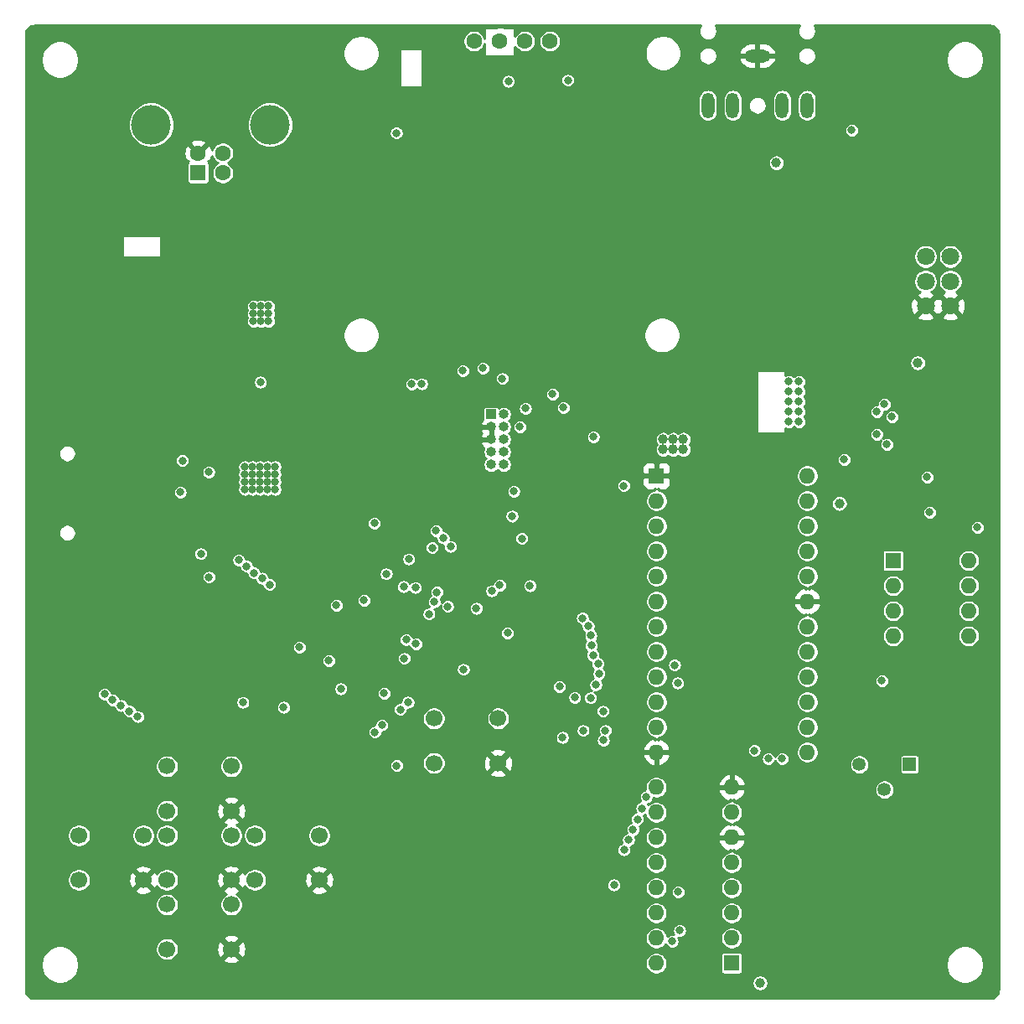
<source format=gbr>
G04 #@! TF.GenerationSoftware,KiCad,Pcbnew,(5.1.8)-1*
G04 #@! TF.CreationDate,2021-01-17T23:38:35-08:00*
G04 #@! TF.ProjectId,MegaBlaster2,4d656761-426c-4617-9374-6572322e6b69,rev?*
G04 #@! TF.SameCoordinates,Original*
G04 #@! TF.FileFunction,Copper,L2,Inr*
G04 #@! TF.FilePolarity,Positive*
%FSLAX46Y46*%
G04 Gerber Fmt 4.6, Leading zero omitted, Abs format (unit mm)*
G04 Created by KiCad (PCBNEW (5.1.8)-1) date 2021-01-17 23:38:35*
%MOMM*%
%LPD*%
G01*
G04 APERTURE LIST*
G04 #@! TA.AperFunction,ComponentPad*
%ADD10C,1.600000*%
G04 #@! TD*
G04 #@! TA.AperFunction,ComponentPad*
%ADD11R,1.346200X1.346200*%
G04 #@! TD*
G04 #@! TA.AperFunction,ComponentPad*
%ADD12C,1.346200*%
G04 #@! TD*
G04 #@! TA.AperFunction,ComponentPad*
%ADD13R,1.600000X1.600000*%
G04 #@! TD*
G04 #@! TA.AperFunction,ComponentPad*
%ADD14C,4.000000*%
G04 #@! TD*
G04 #@! TA.AperFunction,ComponentPad*
%ADD15R,1.000000X1.000000*%
G04 #@! TD*
G04 #@! TA.AperFunction,ComponentPad*
%ADD16O,1.000000X1.000000*%
G04 #@! TD*
G04 #@! TA.AperFunction,ComponentPad*
%ADD17O,1.300000X2.600000*%
G04 #@! TD*
G04 #@! TA.AperFunction,ComponentPad*
%ADD18O,2.600000X1.300000*%
G04 #@! TD*
G04 #@! TA.AperFunction,ComponentPad*
%ADD19C,1.800000*%
G04 #@! TD*
G04 #@! TA.AperFunction,ComponentPad*
%ADD20C,1.700000*%
G04 #@! TD*
G04 #@! TA.AperFunction,ComponentPad*
%ADD21O,1.600000X1.600000*%
G04 #@! TD*
G04 #@! TA.AperFunction,ViaPad*
%ADD22C,0.800000*%
G04 #@! TD*
G04 #@! TA.AperFunction,ViaPad*
%ADD23C,1.000000*%
G04 #@! TD*
G04 #@! TA.AperFunction,Conductor*
%ADD24C,0.254000*%
G04 #@! TD*
G04 #@! TA.AperFunction,Conductor*
%ADD25C,0.100000*%
G04 #@! TD*
G04 APERTURE END LIST*
D10*
X129460000Y-43845000D03*
X132050000Y-43845000D03*
X134590000Y-43845000D03*
X137130000Y-43845000D03*
D11*
X173482000Y-116916200D03*
D12*
X170942000Y-119456200D03*
X168402000Y-116916200D03*
D13*
X101600000Y-57150000D03*
D10*
X104100000Y-57150000D03*
X104100000Y-55150000D03*
X101600000Y-55150000D03*
D14*
X108850000Y-52290000D03*
X96850000Y-52290000D03*
D15*
X131200000Y-81550000D03*
D16*
X132470000Y-81550000D03*
X131200000Y-82820000D03*
X132470000Y-82820000D03*
X131200000Y-84090000D03*
X132470000Y-84090000D03*
X131200000Y-85360000D03*
X132470000Y-85360000D03*
X131200000Y-86630000D03*
X132470000Y-86630000D03*
D17*
X153110000Y-50330000D03*
X163110000Y-50330000D03*
X160610000Y-50330000D03*
X155610000Y-50330000D03*
D18*
X158110000Y-45330000D03*
D19*
X177595001Y-65612000D03*
X177595001Y-68112000D03*
X177595001Y-70612000D03*
X175095001Y-65612000D03*
X175095001Y-68112000D03*
X175095001Y-70612000D03*
D20*
X125410000Y-112280000D03*
X131910000Y-112280000D03*
X125410000Y-116780000D03*
X131910000Y-116780000D03*
X96055000Y-128595000D03*
X89555000Y-128595000D03*
X96055000Y-124095000D03*
X89555000Y-124095000D03*
X98445000Y-131080000D03*
X104945000Y-131080000D03*
X98445000Y-135580000D03*
X104945000Y-135580000D03*
X113835000Y-128595000D03*
X107335000Y-128595000D03*
X113835000Y-124095000D03*
X107335000Y-124095000D03*
X98445000Y-117110000D03*
X104945000Y-117110000D03*
X98445000Y-121610000D03*
X104945000Y-121610000D03*
X104950000Y-128590000D03*
X98450000Y-128590000D03*
X104950000Y-124090000D03*
X98450000Y-124090000D03*
D13*
X171825000Y-96325000D03*
D21*
X179445000Y-103945000D03*
X171825000Y-98865000D03*
X179445000Y-101405000D03*
X171825000Y-101405000D03*
X179445000Y-98865000D03*
X171825000Y-103945000D03*
X179445000Y-96325000D03*
D13*
X147900000Y-87750000D03*
D21*
X163140000Y-115690000D03*
X147900000Y-90290000D03*
X163140000Y-113150000D03*
X147900000Y-92830000D03*
X163140000Y-110610000D03*
X147900000Y-95370000D03*
X163140000Y-108070000D03*
X147900000Y-97910000D03*
X163140000Y-105530000D03*
X147900000Y-100450000D03*
X163140000Y-102990000D03*
X147900000Y-102990000D03*
X163140000Y-100450000D03*
X147900000Y-105530000D03*
X163140000Y-97910000D03*
X147900000Y-108070000D03*
X163140000Y-95370000D03*
X147900000Y-110610000D03*
X163140000Y-92830000D03*
X147900000Y-113150000D03*
X163140000Y-90290000D03*
X147900000Y-115690000D03*
X163140000Y-87750000D03*
D13*
X155500000Y-137000000D03*
D21*
X147880000Y-119220000D03*
X155500000Y-134460000D03*
X147880000Y-121760000D03*
X155500000Y-131920000D03*
X147880000Y-124300000D03*
X155500000Y-129380000D03*
X147880000Y-126840000D03*
X155500000Y-126840000D03*
X147880000Y-129380000D03*
X155500000Y-124300000D03*
X147880000Y-131920000D03*
X155500000Y-121760000D03*
X147880000Y-134460000D03*
X155500000Y-119220000D03*
X147880000Y-137000000D03*
D22*
X103200000Y-68050000D03*
X102300000Y-68050000D03*
X99500000Y-64850000D03*
X98650000Y-64850000D03*
X124530000Y-94320000D03*
X155620000Y-83920000D03*
D23*
X171870000Y-78890000D03*
X177720000Y-72590000D03*
X175300000Y-63410000D03*
D22*
X127730000Y-105390000D03*
X121160000Y-104800000D03*
X115930000Y-104250000D03*
X128570000Y-96370000D03*
X125310000Y-97650000D03*
X133868224Y-100821273D03*
X129370000Y-68110000D03*
X181340000Y-94490000D03*
X177540000Y-103220000D03*
X122780000Y-108170000D03*
X136770000Y-107170000D03*
X152050000Y-110970000D03*
X131390000Y-88530000D03*
X123400000Y-100030000D03*
X104630000Y-59200000D03*
X105420000Y-58890000D03*
X105280000Y-59680000D03*
X158220000Y-62020000D03*
X163510000Y-63300000D03*
X158830000Y-59150000D03*
X162490000Y-63700000D03*
X164140000Y-63970000D03*
X164390000Y-62980000D03*
X163180000Y-62530000D03*
X166550000Y-60680000D03*
X90424000Y-75946000D03*
X91186000Y-75946000D03*
X91948000Y-75946000D03*
X92710000Y-75946000D03*
X92710000Y-76708000D03*
X91948000Y-76708000D03*
X91186000Y-76708000D03*
X90424000Y-76708000D03*
X117602000Y-56642000D03*
X90932000Y-44196000D03*
X90170000Y-46990000D03*
X86868000Y-48768000D03*
X176022000Y-43942000D03*
X176784000Y-47498000D03*
X180086000Y-49022000D03*
X180340000Y-133096000D03*
X176276000Y-134874000D03*
X175006000Y-139192000D03*
X85852000Y-133604000D03*
X90170000Y-134874000D03*
X91694000Y-139192000D03*
X123444000Y-125984000D03*
X134366000Y-121920000D03*
X130302000Y-134620000D03*
X112268000Y-137668000D03*
X138938000Y-134874000D03*
X133350000Y-128270000D03*
X90932000Y-118110000D03*
X102616000Y-111506000D03*
X87884000Y-105410000D03*
X93980000Y-102362000D03*
X105410000Y-91948000D03*
X113538000Y-84328000D03*
X113792000Y-75946000D03*
X121158000Y-76200000D03*
X123698000Y-68072000D03*
X120650000Y-61214000D03*
X141986000Y-60198000D03*
X138938000Y-67310000D03*
X144272000Y-53340000D03*
X141986000Y-46228000D03*
X148082000Y-58166000D03*
X150622000Y-65786000D03*
X149606000Y-49022000D03*
X160020000Y-42926000D03*
X155956000Y-43180000D03*
X166370000Y-43942000D03*
X166116000Y-56642000D03*
X172466000Y-57150000D03*
X170688000Y-66548000D03*
X164592000Y-69596000D03*
X171958000Y-71628000D03*
X162052000Y-66802000D03*
X168402000Y-78232000D03*
X178562000Y-79248000D03*
X180848000Y-69342000D03*
X180594000Y-62230000D03*
X177800000Y-56388000D03*
X174244000Y-50292000D03*
X166370000Y-50038000D03*
X155956000Y-53340000D03*
X135636000Y-58928000D03*
X129032000Y-50546000D03*
X116332000Y-48768000D03*
X109474000Y-46482000D03*
X104648000Y-49276000D03*
X97028000Y-44196000D03*
X90424000Y-53340000D03*
X96774000Y-55626000D03*
X87376000Y-57150000D03*
X86868000Y-74168000D03*
X93472000Y-72898000D03*
X95758000Y-77216000D03*
X85852000Y-80264000D03*
X164846000Y-130810000D03*
X172466000Y-126746000D03*
X169926000Y-133350000D03*
X169164000Y-122936000D03*
X176784000Y-122428000D03*
X154178000Y-103378000D03*
X155194000Y-96774000D03*
X152908000Y-91440000D03*
X157480000Y-89662000D03*
X151384000Y-121666000D03*
X151892000Y-126238000D03*
X151384000Y-137414000D03*
X164338000Y-137922000D03*
X166370000Y-102870000D03*
X166370000Y-109728000D03*
X157734000Y-108966000D03*
X172974000Y-93218000D03*
X175768000Y-97536000D03*
X178816000Y-86360000D03*
X104140000Y-125984000D03*
X95250000Y-126238000D03*
X113538000Y-126238000D03*
X140970000Y-91186000D03*
X138430000Y-87884000D03*
X102300000Y-65950000D03*
X164592000Y-83693000D03*
X153416000Y-75565000D03*
X88138000Y-64198500D03*
X135064500Y-97218500D03*
X151320500Y-114554000D03*
X161988500Y-125920500D03*
X161226500Y-119443500D03*
X144970500Y-104648000D03*
X144462500Y-102679500D03*
X97800000Y-111280000D03*
X106235500Y-56197500D03*
X138950000Y-47800000D03*
X132950000Y-47900000D03*
X106309000Y-86846000D03*
X107071000Y-86846000D03*
X107833000Y-86846000D03*
X108595000Y-86846000D03*
X109357000Y-86846000D03*
X109357000Y-87608000D03*
X108595000Y-87608000D03*
X107833000Y-87608000D03*
X107071000Y-87608000D03*
X106309000Y-87608000D03*
X106309000Y-88370000D03*
X107071000Y-88370000D03*
X107833000Y-88370000D03*
X108595000Y-88370000D03*
X109357000Y-88370000D03*
X109357000Y-89132000D03*
X108595000Y-89132000D03*
X107833000Y-89132000D03*
X107071000Y-89132000D03*
X106309000Y-89132000D03*
X107900000Y-78300000D03*
X99800000Y-89425000D03*
X133312500Y-91837500D03*
X128400000Y-107325000D03*
X106125000Y-110650000D03*
X116021579Y-109276421D03*
X110240000Y-111150000D03*
X121630000Y-53120000D03*
X121670000Y-117050000D03*
X123560000Y-99050000D03*
X138500000Y-80860000D03*
X134670000Y-80950000D03*
X144600000Y-88760000D03*
X119390000Y-92560000D03*
X135128000Y-98869500D03*
D23*
X150622000Y-85090000D03*
X150622000Y-84074000D03*
X149606000Y-84074000D03*
X148590000Y-84074000D03*
X148590000Y-85090000D03*
D22*
X108712000Y-72136000D03*
X107950000Y-72136000D03*
X107188000Y-72136000D03*
X107950000Y-71374000D03*
X107188000Y-71374000D03*
X108712000Y-71374000D03*
X108712000Y-70612000D03*
X107950000Y-70612000D03*
X107188000Y-70612000D03*
D23*
X149606000Y-85090000D03*
D22*
X162306000Y-82296000D03*
X161290000Y-82296000D03*
X161290000Y-81280000D03*
X162306000Y-81280000D03*
X162306000Y-80264000D03*
X161290000Y-80264000D03*
X162306000Y-79248000D03*
X161290000Y-79248000D03*
X162306000Y-78232000D03*
X161290000Y-78232000D03*
D23*
X158375000Y-139000000D03*
X160020000Y-56134000D03*
X166400000Y-90560000D03*
X174300000Y-76340000D03*
D22*
X170180000Y-81280000D03*
X166878000Y-86106000D03*
X170180000Y-83566000D03*
X170942000Y-80518000D03*
X171704000Y-81788000D03*
X171196000Y-84582000D03*
X175514000Y-91440000D03*
X170688000Y-108458000D03*
X175260000Y-87884000D03*
X167640000Y-52832000D03*
X141536015Y-83820000D03*
X130374999Y-76889001D03*
X128352342Y-77133658D03*
X132334000Y-77941010D03*
X131266453Y-99387520D03*
X123185059Y-78486060D03*
X132080000Y-98806000D03*
X124184995Y-78473776D03*
X133494634Y-89322012D03*
X137414000Y-79502000D03*
X134112000Y-82804000D03*
X134300000Y-94100000D03*
X119454335Y-113665010D03*
X100000000Y-86220000D03*
X120170000Y-112940000D03*
X102670000Y-87380000D03*
X122425650Y-106214952D03*
X123615691Y-104747932D03*
X120396000Y-109728000D03*
X122027775Y-111365010D03*
X102697340Y-98007340D03*
X122614220Y-104329455D03*
X122810000Y-110640000D03*
X101880000Y-95640000D03*
X180340000Y-92964000D03*
X127110000Y-94900000D03*
X108820000Y-98760000D03*
X95490000Y-112090000D03*
X126370000Y-94050000D03*
X107222326Y-97564281D03*
X93810000Y-110976607D03*
X125645468Y-93317145D03*
X105696985Y-96271571D03*
X92138556Y-109830000D03*
X106475248Y-96899527D03*
X125242036Y-95022160D03*
X92964775Y-110410000D03*
X122880000Y-96170000D03*
X108061116Y-98108757D03*
X94640000Y-111529873D03*
X118364000Y-100330000D03*
X120606818Y-97671303D03*
X111830579Y-105085421D03*
X122366987Y-98957930D03*
X139650000Y-110150000D03*
X125729107Y-99507218D03*
X142543987Y-114478561D03*
X125455816Y-100485816D03*
X160600000Y-116345010D03*
X138400000Y-114200000D03*
X142750000Y-113500000D03*
X140500000Y-113500000D03*
X124921836Y-101731416D03*
X159200000Y-116345010D03*
X126807722Y-100945992D03*
X142500000Y-111550000D03*
X140428528Y-102129570D03*
X146875065Y-120200000D03*
X146425054Y-121350000D03*
X141013649Y-102940531D03*
X145975043Y-122450000D03*
X141279262Y-103904623D03*
X145525032Y-123500000D03*
X141318497Y-104903865D03*
X141250000Y-110200000D03*
X132847113Y-103644964D03*
X145075021Y-124550000D03*
X141498066Y-105887623D03*
X144625010Y-125550000D03*
X142004357Y-106750000D03*
X142099998Y-107750002D03*
X150250000Y-133700000D03*
X141780001Y-108869999D03*
X115570000Y-100838000D03*
X114808000Y-106426000D03*
X150100000Y-129800000D03*
X150057337Y-108692663D03*
X149500000Y-134800000D03*
X143600000Y-129100000D03*
X138100000Y-109050000D03*
X129700000Y-101150000D03*
X149733000Y-106870500D03*
X157797500Y-115506500D03*
D24*
X152288504Y-42390901D02*
X152218624Y-42559604D01*
X152183000Y-42738699D01*
X152183000Y-42921301D01*
X152218624Y-43100396D01*
X152288504Y-43269099D01*
X152389952Y-43420928D01*
X152519072Y-43550048D01*
X152670901Y-43651496D01*
X152839604Y-43721376D01*
X153018699Y-43757000D01*
X153201301Y-43757000D01*
X153380396Y-43721376D01*
X153549099Y-43651496D01*
X153700928Y-43550048D01*
X153830048Y-43420928D01*
X153931496Y-43269099D01*
X154001376Y-43100396D01*
X154037000Y-42921301D01*
X154037000Y-42738699D01*
X154001376Y-42559604D01*
X153931496Y-42390901D01*
X153845368Y-42262000D01*
X162374632Y-42262000D01*
X162288504Y-42390901D01*
X162218624Y-42559604D01*
X162183000Y-42738699D01*
X162183000Y-42921301D01*
X162218624Y-43100396D01*
X162288504Y-43269099D01*
X162389952Y-43420928D01*
X162519072Y-43550048D01*
X162670901Y-43651496D01*
X162839604Y-43721376D01*
X163018699Y-43757000D01*
X163201301Y-43757000D01*
X163380396Y-43721376D01*
X163549099Y-43651496D01*
X163700928Y-43550048D01*
X163830048Y-43420928D01*
X163931496Y-43269099D01*
X164001376Y-43100396D01*
X164037000Y-42921301D01*
X164037000Y-42738699D01*
X164001376Y-42559604D01*
X163931496Y-42390901D01*
X163845368Y-42262000D01*
X181532785Y-42262000D01*
X181727980Y-42281139D01*
X181899178Y-42332827D01*
X182057083Y-42416787D01*
X182195665Y-42529812D01*
X182309656Y-42667604D01*
X182394714Y-42824915D01*
X182447597Y-42995750D01*
X182468000Y-43189879D01*
X182468001Y-139622775D01*
X182448861Y-139817980D01*
X182397173Y-139989178D01*
X182313216Y-140147079D01*
X182200190Y-140285663D01*
X182062393Y-140399659D01*
X181905086Y-140484714D01*
X181734250Y-140537597D01*
X181540122Y-140558000D01*
X85107215Y-140558000D01*
X84912020Y-140538861D01*
X84740822Y-140487173D01*
X84582921Y-140403216D01*
X84444337Y-140290190D01*
X84330341Y-140152393D01*
X84245286Y-139995086D01*
X84192403Y-139824250D01*
X84172000Y-139630122D01*
X84172000Y-136970207D01*
X85703000Y-136970207D01*
X85703000Y-137349793D01*
X85777053Y-137722085D01*
X85922315Y-138072777D01*
X86133201Y-138388391D01*
X86401609Y-138656799D01*
X86717223Y-138867685D01*
X87067915Y-139012947D01*
X87440207Y-139087000D01*
X87819793Y-139087000D01*
X88192085Y-139012947D01*
X88419983Y-138918548D01*
X157548000Y-138918548D01*
X157548000Y-139081452D01*
X157579782Y-139241227D01*
X157642123Y-139391731D01*
X157732628Y-139527181D01*
X157847819Y-139642372D01*
X157983269Y-139732877D01*
X158133773Y-139795218D01*
X158293548Y-139827000D01*
X158456452Y-139827000D01*
X158616227Y-139795218D01*
X158766731Y-139732877D01*
X158902181Y-139642372D01*
X159017372Y-139527181D01*
X159107877Y-139391731D01*
X159170218Y-139241227D01*
X159202000Y-139081452D01*
X159202000Y-138918548D01*
X159170218Y-138758773D01*
X159107877Y-138608269D01*
X159017372Y-138472819D01*
X158902181Y-138357628D01*
X158766731Y-138267123D01*
X158616227Y-138204782D01*
X158456452Y-138173000D01*
X158293548Y-138173000D01*
X158133773Y-138204782D01*
X157983269Y-138267123D01*
X157847819Y-138357628D01*
X157732628Y-138472819D01*
X157642123Y-138608269D01*
X157579782Y-138758773D01*
X157548000Y-138918548D01*
X88419983Y-138918548D01*
X88542777Y-138867685D01*
X88858391Y-138656799D01*
X89126799Y-138388391D01*
X89337685Y-138072777D01*
X89482947Y-137722085D01*
X89557000Y-137349793D01*
X89557000Y-136970207D01*
X89482947Y-136597915D01*
X89337685Y-136247223D01*
X89126799Y-135931609D01*
X88858391Y-135663201D01*
X88560379Y-135464076D01*
X97268000Y-135464076D01*
X97268000Y-135695924D01*
X97313231Y-135923318D01*
X97401956Y-136137519D01*
X97530764Y-136330294D01*
X97694706Y-136494236D01*
X97887481Y-136623044D01*
X98101682Y-136711769D01*
X98329076Y-136757000D01*
X98560924Y-136757000D01*
X98788318Y-136711769D01*
X99002519Y-136623044D01*
X99024439Y-136608397D01*
X104096208Y-136608397D01*
X104173843Y-136857472D01*
X104437883Y-136983371D01*
X104721411Y-137055339D01*
X105013531Y-137070611D01*
X105303019Y-137028599D01*
X105578747Y-136930919D01*
X105657172Y-136889000D01*
X146753000Y-136889000D01*
X146753000Y-137111000D01*
X146796310Y-137328734D01*
X146881266Y-137533835D01*
X147004602Y-137718421D01*
X147161579Y-137875398D01*
X147346165Y-137998734D01*
X147551266Y-138083690D01*
X147769000Y-138127000D01*
X147991000Y-138127000D01*
X148208734Y-138083690D01*
X148413835Y-137998734D01*
X148598421Y-137875398D01*
X148755398Y-137718421D01*
X148878734Y-137533835D01*
X148963690Y-137328734D01*
X149007000Y-137111000D01*
X149007000Y-136889000D01*
X148963690Y-136671266D01*
X148878734Y-136466165D01*
X148755398Y-136281579D01*
X148673819Y-136200000D01*
X154371418Y-136200000D01*
X154371418Y-137800000D01*
X154377732Y-137864103D01*
X154396430Y-137925743D01*
X154426794Y-137982550D01*
X154467657Y-138032343D01*
X154517450Y-138073206D01*
X154574257Y-138103570D01*
X154635897Y-138122268D01*
X154700000Y-138128582D01*
X156300000Y-138128582D01*
X156364103Y-138122268D01*
X156425743Y-138103570D01*
X156482550Y-138073206D01*
X156532343Y-138032343D01*
X156573206Y-137982550D01*
X156603570Y-137925743D01*
X156622268Y-137864103D01*
X156628582Y-137800000D01*
X156628582Y-136970207D01*
X177143000Y-136970207D01*
X177143000Y-137349793D01*
X177217053Y-137722085D01*
X177362315Y-138072777D01*
X177573201Y-138388391D01*
X177841609Y-138656799D01*
X178157223Y-138867685D01*
X178507915Y-139012947D01*
X178880207Y-139087000D01*
X179259793Y-139087000D01*
X179632085Y-139012947D01*
X179982777Y-138867685D01*
X180298391Y-138656799D01*
X180566799Y-138388391D01*
X180777685Y-138072777D01*
X180922947Y-137722085D01*
X180997000Y-137349793D01*
X180997000Y-136970207D01*
X180922947Y-136597915D01*
X180777685Y-136247223D01*
X180566799Y-135931609D01*
X180298391Y-135663201D01*
X179982777Y-135452315D01*
X179632085Y-135307053D01*
X179259793Y-135233000D01*
X178880207Y-135233000D01*
X178507915Y-135307053D01*
X178157223Y-135452315D01*
X177841609Y-135663201D01*
X177573201Y-135931609D01*
X177362315Y-136247223D01*
X177217053Y-136597915D01*
X177143000Y-136970207D01*
X156628582Y-136970207D01*
X156628582Y-136200000D01*
X156622268Y-136135897D01*
X156603570Y-136074257D01*
X156573206Y-136017450D01*
X156532343Y-135967657D01*
X156482550Y-135926794D01*
X156425743Y-135896430D01*
X156364103Y-135877732D01*
X156300000Y-135871418D01*
X154700000Y-135871418D01*
X154635897Y-135877732D01*
X154574257Y-135896430D01*
X154517450Y-135926794D01*
X154467657Y-135967657D01*
X154426794Y-136017450D01*
X154396430Y-136074257D01*
X154377732Y-136135897D01*
X154371418Y-136200000D01*
X148673819Y-136200000D01*
X148598421Y-136124602D01*
X148413835Y-136001266D01*
X148208734Y-135916310D01*
X147991000Y-135873000D01*
X147769000Y-135873000D01*
X147551266Y-135916310D01*
X147346165Y-136001266D01*
X147161579Y-136124602D01*
X147004602Y-136281579D01*
X146881266Y-136466165D01*
X146796310Y-136671266D01*
X146753000Y-136889000D01*
X105657172Y-136889000D01*
X105716157Y-136857472D01*
X105793792Y-136608397D01*
X104945000Y-135759605D01*
X104096208Y-136608397D01*
X99024439Y-136608397D01*
X99195294Y-136494236D01*
X99359236Y-136330294D01*
X99488044Y-136137519D01*
X99576769Y-135923318D01*
X99622000Y-135695924D01*
X99622000Y-135648531D01*
X103454389Y-135648531D01*
X103496401Y-135938019D01*
X103594081Y-136213747D01*
X103667528Y-136351157D01*
X103916603Y-136428792D01*
X104765395Y-135580000D01*
X105124605Y-135580000D01*
X105973397Y-136428792D01*
X106222472Y-136351157D01*
X106348371Y-136087117D01*
X106420339Y-135803589D01*
X106435611Y-135511469D01*
X106393599Y-135221981D01*
X106295919Y-134946253D01*
X106222472Y-134808843D01*
X105973397Y-134731208D01*
X105124605Y-135580000D01*
X104765395Y-135580000D01*
X103916603Y-134731208D01*
X103667528Y-134808843D01*
X103541629Y-135072883D01*
X103469661Y-135356411D01*
X103454389Y-135648531D01*
X99622000Y-135648531D01*
X99622000Y-135464076D01*
X99576769Y-135236682D01*
X99488044Y-135022481D01*
X99359236Y-134829706D01*
X99195294Y-134665764D01*
X99024440Y-134551603D01*
X104096208Y-134551603D01*
X104945000Y-135400395D01*
X105793792Y-134551603D01*
X105730643Y-134349000D01*
X146753000Y-134349000D01*
X146753000Y-134571000D01*
X146796310Y-134788734D01*
X146881266Y-134993835D01*
X147004602Y-135178421D01*
X147161579Y-135335398D01*
X147346165Y-135458734D01*
X147551266Y-135543690D01*
X147769000Y-135587000D01*
X147991000Y-135587000D01*
X148208734Y-135543690D01*
X148413835Y-135458734D01*
X148598421Y-135335398D01*
X148755398Y-135178421D01*
X148826050Y-135072683D01*
X148855741Y-135144364D01*
X148935302Y-135263436D01*
X149036564Y-135364698D01*
X149155636Y-135444259D01*
X149287942Y-135499062D01*
X149428397Y-135527000D01*
X149571603Y-135527000D01*
X149712058Y-135499062D01*
X149844364Y-135444259D01*
X149963436Y-135364698D01*
X150064698Y-135263436D01*
X150144259Y-135144364D01*
X150199062Y-135012058D01*
X150227000Y-134871603D01*
X150227000Y-134728397D01*
X150199062Y-134587942D01*
X150144259Y-134455636D01*
X150116960Y-134414779D01*
X150178397Y-134427000D01*
X150321603Y-134427000D01*
X150462058Y-134399062D01*
X150582918Y-134349000D01*
X154373000Y-134349000D01*
X154373000Y-134571000D01*
X154416310Y-134788734D01*
X154501266Y-134993835D01*
X154624602Y-135178421D01*
X154781579Y-135335398D01*
X154966165Y-135458734D01*
X155171266Y-135543690D01*
X155389000Y-135587000D01*
X155611000Y-135587000D01*
X155828734Y-135543690D01*
X156033835Y-135458734D01*
X156218421Y-135335398D01*
X156375398Y-135178421D01*
X156498734Y-134993835D01*
X156583690Y-134788734D01*
X156627000Y-134571000D01*
X156627000Y-134349000D01*
X156583690Y-134131266D01*
X156498734Y-133926165D01*
X156375398Y-133741579D01*
X156218421Y-133584602D01*
X156033835Y-133461266D01*
X155828734Y-133376310D01*
X155611000Y-133333000D01*
X155389000Y-133333000D01*
X155171266Y-133376310D01*
X154966165Y-133461266D01*
X154781579Y-133584602D01*
X154624602Y-133741579D01*
X154501266Y-133926165D01*
X154416310Y-134131266D01*
X154373000Y-134349000D01*
X150582918Y-134349000D01*
X150594364Y-134344259D01*
X150713436Y-134264698D01*
X150814698Y-134163436D01*
X150894259Y-134044364D01*
X150949062Y-133912058D01*
X150977000Y-133771603D01*
X150977000Y-133628397D01*
X150949062Y-133487942D01*
X150894259Y-133355636D01*
X150814698Y-133236564D01*
X150713436Y-133135302D01*
X150594364Y-133055741D01*
X150462058Y-133000938D01*
X150321603Y-132973000D01*
X150178397Y-132973000D01*
X150037942Y-133000938D01*
X149905636Y-133055741D01*
X149786564Y-133135302D01*
X149685302Y-133236564D01*
X149605741Y-133355636D01*
X149550938Y-133487942D01*
X149523000Y-133628397D01*
X149523000Y-133771603D01*
X149550938Y-133912058D01*
X149605741Y-134044364D01*
X149633040Y-134085221D01*
X149571603Y-134073000D01*
X149428397Y-134073000D01*
X149287942Y-134100938D01*
X149155636Y-134155741D01*
X149036564Y-134235302D01*
X148993041Y-134278825D01*
X148963690Y-134131266D01*
X148878734Y-133926165D01*
X148755398Y-133741579D01*
X148598421Y-133584602D01*
X148413835Y-133461266D01*
X148208734Y-133376310D01*
X147991000Y-133333000D01*
X147769000Y-133333000D01*
X147551266Y-133376310D01*
X147346165Y-133461266D01*
X147161579Y-133584602D01*
X147004602Y-133741579D01*
X146881266Y-133926165D01*
X146796310Y-134131266D01*
X146753000Y-134349000D01*
X105730643Y-134349000D01*
X105716157Y-134302528D01*
X105452117Y-134176629D01*
X105168589Y-134104661D01*
X104876469Y-134089389D01*
X104586981Y-134131401D01*
X104311253Y-134229081D01*
X104173843Y-134302528D01*
X104096208Y-134551603D01*
X99024440Y-134551603D01*
X99002519Y-134536956D01*
X98788318Y-134448231D01*
X98560924Y-134403000D01*
X98329076Y-134403000D01*
X98101682Y-134448231D01*
X97887481Y-134536956D01*
X97694706Y-134665764D01*
X97530764Y-134829706D01*
X97401956Y-135022481D01*
X97313231Y-135236682D01*
X97268000Y-135464076D01*
X88560379Y-135464076D01*
X88542777Y-135452315D01*
X88192085Y-135307053D01*
X87819793Y-135233000D01*
X87440207Y-135233000D01*
X87067915Y-135307053D01*
X86717223Y-135452315D01*
X86401609Y-135663201D01*
X86133201Y-135931609D01*
X85922315Y-136247223D01*
X85777053Y-136597915D01*
X85703000Y-136970207D01*
X84172000Y-136970207D01*
X84172000Y-130964076D01*
X97268000Y-130964076D01*
X97268000Y-131195924D01*
X97313231Y-131423318D01*
X97401956Y-131637519D01*
X97530764Y-131830294D01*
X97694706Y-131994236D01*
X97887481Y-132123044D01*
X98101682Y-132211769D01*
X98329076Y-132257000D01*
X98560924Y-132257000D01*
X98788318Y-132211769D01*
X99002519Y-132123044D01*
X99195294Y-131994236D01*
X99359236Y-131830294D01*
X99488044Y-131637519D01*
X99576769Y-131423318D01*
X99622000Y-131195924D01*
X99622000Y-130964076D01*
X103768000Y-130964076D01*
X103768000Y-131195924D01*
X103813231Y-131423318D01*
X103901956Y-131637519D01*
X104030764Y-131830294D01*
X104194706Y-131994236D01*
X104387481Y-132123044D01*
X104601682Y-132211769D01*
X104829076Y-132257000D01*
X105060924Y-132257000D01*
X105288318Y-132211769D01*
X105502519Y-132123044D01*
X105695294Y-131994236D01*
X105859236Y-131830294D01*
X105873464Y-131809000D01*
X146753000Y-131809000D01*
X146753000Y-132031000D01*
X146796310Y-132248734D01*
X146881266Y-132453835D01*
X147004602Y-132638421D01*
X147161579Y-132795398D01*
X147346165Y-132918734D01*
X147551266Y-133003690D01*
X147769000Y-133047000D01*
X147991000Y-133047000D01*
X148208734Y-133003690D01*
X148413835Y-132918734D01*
X148598421Y-132795398D01*
X148755398Y-132638421D01*
X148878734Y-132453835D01*
X148963690Y-132248734D01*
X149007000Y-132031000D01*
X149007000Y-131809000D01*
X154373000Y-131809000D01*
X154373000Y-132031000D01*
X154416310Y-132248734D01*
X154501266Y-132453835D01*
X154624602Y-132638421D01*
X154781579Y-132795398D01*
X154966165Y-132918734D01*
X155171266Y-133003690D01*
X155389000Y-133047000D01*
X155611000Y-133047000D01*
X155828734Y-133003690D01*
X156033835Y-132918734D01*
X156218421Y-132795398D01*
X156375398Y-132638421D01*
X156498734Y-132453835D01*
X156583690Y-132248734D01*
X156627000Y-132031000D01*
X156627000Y-131809000D01*
X156583690Y-131591266D01*
X156498734Y-131386165D01*
X156375398Y-131201579D01*
X156218421Y-131044602D01*
X156033835Y-130921266D01*
X155828734Y-130836310D01*
X155611000Y-130793000D01*
X155389000Y-130793000D01*
X155171266Y-130836310D01*
X154966165Y-130921266D01*
X154781579Y-131044602D01*
X154624602Y-131201579D01*
X154501266Y-131386165D01*
X154416310Y-131591266D01*
X154373000Y-131809000D01*
X149007000Y-131809000D01*
X148963690Y-131591266D01*
X148878734Y-131386165D01*
X148755398Y-131201579D01*
X148598421Y-131044602D01*
X148413835Y-130921266D01*
X148208734Y-130836310D01*
X147991000Y-130793000D01*
X147769000Y-130793000D01*
X147551266Y-130836310D01*
X147346165Y-130921266D01*
X147161579Y-131044602D01*
X147004602Y-131201579D01*
X146881266Y-131386165D01*
X146796310Y-131591266D01*
X146753000Y-131809000D01*
X105873464Y-131809000D01*
X105988044Y-131637519D01*
X106076769Y-131423318D01*
X106122000Y-131195924D01*
X106122000Y-130964076D01*
X106076769Y-130736682D01*
X105988044Y-130522481D01*
X105859236Y-130329706D01*
X105695294Y-130165764D01*
X105502519Y-130036956D01*
X105414994Y-130000702D01*
X105583747Y-129940919D01*
X105721157Y-129867472D01*
X105798792Y-129618397D01*
X104950000Y-128769605D01*
X104101208Y-129618397D01*
X104178843Y-129867472D01*
X104442883Y-129993371D01*
X104473774Y-130001212D01*
X104387481Y-130036956D01*
X104194706Y-130165764D01*
X104030764Y-130329706D01*
X103901956Y-130522481D01*
X103813231Y-130736682D01*
X103768000Y-130964076D01*
X99622000Y-130964076D01*
X99576769Y-130736682D01*
X99488044Y-130522481D01*
X99359236Y-130329706D01*
X99195294Y-130165764D01*
X99002519Y-130036956D01*
X98788318Y-129948231D01*
X98560924Y-129903000D01*
X98329076Y-129903000D01*
X98101682Y-129948231D01*
X97887481Y-130036956D01*
X97694706Y-130165764D01*
X97530764Y-130329706D01*
X97401956Y-130522481D01*
X97313231Y-130736682D01*
X97268000Y-130964076D01*
X84172000Y-130964076D01*
X84172000Y-128479076D01*
X88378000Y-128479076D01*
X88378000Y-128710924D01*
X88423231Y-128938318D01*
X88511956Y-129152519D01*
X88640764Y-129345294D01*
X88804706Y-129509236D01*
X88997481Y-129638044D01*
X89211682Y-129726769D01*
X89439076Y-129772000D01*
X89670924Y-129772000D01*
X89898318Y-129726769D01*
X90112519Y-129638044D01*
X90134439Y-129623397D01*
X95206208Y-129623397D01*
X95283843Y-129872472D01*
X95547883Y-129998371D01*
X95831411Y-130070339D01*
X96123531Y-130085611D01*
X96413019Y-130043599D01*
X96688747Y-129945919D01*
X96826157Y-129872472D01*
X96903792Y-129623397D01*
X96055000Y-128774605D01*
X95206208Y-129623397D01*
X90134439Y-129623397D01*
X90305294Y-129509236D01*
X90469236Y-129345294D01*
X90598044Y-129152519D01*
X90686769Y-128938318D01*
X90732000Y-128710924D01*
X90732000Y-128663531D01*
X94564389Y-128663531D01*
X94606401Y-128953019D01*
X94704081Y-129228747D01*
X94777528Y-129366157D01*
X95026603Y-129443792D01*
X95875395Y-128595000D01*
X96234605Y-128595000D01*
X97083397Y-129443792D01*
X97332472Y-129366157D01*
X97424327Y-129173516D01*
X97535764Y-129340294D01*
X97699706Y-129504236D01*
X97892481Y-129633044D01*
X98106682Y-129721769D01*
X98334076Y-129767000D01*
X98565924Y-129767000D01*
X98793318Y-129721769D01*
X99007519Y-129633044D01*
X99200294Y-129504236D01*
X99364236Y-129340294D01*
X99493044Y-129147519D01*
X99581769Y-128933318D01*
X99627000Y-128705924D01*
X99627000Y-128658531D01*
X103459389Y-128658531D01*
X103501401Y-128948019D01*
X103599081Y-129223747D01*
X103672528Y-129361157D01*
X103921603Y-129438792D01*
X104770395Y-128590000D01*
X105129605Y-128590000D01*
X105978397Y-129438792D01*
X106227472Y-129361157D01*
X106312380Y-129183085D01*
X106420764Y-129345294D01*
X106584706Y-129509236D01*
X106777481Y-129638044D01*
X106991682Y-129726769D01*
X107219076Y-129772000D01*
X107450924Y-129772000D01*
X107678318Y-129726769D01*
X107892519Y-129638044D01*
X107914439Y-129623397D01*
X112986208Y-129623397D01*
X113063843Y-129872472D01*
X113327883Y-129998371D01*
X113611411Y-130070339D01*
X113903531Y-130085611D01*
X114193019Y-130043599D01*
X114468747Y-129945919D01*
X114606157Y-129872472D01*
X114683792Y-129623397D01*
X113835000Y-128774605D01*
X112986208Y-129623397D01*
X107914439Y-129623397D01*
X108085294Y-129509236D01*
X108249236Y-129345294D01*
X108378044Y-129152519D01*
X108466769Y-128938318D01*
X108512000Y-128710924D01*
X108512000Y-128663531D01*
X112344389Y-128663531D01*
X112386401Y-128953019D01*
X112484081Y-129228747D01*
X112557528Y-129366157D01*
X112806603Y-129443792D01*
X113655395Y-128595000D01*
X114014605Y-128595000D01*
X114863397Y-129443792D01*
X115112472Y-129366157D01*
X115238371Y-129102117D01*
X115257083Y-129028397D01*
X142873000Y-129028397D01*
X142873000Y-129171603D01*
X142900938Y-129312058D01*
X142955741Y-129444364D01*
X143035302Y-129563436D01*
X143136564Y-129664698D01*
X143255636Y-129744259D01*
X143387942Y-129799062D01*
X143528397Y-129827000D01*
X143671603Y-129827000D01*
X143812058Y-129799062D01*
X143944364Y-129744259D01*
X144063436Y-129664698D01*
X144164698Y-129563436D01*
X144244259Y-129444364D01*
X144299062Y-129312058D01*
X144307626Y-129269000D01*
X146753000Y-129269000D01*
X146753000Y-129491000D01*
X146796310Y-129708734D01*
X146881266Y-129913835D01*
X147004602Y-130098421D01*
X147161579Y-130255398D01*
X147346165Y-130378734D01*
X147551266Y-130463690D01*
X147769000Y-130507000D01*
X147991000Y-130507000D01*
X148208734Y-130463690D01*
X148413835Y-130378734D01*
X148598421Y-130255398D01*
X148755398Y-130098421D01*
X148878734Y-129913835D01*
X148955545Y-129728397D01*
X149373000Y-129728397D01*
X149373000Y-129871603D01*
X149400938Y-130012058D01*
X149455741Y-130144364D01*
X149535302Y-130263436D01*
X149636564Y-130364698D01*
X149755636Y-130444259D01*
X149887942Y-130499062D01*
X150028397Y-130527000D01*
X150171603Y-130527000D01*
X150312058Y-130499062D01*
X150444364Y-130444259D01*
X150563436Y-130364698D01*
X150664698Y-130263436D01*
X150744259Y-130144364D01*
X150799062Y-130012058D01*
X150827000Y-129871603D01*
X150827000Y-129728397D01*
X150799062Y-129587942D01*
X150744259Y-129455636D01*
X150664698Y-129336564D01*
X150597134Y-129269000D01*
X154373000Y-129269000D01*
X154373000Y-129491000D01*
X154416310Y-129708734D01*
X154501266Y-129913835D01*
X154624602Y-130098421D01*
X154781579Y-130255398D01*
X154966165Y-130378734D01*
X155171266Y-130463690D01*
X155389000Y-130507000D01*
X155611000Y-130507000D01*
X155828734Y-130463690D01*
X156033835Y-130378734D01*
X156218421Y-130255398D01*
X156375398Y-130098421D01*
X156498734Y-129913835D01*
X156583690Y-129708734D01*
X156627000Y-129491000D01*
X156627000Y-129269000D01*
X156583690Y-129051266D01*
X156498734Y-128846165D01*
X156375398Y-128661579D01*
X156218421Y-128504602D01*
X156033835Y-128381266D01*
X155828734Y-128296310D01*
X155611000Y-128253000D01*
X155389000Y-128253000D01*
X155171266Y-128296310D01*
X154966165Y-128381266D01*
X154781579Y-128504602D01*
X154624602Y-128661579D01*
X154501266Y-128846165D01*
X154416310Y-129051266D01*
X154373000Y-129269000D01*
X150597134Y-129269000D01*
X150563436Y-129235302D01*
X150444364Y-129155741D01*
X150312058Y-129100938D01*
X150171603Y-129073000D01*
X150028397Y-129073000D01*
X149887942Y-129100938D01*
X149755636Y-129155741D01*
X149636564Y-129235302D01*
X149535302Y-129336564D01*
X149455741Y-129455636D01*
X149400938Y-129587942D01*
X149373000Y-129728397D01*
X148955545Y-129728397D01*
X148963690Y-129708734D01*
X149007000Y-129491000D01*
X149007000Y-129269000D01*
X148963690Y-129051266D01*
X148878734Y-128846165D01*
X148755398Y-128661579D01*
X148598421Y-128504602D01*
X148413835Y-128381266D01*
X148208734Y-128296310D01*
X147991000Y-128253000D01*
X147769000Y-128253000D01*
X147551266Y-128296310D01*
X147346165Y-128381266D01*
X147161579Y-128504602D01*
X147004602Y-128661579D01*
X146881266Y-128846165D01*
X146796310Y-129051266D01*
X146753000Y-129269000D01*
X144307626Y-129269000D01*
X144327000Y-129171603D01*
X144327000Y-129028397D01*
X144299062Y-128887942D01*
X144244259Y-128755636D01*
X144164698Y-128636564D01*
X144063436Y-128535302D01*
X143944364Y-128455741D01*
X143812058Y-128400938D01*
X143671603Y-128373000D01*
X143528397Y-128373000D01*
X143387942Y-128400938D01*
X143255636Y-128455741D01*
X143136564Y-128535302D01*
X143035302Y-128636564D01*
X142955741Y-128755636D01*
X142900938Y-128887942D01*
X142873000Y-129028397D01*
X115257083Y-129028397D01*
X115310339Y-128818589D01*
X115325611Y-128526469D01*
X115283599Y-128236981D01*
X115185919Y-127961253D01*
X115112472Y-127823843D01*
X114863397Y-127746208D01*
X114014605Y-128595000D01*
X113655395Y-128595000D01*
X112806603Y-127746208D01*
X112557528Y-127823843D01*
X112431629Y-128087883D01*
X112359661Y-128371411D01*
X112344389Y-128663531D01*
X108512000Y-128663531D01*
X108512000Y-128479076D01*
X108466769Y-128251682D01*
X108378044Y-128037481D01*
X108249236Y-127844706D01*
X108085294Y-127680764D01*
X107914440Y-127566603D01*
X112986208Y-127566603D01*
X113835000Y-128415395D01*
X114683792Y-127566603D01*
X114606157Y-127317528D01*
X114342117Y-127191629D01*
X114058589Y-127119661D01*
X113766469Y-127104389D01*
X113476981Y-127146401D01*
X113201253Y-127244081D01*
X113063843Y-127317528D01*
X112986208Y-127566603D01*
X107914440Y-127566603D01*
X107892519Y-127551956D01*
X107678318Y-127463231D01*
X107450924Y-127418000D01*
X107219076Y-127418000D01*
X106991682Y-127463231D01*
X106777481Y-127551956D01*
X106584706Y-127680764D01*
X106420764Y-127844706D01*
X106316619Y-128000570D01*
X106300919Y-127956253D01*
X106227472Y-127818843D01*
X105978397Y-127741208D01*
X105129605Y-128590000D01*
X104770395Y-128590000D01*
X103921603Y-127741208D01*
X103672528Y-127818843D01*
X103546629Y-128082883D01*
X103474661Y-128366411D01*
X103459389Y-128658531D01*
X99627000Y-128658531D01*
X99627000Y-128474076D01*
X99581769Y-128246682D01*
X99493044Y-128032481D01*
X99364236Y-127839706D01*
X99200294Y-127675764D01*
X99029440Y-127561603D01*
X104101208Y-127561603D01*
X104950000Y-128410395D01*
X105798792Y-127561603D01*
X105721157Y-127312528D01*
X105457117Y-127186629D01*
X105173589Y-127114661D01*
X104881469Y-127099389D01*
X104591981Y-127141401D01*
X104316253Y-127239081D01*
X104178843Y-127312528D01*
X104101208Y-127561603D01*
X99029440Y-127561603D01*
X99007519Y-127546956D01*
X98793318Y-127458231D01*
X98565924Y-127413000D01*
X98334076Y-127413000D01*
X98106682Y-127458231D01*
X97892481Y-127546956D01*
X97699706Y-127675764D01*
X97535764Y-127839706D01*
X97422769Y-128008816D01*
X97405919Y-127961253D01*
X97332472Y-127823843D01*
X97083397Y-127746208D01*
X96234605Y-128595000D01*
X95875395Y-128595000D01*
X95026603Y-127746208D01*
X94777528Y-127823843D01*
X94651629Y-128087883D01*
X94579661Y-128371411D01*
X94564389Y-128663531D01*
X90732000Y-128663531D01*
X90732000Y-128479076D01*
X90686769Y-128251682D01*
X90598044Y-128037481D01*
X90469236Y-127844706D01*
X90305294Y-127680764D01*
X90134440Y-127566603D01*
X95206208Y-127566603D01*
X96055000Y-128415395D01*
X96903792Y-127566603D01*
X96826157Y-127317528D01*
X96562117Y-127191629D01*
X96278589Y-127119661D01*
X95986469Y-127104389D01*
X95696981Y-127146401D01*
X95421253Y-127244081D01*
X95283843Y-127317528D01*
X95206208Y-127566603D01*
X90134440Y-127566603D01*
X90112519Y-127551956D01*
X89898318Y-127463231D01*
X89670924Y-127418000D01*
X89439076Y-127418000D01*
X89211682Y-127463231D01*
X88997481Y-127551956D01*
X88804706Y-127680764D01*
X88640764Y-127844706D01*
X88511956Y-128037481D01*
X88423231Y-128251682D01*
X88378000Y-128479076D01*
X84172000Y-128479076D01*
X84172000Y-126729000D01*
X146753000Y-126729000D01*
X146753000Y-126951000D01*
X146796310Y-127168734D01*
X146881266Y-127373835D01*
X147004602Y-127558421D01*
X147161579Y-127715398D01*
X147346165Y-127838734D01*
X147551266Y-127923690D01*
X147769000Y-127967000D01*
X147991000Y-127967000D01*
X148208734Y-127923690D01*
X148413835Y-127838734D01*
X148598421Y-127715398D01*
X148755398Y-127558421D01*
X148878734Y-127373835D01*
X148963690Y-127168734D01*
X149007000Y-126951000D01*
X149007000Y-126729000D01*
X148963690Y-126511266D01*
X148878734Y-126306165D01*
X148755398Y-126121579D01*
X148598421Y-125964602D01*
X148413835Y-125841266D01*
X148208734Y-125756310D01*
X147991000Y-125713000D01*
X147769000Y-125713000D01*
X147551266Y-125756310D01*
X147346165Y-125841266D01*
X147161579Y-125964602D01*
X147004602Y-126121579D01*
X146881266Y-126306165D01*
X146796310Y-126511266D01*
X146753000Y-126729000D01*
X84172000Y-126729000D01*
X84172000Y-125478397D01*
X143898010Y-125478397D01*
X143898010Y-125621603D01*
X143925948Y-125762058D01*
X143980751Y-125894364D01*
X144060312Y-126013436D01*
X144161574Y-126114698D01*
X144280646Y-126194259D01*
X144412952Y-126249062D01*
X144553407Y-126277000D01*
X144696613Y-126277000D01*
X144837068Y-126249062D01*
X144969374Y-126194259D01*
X145088446Y-126114698D01*
X145189708Y-126013436D01*
X145269269Y-125894364D01*
X145324072Y-125762058D01*
X145352010Y-125621603D01*
X145352010Y-125478397D01*
X145324072Y-125337942D01*
X145287231Y-125248999D01*
X145419385Y-125194259D01*
X145538457Y-125114698D01*
X145639719Y-125013436D01*
X145719280Y-124894364D01*
X145774083Y-124762058D01*
X145802021Y-124621603D01*
X145802021Y-124478397D01*
X145774083Y-124337942D01*
X145719280Y-124205636D01*
X145717492Y-124202960D01*
X145737090Y-124199062D01*
X145761381Y-124189000D01*
X146753000Y-124189000D01*
X146753000Y-124411000D01*
X146796310Y-124628734D01*
X146881266Y-124833835D01*
X147004602Y-125018421D01*
X147161579Y-125175398D01*
X147346165Y-125298734D01*
X147551266Y-125383690D01*
X147769000Y-125427000D01*
X147991000Y-125427000D01*
X148208734Y-125383690D01*
X148413835Y-125298734D01*
X148598421Y-125175398D01*
X148755398Y-125018421D01*
X148878734Y-124833835D01*
X148955279Y-124649039D01*
X154108096Y-124649039D01*
X154148754Y-124783087D01*
X154268963Y-125037420D01*
X154436481Y-125263414D01*
X154644869Y-125452385D01*
X154886119Y-125597070D01*
X155150960Y-125691909D01*
X155372998Y-125570625D01*
X155372998Y-125716183D01*
X155171266Y-125756310D01*
X154966165Y-125841266D01*
X154781579Y-125964602D01*
X154624602Y-126121579D01*
X154501266Y-126306165D01*
X154416310Y-126511266D01*
X154373000Y-126729000D01*
X154373000Y-126951000D01*
X154416310Y-127168734D01*
X154501266Y-127373835D01*
X154624602Y-127558421D01*
X154781579Y-127715398D01*
X154966165Y-127838734D01*
X155171266Y-127923690D01*
X155389000Y-127967000D01*
X155611000Y-127967000D01*
X155828734Y-127923690D01*
X156033835Y-127838734D01*
X156218421Y-127715398D01*
X156375398Y-127558421D01*
X156498734Y-127373835D01*
X156583690Y-127168734D01*
X156627000Y-126951000D01*
X156627000Y-126729000D01*
X156583690Y-126511266D01*
X156498734Y-126306165D01*
X156375398Y-126121579D01*
X156218421Y-125964602D01*
X156033835Y-125841266D01*
X155828734Y-125756310D01*
X155627002Y-125716183D01*
X155627002Y-125570625D01*
X155849040Y-125691909D01*
X156113881Y-125597070D01*
X156355131Y-125452385D01*
X156563519Y-125263414D01*
X156731037Y-125037420D01*
X156851246Y-124783087D01*
X156891904Y-124649039D01*
X156769915Y-124427000D01*
X155627000Y-124427000D01*
X155627000Y-124447000D01*
X155373000Y-124447000D01*
X155373000Y-124427000D01*
X154230085Y-124427000D01*
X154108096Y-124649039D01*
X148955279Y-124649039D01*
X148963690Y-124628734D01*
X149007000Y-124411000D01*
X149007000Y-124189000D01*
X148963690Y-123971266D01*
X148878734Y-123766165D01*
X148755398Y-123581579D01*
X148598421Y-123424602D01*
X148413835Y-123301266D01*
X148208734Y-123216310D01*
X147991000Y-123173000D01*
X147769000Y-123173000D01*
X147551266Y-123216310D01*
X147346165Y-123301266D01*
X147161579Y-123424602D01*
X147004602Y-123581579D01*
X146881266Y-123766165D01*
X146796310Y-123971266D01*
X146753000Y-124189000D01*
X145761381Y-124189000D01*
X145869396Y-124144259D01*
X145988468Y-124064698D01*
X146089730Y-123963436D01*
X146169291Y-123844364D01*
X146224094Y-123712058D01*
X146252032Y-123571603D01*
X146252032Y-123428397D01*
X146224094Y-123287942D01*
X146169291Y-123155636D01*
X146167503Y-123152960D01*
X146187101Y-123149062D01*
X146319407Y-123094259D01*
X146438479Y-123014698D01*
X146539741Y-122913436D01*
X146619302Y-122794364D01*
X146674105Y-122662058D01*
X146702043Y-122521603D01*
X146702043Y-122378397D01*
X146674105Y-122237942D01*
X146619302Y-122105636D01*
X146588025Y-122058826D01*
X146637112Y-122049062D01*
X146769418Y-121994259D01*
X146776568Y-121989482D01*
X146796310Y-122088734D01*
X146881266Y-122293835D01*
X147004602Y-122478421D01*
X147161579Y-122635398D01*
X147346165Y-122758734D01*
X147551266Y-122843690D01*
X147769000Y-122887000D01*
X147991000Y-122887000D01*
X148208734Y-122843690D01*
X148413835Y-122758734D01*
X148598421Y-122635398D01*
X148755398Y-122478421D01*
X148878734Y-122293835D01*
X148963690Y-122088734D01*
X149007000Y-121871000D01*
X149007000Y-121649000D01*
X148963690Y-121431266D01*
X148878734Y-121226165D01*
X148755398Y-121041579D01*
X148598421Y-120884602D01*
X148413835Y-120761266D01*
X148208734Y-120676310D01*
X147991000Y-120633000D01*
X147769000Y-120633000D01*
X147551266Y-120676310D01*
X147346165Y-120761266D01*
X147161579Y-120884602D01*
X147057790Y-120988391D01*
X147008546Y-120914692D01*
X147087123Y-120899062D01*
X147219429Y-120844259D01*
X147338501Y-120764698D01*
X147439763Y-120663436D01*
X147519324Y-120544364D01*
X147574127Y-120412058D01*
X147593992Y-120312189D01*
X147769000Y-120347000D01*
X147991000Y-120347000D01*
X148208734Y-120303690D01*
X148413835Y-120218734D01*
X148598421Y-120095398D01*
X148755398Y-119938421D01*
X148878734Y-119753835D01*
X148955279Y-119569039D01*
X154108096Y-119569039D01*
X154148754Y-119703087D01*
X154268963Y-119957420D01*
X154436481Y-120183414D01*
X154644869Y-120372385D01*
X154886119Y-120517070D01*
X155150960Y-120611909D01*
X155372998Y-120490625D01*
X155372998Y-120636183D01*
X155171266Y-120676310D01*
X154966165Y-120761266D01*
X154781579Y-120884602D01*
X154624602Y-121041579D01*
X154501266Y-121226165D01*
X154416310Y-121431266D01*
X154373000Y-121649000D01*
X154373000Y-121871000D01*
X154416310Y-122088734D01*
X154501266Y-122293835D01*
X154624602Y-122478421D01*
X154781579Y-122635398D01*
X154966165Y-122758734D01*
X155171266Y-122843690D01*
X155372998Y-122883817D01*
X155372998Y-123029375D01*
X155150960Y-122908091D01*
X154886119Y-123002930D01*
X154644869Y-123147615D01*
X154436481Y-123336586D01*
X154268963Y-123562580D01*
X154148754Y-123816913D01*
X154108096Y-123950961D01*
X154230085Y-124173000D01*
X155373000Y-124173000D01*
X155373000Y-124153000D01*
X155627000Y-124153000D01*
X155627000Y-124173000D01*
X156769915Y-124173000D01*
X156891904Y-123950961D01*
X156851246Y-123816913D01*
X156731037Y-123562580D01*
X156563519Y-123336586D01*
X156355131Y-123147615D01*
X156113881Y-123002930D01*
X155849040Y-122908091D01*
X155627002Y-123029375D01*
X155627002Y-122883817D01*
X155828734Y-122843690D01*
X156033835Y-122758734D01*
X156218421Y-122635398D01*
X156375398Y-122478421D01*
X156498734Y-122293835D01*
X156583690Y-122088734D01*
X156627000Y-121871000D01*
X156627000Y-121649000D01*
X156583690Y-121431266D01*
X156498734Y-121226165D01*
X156375398Y-121041579D01*
X156218421Y-120884602D01*
X156033835Y-120761266D01*
X155828734Y-120676310D01*
X155627002Y-120636183D01*
X155627002Y-120490625D01*
X155849040Y-120611909D01*
X156113881Y-120517070D01*
X156355131Y-120372385D01*
X156563519Y-120183414D01*
X156731037Y-119957420D01*
X156851246Y-119703087D01*
X156891904Y-119569039D01*
X156775794Y-119357699D01*
X169941900Y-119357699D01*
X169941900Y-119554701D01*
X169980333Y-119747918D01*
X170055723Y-119929925D01*
X170165172Y-120093727D01*
X170304473Y-120233028D01*
X170468275Y-120342477D01*
X170650282Y-120417867D01*
X170843499Y-120456300D01*
X171040501Y-120456300D01*
X171233718Y-120417867D01*
X171415725Y-120342477D01*
X171579527Y-120233028D01*
X171718828Y-120093727D01*
X171828277Y-119929925D01*
X171903667Y-119747918D01*
X171942100Y-119554701D01*
X171942100Y-119357699D01*
X171903667Y-119164482D01*
X171828277Y-118982475D01*
X171718828Y-118818673D01*
X171579527Y-118679372D01*
X171415725Y-118569923D01*
X171233718Y-118494533D01*
X171040501Y-118456100D01*
X170843499Y-118456100D01*
X170650282Y-118494533D01*
X170468275Y-118569923D01*
X170304473Y-118679372D01*
X170165172Y-118818673D01*
X170055723Y-118982475D01*
X169980333Y-119164482D01*
X169941900Y-119357699D01*
X156775794Y-119357699D01*
X156769915Y-119347000D01*
X155627000Y-119347000D01*
X155627000Y-119367000D01*
X155373000Y-119367000D01*
X155373000Y-119347000D01*
X154230085Y-119347000D01*
X154108096Y-119569039D01*
X148955279Y-119569039D01*
X148963690Y-119548734D01*
X149007000Y-119331000D01*
X149007000Y-119109000D01*
X148963690Y-118891266D01*
X148955280Y-118870961D01*
X154108096Y-118870961D01*
X154230085Y-119093000D01*
X155373000Y-119093000D01*
X155373000Y-117949376D01*
X155627000Y-117949376D01*
X155627000Y-119093000D01*
X156769915Y-119093000D01*
X156891904Y-118870961D01*
X156851246Y-118736913D01*
X156731037Y-118482580D01*
X156563519Y-118256586D01*
X156355131Y-118067615D01*
X156113881Y-117922930D01*
X155849040Y-117828091D01*
X155627000Y-117949376D01*
X155373000Y-117949376D01*
X155150960Y-117828091D01*
X154886119Y-117922930D01*
X154644869Y-118067615D01*
X154436481Y-118256586D01*
X154268963Y-118482580D01*
X154148754Y-118736913D01*
X154108096Y-118870961D01*
X148955280Y-118870961D01*
X148878734Y-118686165D01*
X148755398Y-118501579D01*
X148598421Y-118344602D01*
X148413835Y-118221266D01*
X148208734Y-118136310D01*
X147991000Y-118093000D01*
X147769000Y-118093000D01*
X147551266Y-118136310D01*
X147346165Y-118221266D01*
X147161579Y-118344602D01*
X147004602Y-118501579D01*
X146881266Y-118686165D01*
X146796310Y-118891266D01*
X146753000Y-119109000D01*
X146753000Y-119331000D01*
X146782091Y-119477251D01*
X146663007Y-119500938D01*
X146530701Y-119555741D01*
X146411629Y-119635302D01*
X146310367Y-119736564D01*
X146230806Y-119855636D01*
X146176003Y-119987942D01*
X146148065Y-120128397D01*
X146148065Y-120271603D01*
X146176003Y-120412058D01*
X146230806Y-120544364D01*
X146291573Y-120635308D01*
X146212996Y-120650938D01*
X146080690Y-120705741D01*
X145961618Y-120785302D01*
X145860356Y-120886564D01*
X145780795Y-121005636D01*
X145725992Y-121137942D01*
X145698054Y-121278397D01*
X145698054Y-121421603D01*
X145725992Y-121562058D01*
X145780795Y-121694364D01*
X145812072Y-121741174D01*
X145762985Y-121750938D01*
X145630679Y-121805741D01*
X145511607Y-121885302D01*
X145410345Y-121986564D01*
X145330784Y-122105636D01*
X145275981Y-122237942D01*
X145248043Y-122378397D01*
X145248043Y-122521603D01*
X145275981Y-122662058D01*
X145330784Y-122794364D01*
X145332572Y-122797040D01*
X145312974Y-122800938D01*
X145180668Y-122855741D01*
X145061596Y-122935302D01*
X144960334Y-123036564D01*
X144880773Y-123155636D01*
X144825970Y-123287942D01*
X144798032Y-123428397D01*
X144798032Y-123571603D01*
X144825970Y-123712058D01*
X144880773Y-123844364D01*
X144882561Y-123847040D01*
X144862963Y-123850938D01*
X144730657Y-123905741D01*
X144611585Y-123985302D01*
X144510323Y-124086564D01*
X144430762Y-124205636D01*
X144375959Y-124337942D01*
X144348021Y-124478397D01*
X144348021Y-124621603D01*
X144375959Y-124762058D01*
X144412800Y-124851001D01*
X144280646Y-124905741D01*
X144161574Y-124985302D01*
X144060312Y-125086564D01*
X143980751Y-125205636D01*
X143925948Y-125337942D01*
X143898010Y-125478397D01*
X84172000Y-125478397D01*
X84172000Y-123979076D01*
X88378000Y-123979076D01*
X88378000Y-124210924D01*
X88423231Y-124438318D01*
X88511956Y-124652519D01*
X88640764Y-124845294D01*
X88804706Y-125009236D01*
X88997481Y-125138044D01*
X89211682Y-125226769D01*
X89439076Y-125272000D01*
X89670924Y-125272000D01*
X89898318Y-125226769D01*
X90112519Y-125138044D01*
X90305294Y-125009236D01*
X90469236Y-124845294D01*
X90598044Y-124652519D01*
X90686769Y-124438318D01*
X90732000Y-124210924D01*
X90732000Y-123979076D01*
X94878000Y-123979076D01*
X94878000Y-124210924D01*
X94923231Y-124438318D01*
X95011956Y-124652519D01*
X95140764Y-124845294D01*
X95304706Y-125009236D01*
X95497481Y-125138044D01*
X95711682Y-125226769D01*
X95939076Y-125272000D01*
X96170924Y-125272000D01*
X96398318Y-125226769D01*
X96612519Y-125138044D01*
X96805294Y-125009236D01*
X96969236Y-124845294D01*
X97098044Y-124652519D01*
X97186769Y-124438318D01*
X97232000Y-124210924D01*
X97232000Y-123979076D01*
X97231006Y-123974076D01*
X97273000Y-123974076D01*
X97273000Y-124205924D01*
X97318231Y-124433318D01*
X97406956Y-124647519D01*
X97535764Y-124840294D01*
X97699706Y-125004236D01*
X97892481Y-125133044D01*
X98106682Y-125221769D01*
X98334076Y-125267000D01*
X98565924Y-125267000D01*
X98793318Y-125221769D01*
X99007519Y-125133044D01*
X99200294Y-125004236D01*
X99364236Y-124840294D01*
X99493044Y-124647519D01*
X99581769Y-124433318D01*
X99627000Y-124205924D01*
X99627000Y-123974076D01*
X103773000Y-123974076D01*
X103773000Y-124205924D01*
X103818231Y-124433318D01*
X103906956Y-124647519D01*
X104035764Y-124840294D01*
X104199706Y-125004236D01*
X104392481Y-125133044D01*
X104606682Y-125221769D01*
X104834076Y-125267000D01*
X105065924Y-125267000D01*
X105293318Y-125221769D01*
X105507519Y-125133044D01*
X105700294Y-125004236D01*
X105864236Y-124840294D01*
X105993044Y-124647519D01*
X106081769Y-124433318D01*
X106127000Y-124205924D01*
X106127000Y-123979076D01*
X106158000Y-123979076D01*
X106158000Y-124210924D01*
X106203231Y-124438318D01*
X106291956Y-124652519D01*
X106420764Y-124845294D01*
X106584706Y-125009236D01*
X106777481Y-125138044D01*
X106991682Y-125226769D01*
X107219076Y-125272000D01*
X107450924Y-125272000D01*
X107678318Y-125226769D01*
X107892519Y-125138044D01*
X108085294Y-125009236D01*
X108249236Y-124845294D01*
X108378044Y-124652519D01*
X108466769Y-124438318D01*
X108512000Y-124210924D01*
X108512000Y-123979076D01*
X112658000Y-123979076D01*
X112658000Y-124210924D01*
X112703231Y-124438318D01*
X112791956Y-124652519D01*
X112920764Y-124845294D01*
X113084706Y-125009236D01*
X113277481Y-125138044D01*
X113491682Y-125226769D01*
X113719076Y-125272000D01*
X113950924Y-125272000D01*
X114178318Y-125226769D01*
X114392519Y-125138044D01*
X114585294Y-125009236D01*
X114749236Y-124845294D01*
X114878044Y-124652519D01*
X114966769Y-124438318D01*
X115012000Y-124210924D01*
X115012000Y-123979076D01*
X114966769Y-123751682D01*
X114878044Y-123537481D01*
X114749236Y-123344706D01*
X114585294Y-123180764D01*
X114392519Y-123051956D01*
X114178318Y-122963231D01*
X113950924Y-122918000D01*
X113719076Y-122918000D01*
X113491682Y-122963231D01*
X113277481Y-123051956D01*
X113084706Y-123180764D01*
X112920764Y-123344706D01*
X112791956Y-123537481D01*
X112703231Y-123751682D01*
X112658000Y-123979076D01*
X108512000Y-123979076D01*
X108466769Y-123751682D01*
X108378044Y-123537481D01*
X108249236Y-123344706D01*
X108085294Y-123180764D01*
X107892519Y-123051956D01*
X107678318Y-122963231D01*
X107450924Y-122918000D01*
X107219076Y-122918000D01*
X106991682Y-122963231D01*
X106777481Y-123051956D01*
X106584706Y-123180764D01*
X106420764Y-123344706D01*
X106291956Y-123537481D01*
X106203231Y-123751682D01*
X106158000Y-123979076D01*
X106127000Y-123979076D01*
X106127000Y-123974076D01*
X106081769Y-123746682D01*
X105993044Y-123532481D01*
X105864236Y-123339706D01*
X105700294Y-123175764D01*
X105507519Y-123046956D01*
X105428397Y-123014182D01*
X105578747Y-122960919D01*
X105716157Y-122887472D01*
X105793792Y-122638397D01*
X104945000Y-121789605D01*
X104096208Y-122638397D01*
X104173843Y-122887472D01*
X104437883Y-123013371D01*
X104460006Y-123018986D01*
X104392481Y-123046956D01*
X104199706Y-123175764D01*
X104035764Y-123339706D01*
X103906956Y-123532481D01*
X103818231Y-123746682D01*
X103773000Y-123974076D01*
X99627000Y-123974076D01*
X99581769Y-123746682D01*
X99493044Y-123532481D01*
X99364236Y-123339706D01*
X99200294Y-123175764D01*
X99007519Y-123046956D01*
X98793318Y-122958231D01*
X98565924Y-122913000D01*
X98334076Y-122913000D01*
X98106682Y-122958231D01*
X97892481Y-123046956D01*
X97699706Y-123175764D01*
X97535764Y-123339706D01*
X97406956Y-123532481D01*
X97318231Y-123746682D01*
X97273000Y-123974076D01*
X97231006Y-123974076D01*
X97186769Y-123751682D01*
X97098044Y-123537481D01*
X96969236Y-123344706D01*
X96805294Y-123180764D01*
X96612519Y-123051956D01*
X96398318Y-122963231D01*
X96170924Y-122918000D01*
X95939076Y-122918000D01*
X95711682Y-122963231D01*
X95497481Y-123051956D01*
X95304706Y-123180764D01*
X95140764Y-123344706D01*
X95011956Y-123537481D01*
X94923231Y-123751682D01*
X94878000Y-123979076D01*
X90732000Y-123979076D01*
X90686769Y-123751682D01*
X90598044Y-123537481D01*
X90469236Y-123344706D01*
X90305294Y-123180764D01*
X90112519Y-123051956D01*
X89898318Y-122963231D01*
X89670924Y-122918000D01*
X89439076Y-122918000D01*
X89211682Y-122963231D01*
X88997481Y-123051956D01*
X88804706Y-123180764D01*
X88640764Y-123344706D01*
X88511956Y-123537481D01*
X88423231Y-123751682D01*
X88378000Y-123979076D01*
X84172000Y-123979076D01*
X84172000Y-121494076D01*
X97268000Y-121494076D01*
X97268000Y-121725924D01*
X97313231Y-121953318D01*
X97401956Y-122167519D01*
X97530764Y-122360294D01*
X97694706Y-122524236D01*
X97887481Y-122653044D01*
X98101682Y-122741769D01*
X98329076Y-122787000D01*
X98560924Y-122787000D01*
X98788318Y-122741769D01*
X99002519Y-122653044D01*
X99195294Y-122524236D01*
X99359236Y-122360294D01*
X99488044Y-122167519D01*
X99576769Y-121953318D01*
X99622000Y-121725924D01*
X99622000Y-121678531D01*
X103454389Y-121678531D01*
X103496401Y-121968019D01*
X103594081Y-122243747D01*
X103667528Y-122381157D01*
X103916603Y-122458792D01*
X104765395Y-121610000D01*
X105124605Y-121610000D01*
X105973397Y-122458792D01*
X106222472Y-122381157D01*
X106348371Y-122117117D01*
X106420339Y-121833589D01*
X106435611Y-121541469D01*
X106393599Y-121251981D01*
X106295919Y-120976253D01*
X106222472Y-120838843D01*
X105973397Y-120761208D01*
X105124605Y-121610000D01*
X104765395Y-121610000D01*
X103916603Y-120761208D01*
X103667528Y-120838843D01*
X103541629Y-121102883D01*
X103469661Y-121386411D01*
X103454389Y-121678531D01*
X99622000Y-121678531D01*
X99622000Y-121494076D01*
X99576769Y-121266682D01*
X99488044Y-121052481D01*
X99359236Y-120859706D01*
X99195294Y-120695764D01*
X99024440Y-120581603D01*
X104096208Y-120581603D01*
X104945000Y-121430395D01*
X105793792Y-120581603D01*
X105716157Y-120332528D01*
X105452117Y-120206629D01*
X105168589Y-120134661D01*
X104876469Y-120119389D01*
X104586981Y-120161401D01*
X104311253Y-120259081D01*
X104173843Y-120332528D01*
X104096208Y-120581603D01*
X99024440Y-120581603D01*
X99002519Y-120566956D01*
X98788318Y-120478231D01*
X98560924Y-120433000D01*
X98329076Y-120433000D01*
X98101682Y-120478231D01*
X97887481Y-120566956D01*
X97694706Y-120695764D01*
X97530764Y-120859706D01*
X97401956Y-121052481D01*
X97313231Y-121266682D01*
X97268000Y-121494076D01*
X84172000Y-121494076D01*
X84172000Y-116994076D01*
X97268000Y-116994076D01*
X97268000Y-117225924D01*
X97313231Y-117453318D01*
X97401956Y-117667519D01*
X97530764Y-117860294D01*
X97694706Y-118024236D01*
X97887481Y-118153044D01*
X98101682Y-118241769D01*
X98329076Y-118287000D01*
X98560924Y-118287000D01*
X98788318Y-118241769D01*
X99002519Y-118153044D01*
X99195294Y-118024236D01*
X99359236Y-117860294D01*
X99488044Y-117667519D01*
X99576769Y-117453318D01*
X99622000Y-117225924D01*
X99622000Y-116994076D01*
X103768000Y-116994076D01*
X103768000Y-117225924D01*
X103813231Y-117453318D01*
X103901956Y-117667519D01*
X104030764Y-117860294D01*
X104194706Y-118024236D01*
X104387481Y-118153044D01*
X104601682Y-118241769D01*
X104829076Y-118287000D01*
X105060924Y-118287000D01*
X105288318Y-118241769D01*
X105502519Y-118153044D01*
X105695294Y-118024236D01*
X105859236Y-117860294D01*
X105988044Y-117667519D01*
X106076769Y-117453318D01*
X106122000Y-117225924D01*
X106122000Y-116994076D01*
X106118882Y-116978397D01*
X120943000Y-116978397D01*
X120943000Y-117121603D01*
X120970938Y-117262058D01*
X121025741Y-117394364D01*
X121105302Y-117513436D01*
X121206564Y-117614698D01*
X121325636Y-117694259D01*
X121457942Y-117749062D01*
X121598397Y-117777000D01*
X121741603Y-117777000D01*
X121882058Y-117749062D01*
X122014364Y-117694259D01*
X122133436Y-117614698D01*
X122234698Y-117513436D01*
X122314259Y-117394364D01*
X122369062Y-117262058D01*
X122397000Y-117121603D01*
X122397000Y-116978397D01*
X122369062Y-116837942D01*
X122314259Y-116705636D01*
X122286490Y-116664076D01*
X124233000Y-116664076D01*
X124233000Y-116895924D01*
X124278231Y-117123318D01*
X124366956Y-117337519D01*
X124495764Y-117530294D01*
X124659706Y-117694236D01*
X124852481Y-117823044D01*
X125066682Y-117911769D01*
X125294076Y-117957000D01*
X125525924Y-117957000D01*
X125753318Y-117911769D01*
X125967519Y-117823044D01*
X125989439Y-117808397D01*
X131061208Y-117808397D01*
X131138843Y-118057472D01*
X131402883Y-118183371D01*
X131686411Y-118255339D01*
X131978531Y-118270611D01*
X132268019Y-118228599D01*
X132543747Y-118130919D01*
X132681157Y-118057472D01*
X132758792Y-117808397D01*
X131910000Y-116959605D01*
X131061208Y-117808397D01*
X125989439Y-117808397D01*
X126160294Y-117694236D01*
X126324236Y-117530294D01*
X126453044Y-117337519D01*
X126541769Y-117123318D01*
X126587000Y-116895924D01*
X126587000Y-116848531D01*
X130419389Y-116848531D01*
X130461401Y-117138019D01*
X130559081Y-117413747D01*
X130632528Y-117551157D01*
X130881603Y-117628792D01*
X131730395Y-116780000D01*
X132089605Y-116780000D01*
X132938397Y-117628792D01*
X133187472Y-117551157D01*
X133313371Y-117287117D01*
X133385339Y-117003589D01*
X133400611Y-116711469D01*
X133358599Y-116421981D01*
X133260919Y-116146253D01*
X133203613Y-116039039D01*
X146508096Y-116039039D01*
X146548754Y-116173087D01*
X146668963Y-116427420D01*
X146836481Y-116653414D01*
X147044869Y-116842385D01*
X147286119Y-116987070D01*
X147550960Y-117081909D01*
X147773000Y-116960624D01*
X147773000Y-115817000D01*
X148027000Y-115817000D01*
X148027000Y-116960624D01*
X148249040Y-117081909D01*
X148513881Y-116987070D01*
X148755131Y-116842385D01*
X148963519Y-116653414D01*
X149131037Y-116427420D01*
X149203830Y-116273407D01*
X158473000Y-116273407D01*
X158473000Y-116416613D01*
X158500938Y-116557068D01*
X158555741Y-116689374D01*
X158635302Y-116808446D01*
X158736564Y-116909708D01*
X158855636Y-116989269D01*
X158987942Y-117044072D01*
X159128397Y-117072010D01*
X159271603Y-117072010D01*
X159412058Y-117044072D01*
X159544364Y-116989269D01*
X159663436Y-116909708D01*
X159764698Y-116808446D01*
X159844259Y-116689374D01*
X159899062Y-116557068D01*
X159900000Y-116552352D01*
X159900938Y-116557068D01*
X159955741Y-116689374D01*
X160035302Y-116808446D01*
X160136564Y-116909708D01*
X160255636Y-116989269D01*
X160387942Y-117044072D01*
X160528397Y-117072010D01*
X160671603Y-117072010D01*
X160812058Y-117044072D01*
X160944364Y-116989269D01*
X161063436Y-116909708D01*
X161155445Y-116817699D01*
X167401900Y-116817699D01*
X167401900Y-117014701D01*
X167440333Y-117207918D01*
X167515723Y-117389925D01*
X167625172Y-117553727D01*
X167764473Y-117693028D01*
X167928275Y-117802477D01*
X168110282Y-117877867D01*
X168303499Y-117916300D01*
X168500501Y-117916300D01*
X168693718Y-117877867D01*
X168875725Y-117802477D01*
X169039527Y-117693028D01*
X169178828Y-117553727D01*
X169288277Y-117389925D01*
X169363667Y-117207918D01*
X169402100Y-117014701D01*
X169402100Y-116817699D01*
X169363667Y-116624482D01*
X169288277Y-116442475D01*
X169178828Y-116278673D01*
X169143255Y-116243100D01*
X172480318Y-116243100D01*
X172480318Y-117589300D01*
X172486632Y-117653403D01*
X172505330Y-117715043D01*
X172535694Y-117771850D01*
X172576557Y-117821643D01*
X172626350Y-117862506D01*
X172683157Y-117892870D01*
X172744797Y-117911568D01*
X172808900Y-117917882D01*
X174155100Y-117917882D01*
X174219203Y-117911568D01*
X174280843Y-117892870D01*
X174337650Y-117862506D01*
X174387443Y-117821643D01*
X174428306Y-117771850D01*
X174458670Y-117715043D01*
X174477368Y-117653403D01*
X174483682Y-117589300D01*
X174483682Y-116243100D01*
X174477368Y-116178997D01*
X174458670Y-116117357D01*
X174428306Y-116060550D01*
X174387443Y-116010757D01*
X174337650Y-115969894D01*
X174280843Y-115939530D01*
X174219203Y-115920832D01*
X174155100Y-115914518D01*
X172808900Y-115914518D01*
X172744797Y-115920832D01*
X172683157Y-115939530D01*
X172626350Y-115969894D01*
X172576557Y-116010757D01*
X172535694Y-116060550D01*
X172505330Y-116117357D01*
X172486632Y-116178997D01*
X172480318Y-116243100D01*
X169143255Y-116243100D01*
X169039527Y-116139372D01*
X168875725Y-116029923D01*
X168693718Y-115954533D01*
X168500501Y-115916100D01*
X168303499Y-115916100D01*
X168110282Y-115954533D01*
X167928275Y-116029923D01*
X167764473Y-116139372D01*
X167625172Y-116278673D01*
X167515723Y-116442475D01*
X167440333Y-116624482D01*
X167401900Y-116817699D01*
X161155445Y-116817699D01*
X161164698Y-116808446D01*
X161244259Y-116689374D01*
X161299062Y-116557068D01*
X161327000Y-116416613D01*
X161327000Y-116273407D01*
X161299062Y-116132952D01*
X161244259Y-116000646D01*
X161164698Y-115881574D01*
X161063436Y-115780312D01*
X160944364Y-115700751D01*
X160812058Y-115645948D01*
X160671603Y-115618010D01*
X160528397Y-115618010D01*
X160387942Y-115645948D01*
X160255636Y-115700751D01*
X160136564Y-115780312D01*
X160035302Y-115881574D01*
X159955741Y-116000646D01*
X159900938Y-116132952D01*
X159900000Y-116137668D01*
X159899062Y-116132952D01*
X159844259Y-116000646D01*
X159764698Y-115881574D01*
X159663436Y-115780312D01*
X159544364Y-115700751D01*
X159412058Y-115645948D01*
X159271603Y-115618010D01*
X159128397Y-115618010D01*
X158987942Y-115645948D01*
X158855636Y-115700751D01*
X158736564Y-115780312D01*
X158635302Y-115881574D01*
X158555741Y-116000646D01*
X158500938Y-116132952D01*
X158473000Y-116273407D01*
X149203830Y-116273407D01*
X149251246Y-116173087D01*
X149291904Y-116039039D01*
X149169915Y-115817000D01*
X148027000Y-115817000D01*
X147773000Y-115817000D01*
X146630085Y-115817000D01*
X146508096Y-116039039D01*
X133203613Y-116039039D01*
X133187472Y-116008843D01*
X132938397Y-115931208D01*
X132089605Y-116780000D01*
X131730395Y-116780000D01*
X130881603Y-115931208D01*
X130632528Y-116008843D01*
X130506629Y-116272883D01*
X130434661Y-116556411D01*
X130419389Y-116848531D01*
X126587000Y-116848531D01*
X126587000Y-116664076D01*
X126541769Y-116436682D01*
X126453044Y-116222481D01*
X126324236Y-116029706D01*
X126160294Y-115865764D01*
X125989440Y-115751603D01*
X131061208Y-115751603D01*
X131910000Y-116600395D01*
X132758792Y-115751603D01*
X132681157Y-115502528D01*
X132417117Y-115376629D01*
X132276598Y-115340961D01*
X146508096Y-115340961D01*
X146630085Y-115563000D01*
X147773000Y-115563000D01*
X147773000Y-115543000D01*
X148027000Y-115543000D01*
X148027000Y-115563000D01*
X149169915Y-115563000D01*
X149240295Y-115434897D01*
X157070500Y-115434897D01*
X157070500Y-115578103D01*
X157098438Y-115718558D01*
X157153241Y-115850864D01*
X157232802Y-115969936D01*
X157334064Y-116071198D01*
X157453136Y-116150759D01*
X157585442Y-116205562D01*
X157725897Y-116233500D01*
X157869103Y-116233500D01*
X158009558Y-116205562D01*
X158141864Y-116150759D01*
X158260936Y-116071198D01*
X158362198Y-115969936D01*
X158441759Y-115850864D01*
X158496562Y-115718558D01*
X158524321Y-115579000D01*
X162013000Y-115579000D01*
X162013000Y-115801000D01*
X162056310Y-116018734D01*
X162141266Y-116223835D01*
X162264602Y-116408421D01*
X162421579Y-116565398D01*
X162606165Y-116688734D01*
X162811266Y-116773690D01*
X163029000Y-116817000D01*
X163251000Y-116817000D01*
X163468734Y-116773690D01*
X163673835Y-116688734D01*
X163858421Y-116565398D01*
X164015398Y-116408421D01*
X164138734Y-116223835D01*
X164223690Y-116018734D01*
X164267000Y-115801000D01*
X164267000Y-115579000D01*
X164223690Y-115361266D01*
X164138734Y-115156165D01*
X164015398Y-114971579D01*
X163858421Y-114814602D01*
X163673835Y-114691266D01*
X163468734Y-114606310D01*
X163251000Y-114563000D01*
X163029000Y-114563000D01*
X162811266Y-114606310D01*
X162606165Y-114691266D01*
X162421579Y-114814602D01*
X162264602Y-114971579D01*
X162141266Y-115156165D01*
X162056310Y-115361266D01*
X162013000Y-115579000D01*
X158524321Y-115579000D01*
X158524500Y-115578103D01*
X158524500Y-115434897D01*
X158496562Y-115294442D01*
X158441759Y-115162136D01*
X158362198Y-115043064D01*
X158260936Y-114941802D01*
X158141864Y-114862241D01*
X158009558Y-114807438D01*
X157869103Y-114779500D01*
X157725897Y-114779500D01*
X157585442Y-114807438D01*
X157453136Y-114862241D01*
X157334064Y-114941802D01*
X157232802Y-115043064D01*
X157153241Y-115162136D01*
X157098438Y-115294442D01*
X157070500Y-115434897D01*
X149240295Y-115434897D01*
X149291904Y-115340961D01*
X149251246Y-115206913D01*
X149131037Y-114952580D01*
X148963519Y-114726586D01*
X148755131Y-114537615D01*
X148513881Y-114392930D01*
X148249040Y-114298091D01*
X148027002Y-114419375D01*
X148027002Y-114273817D01*
X148228734Y-114233690D01*
X148433835Y-114148734D01*
X148618421Y-114025398D01*
X148775398Y-113868421D01*
X148898734Y-113683835D01*
X148983690Y-113478734D01*
X149027000Y-113261000D01*
X149027000Y-113039000D01*
X162013000Y-113039000D01*
X162013000Y-113261000D01*
X162056310Y-113478734D01*
X162141266Y-113683835D01*
X162264602Y-113868421D01*
X162421579Y-114025398D01*
X162606165Y-114148734D01*
X162811266Y-114233690D01*
X163029000Y-114277000D01*
X163251000Y-114277000D01*
X163468734Y-114233690D01*
X163673835Y-114148734D01*
X163858421Y-114025398D01*
X164015398Y-113868421D01*
X164138734Y-113683835D01*
X164223690Y-113478734D01*
X164267000Y-113261000D01*
X164267000Y-113039000D01*
X164223690Y-112821266D01*
X164138734Y-112616165D01*
X164015398Y-112431579D01*
X163858421Y-112274602D01*
X163673835Y-112151266D01*
X163468734Y-112066310D01*
X163251000Y-112023000D01*
X163029000Y-112023000D01*
X162811266Y-112066310D01*
X162606165Y-112151266D01*
X162421579Y-112274602D01*
X162264602Y-112431579D01*
X162141266Y-112616165D01*
X162056310Y-112821266D01*
X162013000Y-113039000D01*
X149027000Y-113039000D01*
X148983690Y-112821266D01*
X148898734Y-112616165D01*
X148775398Y-112431579D01*
X148618421Y-112274602D01*
X148433835Y-112151266D01*
X148228734Y-112066310D01*
X148011000Y-112023000D01*
X147789000Y-112023000D01*
X147571266Y-112066310D01*
X147366165Y-112151266D01*
X147181579Y-112274602D01*
X147024602Y-112431579D01*
X146901266Y-112616165D01*
X146816310Y-112821266D01*
X146773000Y-113039000D01*
X146773000Y-113261000D01*
X146816310Y-113478734D01*
X146901266Y-113683835D01*
X147024602Y-113868421D01*
X147181579Y-114025398D01*
X147366165Y-114148734D01*
X147571266Y-114233690D01*
X147772998Y-114273817D01*
X147772998Y-114419375D01*
X147550960Y-114298091D01*
X147286119Y-114392930D01*
X147044869Y-114537615D01*
X146836481Y-114726586D01*
X146668963Y-114952580D01*
X146548754Y-115206913D01*
X146508096Y-115340961D01*
X132276598Y-115340961D01*
X132133589Y-115304661D01*
X131841469Y-115289389D01*
X131551981Y-115331401D01*
X131276253Y-115429081D01*
X131138843Y-115502528D01*
X131061208Y-115751603D01*
X125989440Y-115751603D01*
X125967519Y-115736956D01*
X125753318Y-115648231D01*
X125525924Y-115603000D01*
X125294076Y-115603000D01*
X125066682Y-115648231D01*
X124852481Y-115736956D01*
X124659706Y-115865764D01*
X124495764Y-116029706D01*
X124366956Y-116222481D01*
X124278231Y-116436682D01*
X124233000Y-116664076D01*
X122286490Y-116664076D01*
X122234698Y-116586564D01*
X122133436Y-116485302D01*
X122014364Y-116405741D01*
X121882058Y-116350938D01*
X121741603Y-116323000D01*
X121598397Y-116323000D01*
X121457942Y-116350938D01*
X121325636Y-116405741D01*
X121206564Y-116485302D01*
X121105302Y-116586564D01*
X121025741Y-116705636D01*
X120970938Y-116837942D01*
X120943000Y-116978397D01*
X106118882Y-116978397D01*
X106076769Y-116766682D01*
X105988044Y-116552481D01*
X105859236Y-116359706D01*
X105695294Y-116195764D01*
X105502519Y-116066956D01*
X105288318Y-115978231D01*
X105060924Y-115933000D01*
X104829076Y-115933000D01*
X104601682Y-115978231D01*
X104387481Y-116066956D01*
X104194706Y-116195764D01*
X104030764Y-116359706D01*
X103901956Y-116552481D01*
X103813231Y-116766682D01*
X103768000Y-116994076D01*
X99622000Y-116994076D01*
X99576769Y-116766682D01*
X99488044Y-116552481D01*
X99359236Y-116359706D01*
X99195294Y-116195764D01*
X99002519Y-116066956D01*
X98788318Y-115978231D01*
X98560924Y-115933000D01*
X98329076Y-115933000D01*
X98101682Y-115978231D01*
X97887481Y-116066956D01*
X97694706Y-116195764D01*
X97530764Y-116359706D01*
X97401956Y-116552481D01*
X97313231Y-116766682D01*
X97268000Y-116994076D01*
X84172000Y-116994076D01*
X84172000Y-113593407D01*
X118727335Y-113593407D01*
X118727335Y-113736613D01*
X118755273Y-113877068D01*
X118810076Y-114009374D01*
X118889637Y-114128446D01*
X118990899Y-114229708D01*
X119109971Y-114309269D01*
X119242277Y-114364072D01*
X119382732Y-114392010D01*
X119525938Y-114392010D01*
X119666393Y-114364072D01*
X119798699Y-114309269D01*
X119917771Y-114229708D01*
X120019033Y-114128446D01*
X120019065Y-114128397D01*
X137673000Y-114128397D01*
X137673000Y-114271603D01*
X137700938Y-114412058D01*
X137755741Y-114544364D01*
X137835302Y-114663436D01*
X137936564Y-114764698D01*
X138055636Y-114844259D01*
X138187942Y-114899062D01*
X138328397Y-114927000D01*
X138471603Y-114927000D01*
X138612058Y-114899062D01*
X138744364Y-114844259D01*
X138863436Y-114764698D01*
X138964698Y-114663436D01*
X139044259Y-114544364D01*
X139099062Y-114412058D01*
X139100076Y-114406958D01*
X141816987Y-114406958D01*
X141816987Y-114550164D01*
X141844925Y-114690619D01*
X141899728Y-114822925D01*
X141979289Y-114941997D01*
X142080551Y-115043259D01*
X142199623Y-115122820D01*
X142331929Y-115177623D01*
X142472384Y-115205561D01*
X142615590Y-115205561D01*
X142756045Y-115177623D01*
X142888351Y-115122820D01*
X143007423Y-115043259D01*
X143108685Y-114941997D01*
X143188246Y-114822925D01*
X143243049Y-114690619D01*
X143270987Y-114550164D01*
X143270987Y-114406958D01*
X143243049Y-114266503D01*
X143188246Y-114134197D01*
X143163917Y-114097786D01*
X143213436Y-114064698D01*
X143314698Y-113963436D01*
X143394259Y-113844364D01*
X143449062Y-113712058D01*
X143477000Y-113571603D01*
X143477000Y-113428397D01*
X143449062Y-113287942D01*
X143394259Y-113155636D01*
X143314698Y-113036564D01*
X143213436Y-112935302D01*
X143094364Y-112855741D01*
X142962058Y-112800938D01*
X142821603Y-112773000D01*
X142678397Y-112773000D01*
X142537942Y-112800938D01*
X142405636Y-112855741D01*
X142286564Y-112935302D01*
X142185302Y-113036564D01*
X142105741Y-113155636D01*
X142050938Y-113287942D01*
X142023000Y-113428397D01*
X142023000Y-113571603D01*
X142050938Y-113712058D01*
X142105741Y-113844364D01*
X142130070Y-113880775D01*
X142080551Y-113913863D01*
X141979289Y-114015125D01*
X141899728Y-114134197D01*
X141844925Y-114266503D01*
X141816987Y-114406958D01*
X139100076Y-114406958D01*
X139127000Y-114271603D01*
X139127000Y-114128397D01*
X139099062Y-113987942D01*
X139044259Y-113855636D01*
X138964698Y-113736564D01*
X138863436Y-113635302D01*
X138744364Y-113555741D01*
X138612058Y-113500938D01*
X138471603Y-113473000D01*
X138328397Y-113473000D01*
X138187942Y-113500938D01*
X138055636Y-113555741D01*
X137936564Y-113635302D01*
X137835302Y-113736564D01*
X137755741Y-113855636D01*
X137700938Y-113987942D01*
X137673000Y-114128397D01*
X120019065Y-114128397D01*
X120098594Y-114009374D01*
X120153397Y-113877068D01*
X120181335Y-113736613D01*
X120181335Y-113667000D01*
X120241603Y-113667000D01*
X120382058Y-113639062D01*
X120514364Y-113584259D01*
X120633436Y-113504698D01*
X120734698Y-113403436D01*
X120814259Y-113284364D01*
X120869062Y-113152058D01*
X120897000Y-113011603D01*
X120897000Y-112868397D01*
X120869062Y-112727942D01*
X120814259Y-112595636D01*
X120734698Y-112476564D01*
X120633436Y-112375302D01*
X120514364Y-112295741D01*
X120382058Y-112240938D01*
X120241603Y-112213000D01*
X120098397Y-112213000D01*
X119957942Y-112240938D01*
X119825636Y-112295741D01*
X119706564Y-112375302D01*
X119605302Y-112476564D01*
X119525741Y-112595636D01*
X119470938Y-112727942D01*
X119443000Y-112868397D01*
X119443000Y-112938010D01*
X119382732Y-112938010D01*
X119242277Y-112965948D01*
X119109971Y-113020751D01*
X118990899Y-113100312D01*
X118889637Y-113201574D01*
X118810076Y-113320646D01*
X118755273Y-113452952D01*
X118727335Y-113593407D01*
X84172000Y-113593407D01*
X84172000Y-109758397D01*
X91411556Y-109758397D01*
X91411556Y-109901603D01*
X91439494Y-110042058D01*
X91494297Y-110174364D01*
X91573858Y-110293436D01*
X91675120Y-110394698D01*
X91794192Y-110474259D01*
X91926498Y-110529062D01*
X92066953Y-110557000D01*
X92210159Y-110557000D01*
X92251150Y-110548846D01*
X92265713Y-110622058D01*
X92320516Y-110754364D01*
X92400077Y-110873436D01*
X92501339Y-110974698D01*
X92620411Y-111054259D01*
X92752717Y-111109062D01*
X92893172Y-111137000D01*
X93036378Y-111137000D01*
X93098215Y-111124700D01*
X93110938Y-111188665D01*
X93165741Y-111320971D01*
X93245302Y-111440043D01*
X93346564Y-111541305D01*
X93465636Y-111620866D01*
X93597942Y-111675669D01*
X93738397Y-111703607D01*
X93881603Y-111703607D01*
X93931347Y-111693712D01*
X93940938Y-111741931D01*
X93995741Y-111874237D01*
X94075302Y-111993309D01*
X94176564Y-112094571D01*
X94295636Y-112174132D01*
X94427942Y-112228935D01*
X94568397Y-112256873D01*
X94711603Y-112256873D01*
X94779273Y-112243413D01*
X94790938Y-112302058D01*
X94845741Y-112434364D01*
X94925302Y-112553436D01*
X95026564Y-112654698D01*
X95145636Y-112734259D01*
X95277942Y-112789062D01*
X95418397Y-112817000D01*
X95561603Y-112817000D01*
X95702058Y-112789062D01*
X95834364Y-112734259D01*
X95953436Y-112654698D01*
X96054698Y-112553436D01*
X96134259Y-112434364D01*
X96189062Y-112302058D01*
X96216508Y-112164076D01*
X124233000Y-112164076D01*
X124233000Y-112395924D01*
X124278231Y-112623318D01*
X124366956Y-112837519D01*
X124495764Y-113030294D01*
X124659706Y-113194236D01*
X124852481Y-113323044D01*
X125066682Y-113411769D01*
X125294076Y-113457000D01*
X125525924Y-113457000D01*
X125753318Y-113411769D01*
X125967519Y-113323044D01*
X126160294Y-113194236D01*
X126324236Y-113030294D01*
X126453044Y-112837519D01*
X126541769Y-112623318D01*
X126587000Y-112395924D01*
X126587000Y-112164076D01*
X130733000Y-112164076D01*
X130733000Y-112395924D01*
X130778231Y-112623318D01*
X130866956Y-112837519D01*
X130995764Y-113030294D01*
X131159706Y-113194236D01*
X131352481Y-113323044D01*
X131566682Y-113411769D01*
X131794076Y-113457000D01*
X132025924Y-113457000D01*
X132169722Y-113428397D01*
X139773000Y-113428397D01*
X139773000Y-113571603D01*
X139800938Y-113712058D01*
X139855741Y-113844364D01*
X139935302Y-113963436D01*
X140036564Y-114064698D01*
X140155636Y-114144259D01*
X140287942Y-114199062D01*
X140428397Y-114227000D01*
X140571603Y-114227000D01*
X140712058Y-114199062D01*
X140844364Y-114144259D01*
X140963436Y-114064698D01*
X141064698Y-113963436D01*
X141144259Y-113844364D01*
X141199062Y-113712058D01*
X141227000Y-113571603D01*
X141227000Y-113428397D01*
X141199062Y-113287942D01*
X141144259Y-113155636D01*
X141064698Y-113036564D01*
X140963436Y-112935302D01*
X140844364Y-112855741D01*
X140712058Y-112800938D01*
X140571603Y-112773000D01*
X140428397Y-112773000D01*
X140287942Y-112800938D01*
X140155636Y-112855741D01*
X140036564Y-112935302D01*
X139935302Y-113036564D01*
X139855741Y-113155636D01*
X139800938Y-113287942D01*
X139773000Y-113428397D01*
X132169722Y-113428397D01*
X132253318Y-113411769D01*
X132467519Y-113323044D01*
X132660294Y-113194236D01*
X132824236Y-113030294D01*
X132953044Y-112837519D01*
X133041769Y-112623318D01*
X133087000Y-112395924D01*
X133087000Y-112164076D01*
X133041769Y-111936682D01*
X132953044Y-111722481D01*
X132824236Y-111529706D01*
X132772927Y-111478397D01*
X141773000Y-111478397D01*
X141773000Y-111621603D01*
X141800938Y-111762058D01*
X141855741Y-111894364D01*
X141935302Y-112013436D01*
X142036564Y-112114698D01*
X142155636Y-112194259D01*
X142287942Y-112249062D01*
X142428397Y-112277000D01*
X142571603Y-112277000D01*
X142712058Y-112249062D01*
X142844364Y-112194259D01*
X142963436Y-112114698D01*
X143064698Y-112013436D01*
X143144259Y-111894364D01*
X143199062Y-111762058D01*
X143227000Y-111621603D01*
X143227000Y-111478397D01*
X143199062Y-111337942D01*
X143144259Y-111205636D01*
X143064698Y-111086564D01*
X142963436Y-110985302D01*
X142844364Y-110905741D01*
X142712058Y-110850938D01*
X142571603Y-110823000D01*
X142428397Y-110823000D01*
X142287942Y-110850938D01*
X142155636Y-110905741D01*
X142036564Y-110985302D01*
X141935302Y-111086564D01*
X141855741Y-111205636D01*
X141800938Y-111337942D01*
X141773000Y-111478397D01*
X132772927Y-111478397D01*
X132660294Y-111365764D01*
X132467519Y-111236956D01*
X132253318Y-111148231D01*
X132025924Y-111103000D01*
X131794076Y-111103000D01*
X131566682Y-111148231D01*
X131352481Y-111236956D01*
X131159706Y-111365764D01*
X130995764Y-111529706D01*
X130866956Y-111722481D01*
X130778231Y-111936682D01*
X130733000Y-112164076D01*
X126587000Y-112164076D01*
X126541769Y-111936682D01*
X126453044Y-111722481D01*
X126324236Y-111529706D01*
X126160294Y-111365764D01*
X125967519Y-111236956D01*
X125753318Y-111148231D01*
X125525924Y-111103000D01*
X125294076Y-111103000D01*
X125066682Y-111148231D01*
X124852481Y-111236956D01*
X124659706Y-111365764D01*
X124495764Y-111529706D01*
X124366956Y-111722481D01*
X124278231Y-111936682D01*
X124233000Y-112164076D01*
X96216508Y-112164076D01*
X96217000Y-112161603D01*
X96217000Y-112018397D01*
X96189062Y-111877942D01*
X96134259Y-111745636D01*
X96054698Y-111626564D01*
X95953436Y-111525302D01*
X95834364Y-111445741D01*
X95702058Y-111390938D01*
X95561603Y-111363000D01*
X95418397Y-111363000D01*
X95350727Y-111376460D01*
X95339062Y-111317815D01*
X95284259Y-111185509D01*
X95204698Y-111066437D01*
X95103436Y-110965175D01*
X94984364Y-110885614D01*
X94852058Y-110830811D01*
X94711603Y-110802873D01*
X94568397Y-110802873D01*
X94518653Y-110812768D01*
X94509062Y-110764549D01*
X94454259Y-110632243D01*
X94418281Y-110578397D01*
X105398000Y-110578397D01*
X105398000Y-110721603D01*
X105425938Y-110862058D01*
X105480741Y-110994364D01*
X105560302Y-111113436D01*
X105661564Y-111214698D01*
X105780636Y-111294259D01*
X105912942Y-111349062D01*
X106053397Y-111377000D01*
X106196603Y-111377000D01*
X106337058Y-111349062D01*
X106469364Y-111294259D01*
X106588436Y-111214698D01*
X106689698Y-111113436D01*
X106713110Y-111078397D01*
X109513000Y-111078397D01*
X109513000Y-111221603D01*
X109540938Y-111362058D01*
X109595741Y-111494364D01*
X109675302Y-111613436D01*
X109776564Y-111714698D01*
X109895636Y-111794259D01*
X110027942Y-111849062D01*
X110168397Y-111877000D01*
X110311603Y-111877000D01*
X110452058Y-111849062D01*
X110584364Y-111794259D01*
X110703436Y-111714698D01*
X110804698Y-111613436D01*
X110884259Y-111494364D01*
X110939062Y-111362058D01*
X110952717Y-111293407D01*
X121300775Y-111293407D01*
X121300775Y-111436613D01*
X121328713Y-111577068D01*
X121383516Y-111709374D01*
X121463077Y-111828446D01*
X121564339Y-111929708D01*
X121683411Y-112009269D01*
X121815717Y-112064072D01*
X121956172Y-112092010D01*
X122099378Y-112092010D01*
X122239833Y-112064072D01*
X122372139Y-112009269D01*
X122491211Y-111929708D01*
X122592473Y-111828446D01*
X122672034Y-111709374D01*
X122726837Y-111577068D01*
X122754775Y-111436613D01*
X122754775Y-111367000D01*
X122881603Y-111367000D01*
X123022058Y-111339062D01*
X123154364Y-111284259D01*
X123273436Y-111204698D01*
X123374698Y-111103436D01*
X123454259Y-110984364D01*
X123509062Y-110852058D01*
X123537000Y-110711603D01*
X123537000Y-110568397D01*
X123509062Y-110427942D01*
X123454259Y-110295636D01*
X123374698Y-110176564D01*
X123276531Y-110078397D01*
X138923000Y-110078397D01*
X138923000Y-110221603D01*
X138950938Y-110362058D01*
X139005741Y-110494364D01*
X139085302Y-110613436D01*
X139186564Y-110714698D01*
X139305636Y-110794259D01*
X139437942Y-110849062D01*
X139578397Y-110877000D01*
X139721603Y-110877000D01*
X139862058Y-110849062D01*
X139994364Y-110794259D01*
X140113436Y-110714698D01*
X140214698Y-110613436D01*
X140294259Y-110494364D01*
X140349062Y-110362058D01*
X140377000Y-110221603D01*
X140377000Y-110078397D01*
X140349062Y-109937942D01*
X140294259Y-109805636D01*
X140214698Y-109686564D01*
X140113436Y-109585302D01*
X139994364Y-109505741D01*
X139862058Y-109450938D01*
X139721603Y-109423000D01*
X139578397Y-109423000D01*
X139437942Y-109450938D01*
X139305636Y-109505741D01*
X139186564Y-109585302D01*
X139085302Y-109686564D01*
X139005741Y-109805636D01*
X138950938Y-109937942D01*
X138923000Y-110078397D01*
X123276531Y-110078397D01*
X123273436Y-110075302D01*
X123154364Y-109995741D01*
X123022058Y-109940938D01*
X122881603Y-109913000D01*
X122738397Y-109913000D01*
X122597942Y-109940938D01*
X122465636Y-109995741D01*
X122346564Y-110075302D01*
X122245302Y-110176564D01*
X122165741Y-110295636D01*
X122110938Y-110427942D01*
X122083000Y-110568397D01*
X122083000Y-110638010D01*
X121956172Y-110638010D01*
X121815717Y-110665948D01*
X121683411Y-110720751D01*
X121564339Y-110800312D01*
X121463077Y-110901574D01*
X121383516Y-111020646D01*
X121328713Y-111152952D01*
X121300775Y-111293407D01*
X110952717Y-111293407D01*
X110967000Y-111221603D01*
X110967000Y-111078397D01*
X110939062Y-110937942D01*
X110884259Y-110805636D01*
X110804698Y-110686564D01*
X110703436Y-110585302D01*
X110584364Y-110505741D01*
X110452058Y-110450938D01*
X110311603Y-110423000D01*
X110168397Y-110423000D01*
X110027942Y-110450938D01*
X109895636Y-110505741D01*
X109776564Y-110585302D01*
X109675302Y-110686564D01*
X109595741Y-110805636D01*
X109540938Y-110937942D01*
X109513000Y-111078397D01*
X106713110Y-111078397D01*
X106769259Y-110994364D01*
X106824062Y-110862058D01*
X106852000Y-110721603D01*
X106852000Y-110578397D01*
X106824062Y-110437942D01*
X106769259Y-110305636D01*
X106689698Y-110186564D01*
X106588436Y-110085302D01*
X106469364Y-110005741D01*
X106337058Y-109950938D01*
X106196603Y-109923000D01*
X106053397Y-109923000D01*
X105912942Y-109950938D01*
X105780636Y-110005741D01*
X105661564Y-110085302D01*
X105560302Y-110186564D01*
X105480741Y-110305636D01*
X105425938Y-110437942D01*
X105398000Y-110578397D01*
X94418281Y-110578397D01*
X94374698Y-110513171D01*
X94273436Y-110411909D01*
X94154364Y-110332348D01*
X94022058Y-110277545D01*
X93881603Y-110249607D01*
X93738397Y-110249607D01*
X93676560Y-110261907D01*
X93663837Y-110197942D01*
X93609034Y-110065636D01*
X93529473Y-109946564D01*
X93428211Y-109845302D01*
X93309139Y-109765741D01*
X93176833Y-109710938D01*
X93036378Y-109683000D01*
X92893172Y-109683000D01*
X92852181Y-109691154D01*
X92837618Y-109617942D01*
X92782815Y-109485636D01*
X92703254Y-109366564D01*
X92601992Y-109265302D01*
X92511471Y-109204818D01*
X115294579Y-109204818D01*
X115294579Y-109348024D01*
X115322517Y-109488479D01*
X115377320Y-109620785D01*
X115456881Y-109739857D01*
X115558143Y-109841119D01*
X115677215Y-109920680D01*
X115809521Y-109975483D01*
X115949976Y-110003421D01*
X116093182Y-110003421D01*
X116233637Y-109975483D01*
X116365943Y-109920680D01*
X116485015Y-109841119D01*
X116586277Y-109739857D01*
X116642042Y-109656397D01*
X119669000Y-109656397D01*
X119669000Y-109799603D01*
X119696938Y-109940058D01*
X119751741Y-110072364D01*
X119831302Y-110191436D01*
X119932564Y-110292698D01*
X120051636Y-110372259D01*
X120183942Y-110427062D01*
X120324397Y-110455000D01*
X120467603Y-110455000D01*
X120608058Y-110427062D01*
X120740364Y-110372259D01*
X120859436Y-110292698D01*
X120960698Y-110191436D01*
X121040259Y-110072364D01*
X121095062Y-109940058D01*
X121123000Y-109799603D01*
X121123000Y-109656397D01*
X121095062Y-109515942D01*
X121040259Y-109383636D01*
X120960698Y-109264564D01*
X120859436Y-109163302D01*
X120740364Y-109083741D01*
X120608058Y-109028938D01*
X120467603Y-109001000D01*
X120324397Y-109001000D01*
X120183942Y-109028938D01*
X120051636Y-109083741D01*
X119932564Y-109163302D01*
X119831302Y-109264564D01*
X119751741Y-109383636D01*
X119696938Y-109515942D01*
X119669000Y-109656397D01*
X116642042Y-109656397D01*
X116665838Y-109620785D01*
X116720641Y-109488479D01*
X116748579Y-109348024D01*
X116748579Y-109204818D01*
X116720641Y-109064363D01*
X116685033Y-108978397D01*
X137373000Y-108978397D01*
X137373000Y-109121603D01*
X137400938Y-109262058D01*
X137455741Y-109394364D01*
X137535302Y-109513436D01*
X137636564Y-109614698D01*
X137755636Y-109694259D01*
X137887942Y-109749062D01*
X138028397Y-109777000D01*
X138171603Y-109777000D01*
X138312058Y-109749062D01*
X138444364Y-109694259D01*
X138563436Y-109614698D01*
X138664698Y-109513436D01*
X138744259Y-109394364D01*
X138799062Y-109262058D01*
X138827000Y-109121603D01*
X138827000Y-108978397D01*
X138799062Y-108837942D01*
X138744259Y-108705636D01*
X138664698Y-108586564D01*
X138563436Y-108485302D01*
X138444364Y-108405741D01*
X138312058Y-108350938D01*
X138171603Y-108323000D01*
X138028397Y-108323000D01*
X137887942Y-108350938D01*
X137755636Y-108405741D01*
X137636564Y-108485302D01*
X137535302Y-108586564D01*
X137455741Y-108705636D01*
X137400938Y-108837942D01*
X137373000Y-108978397D01*
X116685033Y-108978397D01*
X116665838Y-108932057D01*
X116586277Y-108812985D01*
X116485015Y-108711723D01*
X116365943Y-108632162D01*
X116233637Y-108577359D01*
X116093182Y-108549421D01*
X115949976Y-108549421D01*
X115809521Y-108577359D01*
X115677215Y-108632162D01*
X115558143Y-108711723D01*
X115456881Y-108812985D01*
X115377320Y-108932057D01*
X115322517Y-109064363D01*
X115294579Y-109204818D01*
X92511471Y-109204818D01*
X92482920Y-109185741D01*
X92350614Y-109130938D01*
X92210159Y-109103000D01*
X92066953Y-109103000D01*
X91926498Y-109130938D01*
X91794192Y-109185741D01*
X91675120Y-109265302D01*
X91573858Y-109366564D01*
X91494297Y-109485636D01*
X91439494Y-109617942D01*
X91411556Y-109758397D01*
X84172000Y-109758397D01*
X84172000Y-107253397D01*
X127673000Y-107253397D01*
X127673000Y-107396603D01*
X127700938Y-107537058D01*
X127755741Y-107669364D01*
X127835302Y-107788436D01*
X127936564Y-107889698D01*
X128055636Y-107969259D01*
X128187942Y-108024062D01*
X128328397Y-108052000D01*
X128471603Y-108052000D01*
X128612058Y-108024062D01*
X128744364Y-107969259D01*
X128863436Y-107889698D01*
X128964698Y-107788436D01*
X129044259Y-107669364D01*
X129099062Y-107537058D01*
X129127000Y-107396603D01*
X129127000Y-107253397D01*
X129099062Y-107112942D01*
X129044259Y-106980636D01*
X128964698Y-106861564D01*
X128863436Y-106760302D01*
X128744364Y-106680741D01*
X128612058Y-106625938D01*
X128471603Y-106598000D01*
X128328397Y-106598000D01*
X128187942Y-106625938D01*
X128055636Y-106680741D01*
X127936564Y-106760302D01*
X127835302Y-106861564D01*
X127755741Y-106980636D01*
X127700938Y-107112942D01*
X127673000Y-107253397D01*
X84172000Y-107253397D01*
X84172000Y-106354397D01*
X114081000Y-106354397D01*
X114081000Y-106497603D01*
X114108938Y-106638058D01*
X114163741Y-106770364D01*
X114243302Y-106889436D01*
X114344564Y-106990698D01*
X114463636Y-107070259D01*
X114595942Y-107125062D01*
X114736397Y-107153000D01*
X114879603Y-107153000D01*
X115020058Y-107125062D01*
X115152364Y-107070259D01*
X115271436Y-106990698D01*
X115372698Y-106889436D01*
X115452259Y-106770364D01*
X115507062Y-106638058D01*
X115535000Y-106497603D01*
X115535000Y-106354397D01*
X115507062Y-106213942D01*
X115477822Y-106143349D01*
X121698650Y-106143349D01*
X121698650Y-106286555D01*
X121726588Y-106427010D01*
X121781391Y-106559316D01*
X121860952Y-106678388D01*
X121962214Y-106779650D01*
X122081286Y-106859211D01*
X122213592Y-106914014D01*
X122354047Y-106941952D01*
X122497253Y-106941952D01*
X122637708Y-106914014D01*
X122770014Y-106859211D01*
X122889086Y-106779650D01*
X122990348Y-106678388D01*
X123069909Y-106559316D01*
X123124712Y-106427010D01*
X123152650Y-106286555D01*
X123152650Y-106143349D01*
X123124712Y-106002894D01*
X123069909Y-105870588D01*
X122990348Y-105751516D01*
X122889086Y-105650254D01*
X122770014Y-105570693D01*
X122637708Y-105515890D01*
X122497253Y-105487952D01*
X122354047Y-105487952D01*
X122213592Y-105515890D01*
X122081286Y-105570693D01*
X121962214Y-105650254D01*
X121860952Y-105751516D01*
X121781391Y-105870588D01*
X121726588Y-106002894D01*
X121698650Y-106143349D01*
X115477822Y-106143349D01*
X115452259Y-106081636D01*
X115372698Y-105962564D01*
X115271436Y-105861302D01*
X115152364Y-105781741D01*
X115020058Y-105726938D01*
X114879603Y-105699000D01*
X114736397Y-105699000D01*
X114595942Y-105726938D01*
X114463636Y-105781741D01*
X114344564Y-105861302D01*
X114243302Y-105962564D01*
X114163741Y-106081636D01*
X114108938Y-106213942D01*
X114081000Y-106354397D01*
X84172000Y-106354397D01*
X84172000Y-105013818D01*
X111103579Y-105013818D01*
X111103579Y-105157024D01*
X111131517Y-105297479D01*
X111186320Y-105429785D01*
X111265881Y-105548857D01*
X111367143Y-105650119D01*
X111486215Y-105729680D01*
X111618521Y-105784483D01*
X111758976Y-105812421D01*
X111902182Y-105812421D01*
X112042637Y-105784483D01*
X112174943Y-105729680D01*
X112294015Y-105650119D01*
X112395277Y-105548857D01*
X112474838Y-105429785D01*
X112529641Y-105297479D01*
X112557579Y-105157024D01*
X112557579Y-105013818D01*
X112529641Y-104873363D01*
X112474838Y-104741057D01*
X112395277Y-104621985D01*
X112294015Y-104520723D01*
X112174943Y-104441162D01*
X112042637Y-104386359D01*
X111902182Y-104358421D01*
X111758976Y-104358421D01*
X111618521Y-104386359D01*
X111486215Y-104441162D01*
X111367143Y-104520723D01*
X111265881Y-104621985D01*
X111186320Y-104741057D01*
X111131517Y-104873363D01*
X111103579Y-105013818D01*
X84172000Y-105013818D01*
X84172000Y-104257852D01*
X121887220Y-104257852D01*
X121887220Y-104401058D01*
X121915158Y-104541513D01*
X121969961Y-104673819D01*
X122049522Y-104792891D01*
X122150784Y-104894153D01*
X122269856Y-104973714D01*
X122402162Y-105028517D01*
X122542617Y-105056455D01*
X122685823Y-105056455D01*
X122826278Y-105028517D01*
X122927625Y-104986538D01*
X122971432Y-105092296D01*
X123050993Y-105211368D01*
X123152255Y-105312630D01*
X123271327Y-105392191D01*
X123403633Y-105446994D01*
X123544088Y-105474932D01*
X123687294Y-105474932D01*
X123827749Y-105446994D01*
X123960055Y-105392191D01*
X124079127Y-105312630D01*
X124180389Y-105211368D01*
X124259950Y-105092296D01*
X124314753Y-104959990D01*
X124342691Y-104819535D01*
X124342691Y-104676329D01*
X124314753Y-104535874D01*
X124259950Y-104403568D01*
X124180389Y-104284496D01*
X124079127Y-104183234D01*
X123960055Y-104103673D01*
X123827749Y-104048870D01*
X123687294Y-104020932D01*
X123544088Y-104020932D01*
X123403633Y-104048870D01*
X123302286Y-104090849D01*
X123258479Y-103985091D01*
X123178918Y-103866019D01*
X123077656Y-103764757D01*
X122958584Y-103685196D01*
X122826278Y-103630393D01*
X122685823Y-103602455D01*
X122542617Y-103602455D01*
X122402162Y-103630393D01*
X122269856Y-103685196D01*
X122150784Y-103764757D01*
X122049522Y-103866019D01*
X121969961Y-103985091D01*
X121915158Y-104117397D01*
X121887220Y-104257852D01*
X84172000Y-104257852D01*
X84172000Y-103573361D01*
X132120113Y-103573361D01*
X132120113Y-103716567D01*
X132148051Y-103857022D01*
X132202854Y-103989328D01*
X132282415Y-104108400D01*
X132383677Y-104209662D01*
X132502749Y-104289223D01*
X132635055Y-104344026D01*
X132775510Y-104371964D01*
X132918716Y-104371964D01*
X133059171Y-104344026D01*
X133191477Y-104289223D01*
X133310549Y-104209662D01*
X133411811Y-104108400D01*
X133491372Y-103989328D01*
X133546175Y-103857022D01*
X133574113Y-103716567D01*
X133574113Y-103573361D01*
X133546175Y-103432906D01*
X133491372Y-103300600D01*
X133411811Y-103181528D01*
X133310549Y-103080266D01*
X133191477Y-103000705D01*
X133059171Y-102945902D01*
X132918716Y-102917964D01*
X132775510Y-102917964D01*
X132635055Y-102945902D01*
X132502749Y-103000705D01*
X132383677Y-103080266D01*
X132282415Y-103181528D01*
X132202854Y-103300600D01*
X132148051Y-103432906D01*
X132120113Y-103573361D01*
X84172000Y-103573361D01*
X84172000Y-101659813D01*
X124194836Y-101659813D01*
X124194836Y-101803019D01*
X124222774Y-101943474D01*
X124277577Y-102075780D01*
X124357138Y-102194852D01*
X124458400Y-102296114D01*
X124577472Y-102375675D01*
X124709778Y-102430478D01*
X124850233Y-102458416D01*
X124993439Y-102458416D01*
X125133894Y-102430478D01*
X125266200Y-102375675D01*
X125385272Y-102296114D01*
X125486534Y-102194852D01*
X125566095Y-102075780D01*
X125573473Y-102057967D01*
X139701528Y-102057967D01*
X139701528Y-102201173D01*
X139729466Y-102341628D01*
X139784269Y-102473934D01*
X139863830Y-102593006D01*
X139965092Y-102694268D01*
X140084164Y-102773829D01*
X140216470Y-102828632D01*
X140291688Y-102843594D01*
X140286649Y-102868928D01*
X140286649Y-103012134D01*
X140314587Y-103152589D01*
X140369390Y-103284895D01*
X140448951Y-103403967D01*
X140550213Y-103505229D01*
X140634476Y-103561531D01*
X140580200Y-103692565D01*
X140552262Y-103833020D01*
X140552262Y-103976226D01*
X140580200Y-104116681D01*
X140635003Y-104248987D01*
X140714564Y-104368059D01*
X140770367Y-104423862D01*
X140753799Y-104440429D01*
X140674238Y-104559501D01*
X140619435Y-104691807D01*
X140591497Y-104832262D01*
X140591497Y-104975468D01*
X140619435Y-105115923D01*
X140674238Y-105248229D01*
X140753799Y-105367301D01*
X140855061Y-105468563D01*
X140888699Y-105491039D01*
X140853807Y-105543259D01*
X140799004Y-105675565D01*
X140771066Y-105816020D01*
X140771066Y-105959226D01*
X140799004Y-106099681D01*
X140853807Y-106231987D01*
X140933368Y-106351059D01*
X141034630Y-106452321D01*
X141153702Y-106531882D01*
X141286008Y-106586685D01*
X141295234Y-106588520D01*
X141277357Y-106678397D01*
X141277357Y-106821603D01*
X141305295Y-106962058D01*
X141360098Y-107094364D01*
X141439659Y-107213436D01*
X141526283Y-107300060D01*
X141455739Y-107405638D01*
X141400936Y-107537944D01*
X141372998Y-107678399D01*
X141372998Y-107821605D01*
X141400936Y-107962060D01*
X141455739Y-108094366D01*
X141520134Y-108190740D01*
X141435637Y-108225740D01*
X141316565Y-108305301D01*
X141215303Y-108406563D01*
X141135742Y-108525635D01*
X141080939Y-108657941D01*
X141053001Y-108798396D01*
X141053001Y-108941602D01*
X141080939Y-109082057D01*
X141135742Y-109214363D01*
X141215303Y-109333435D01*
X141316565Y-109434697D01*
X141396053Y-109487809D01*
X141321603Y-109473000D01*
X141178397Y-109473000D01*
X141037942Y-109500938D01*
X140905636Y-109555741D01*
X140786564Y-109635302D01*
X140685302Y-109736564D01*
X140605741Y-109855636D01*
X140550938Y-109987942D01*
X140523000Y-110128397D01*
X140523000Y-110271603D01*
X140550938Y-110412058D01*
X140605741Y-110544364D01*
X140685302Y-110663436D01*
X140786564Y-110764698D01*
X140905636Y-110844259D01*
X141037942Y-110899062D01*
X141178397Y-110927000D01*
X141321603Y-110927000D01*
X141462058Y-110899062D01*
X141594364Y-110844259D01*
X141713436Y-110764698D01*
X141814698Y-110663436D01*
X141894259Y-110544364D01*
X141913049Y-110499000D01*
X146773000Y-110499000D01*
X146773000Y-110721000D01*
X146816310Y-110938734D01*
X146901266Y-111143835D01*
X147024602Y-111328421D01*
X147181579Y-111485398D01*
X147366165Y-111608734D01*
X147571266Y-111693690D01*
X147789000Y-111737000D01*
X148011000Y-111737000D01*
X148228734Y-111693690D01*
X148433835Y-111608734D01*
X148618421Y-111485398D01*
X148775398Y-111328421D01*
X148898734Y-111143835D01*
X148983690Y-110938734D01*
X149027000Y-110721000D01*
X149027000Y-110499000D01*
X162013000Y-110499000D01*
X162013000Y-110721000D01*
X162056310Y-110938734D01*
X162141266Y-111143835D01*
X162264602Y-111328421D01*
X162421579Y-111485398D01*
X162606165Y-111608734D01*
X162811266Y-111693690D01*
X163029000Y-111737000D01*
X163251000Y-111737000D01*
X163468734Y-111693690D01*
X163673835Y-111608734D01*
X163858421Y-111485398D01*
X164015398Y-111328421D01*
X164138734Y-111143835D01*
X164223690Y-110938734D01*
X164267000Y-110721000D01*
X164267000Y-110499000D01*
X164223690Y-110281266D01*
X164138734Y-110076165D01*
X164015398Y-109891579D01*
X163858421Y-109734602D01*
X163673835Y-109611266D01*
X163468734Y-109526310D01*
X163251000Y-109483000D01*
X163029000Y-109483000D01*
X162811266Y-109526310D01*
X162606165Y-109611266D01*
X162421579Y-109734602D01*
X162264602Y-109891579D01*
X162141266Y-110076165D01*
X162056310Y-110281266D01*
X162013000Y-110499000D01*
X149027000Y-110499000D01*
X148983690Y-110281266D01*
X148898734Y-110076165D01*
X148775398Y-109891579D01*
X148618421Y-109734602D01*
X148433835Y-109611266D01*
X148228734Y-109526310D01*
X148011000Y-109483000D01*
X147789000Y-109483000D01*
X147571266Y-109526310D01*
X147366165Y-109611266D01*
X147181579Y-109734602D01*
X147024602Y-109891579D01*
X146901266Y-110076165D01*
X146816310Y-110281266D01*
X146773000Y-110499000D01*
X141913049Y-110499000D01*
X141949062Y-110412058D01*
X141977000Y-110271603D01*
X141977000Y-110128397D01*
X141949062Y-109987942D01*
X141894259Y-109855636D01*
X141814698Y-109736564D01*
X141713436Y-109635302D01*
X141633948Y-109582190D01*
X141708398Y-109596999D01*
X141851604Y-109596999D01*
X141992059Y-109569061D01*
X142124365Y-109514258D01*
X142243437Y-109434697D01*
X142344699Y-109333435D01*
X142424260Y-109214363D01*
X142479063Y-109082057D01*
X142507001Y-108941602D01*
X142507001Y-108798396D01*
X142479063Y-108657941D01*
X142424260Y-108525635D01*
X142359865Y-108429261D01*
X142444362Y-108394261D01*
X142563434Y-108314700D01*
X142664696Y-108213438D01*
X142744257Y-108094366D01*
X142799060Y-107962060D01*
X142799668Y-107959000D01*
X146773000Y-107959000D01*
X146773000Y-108181000D01*
X146816310Y-108398734D01*
X146901266Y-108603835D01*
X147024602Y-108788421D01*
X147181579Y-108945398D01*
X147366165Y-109068734D01*
X147571266Y-109153690D01*
X147789000Y-109197000D01*
X148011000Y-109197000D01*
X148228734Y-109153690D01*
X148433835Y-109068734D01*
X148618421Y-108945398D01*
X148775398Y-108788421D01*
X148887224Y-108621060D01*
X149330337Y-108621060D01*
X149330337Y-108764266D01*
X149358275Y-108904721D01*
X149413078Y-109037027D01*
X149492639Y-109156099D01*
X149593901Y-109257361D01*
X149712973Y-109336922D01*
X149845279Y-109391725D01*
X149985734Y-109419663D01*
X150128940Y-109419663D01*
X150269395Y-109391725D01*
X150401701Y-109336922D01*
X150520773Y-109257361D01*
X150622035Y-109156099D01*
X150701596Y-109037027D01*
X150756399Y-108904721D01*
X150784337Y-108764266D01*
X150784337Y-108621060D01*
X150756399Y-108480605D01*
X150701596Y-108348299D01*
X150622035Y-108229227D01*
X150520773Y-108127965D01*
X150401701Y-108048404D01*
X150269395Y-107993601D01*
X150128940Y-107965663D01*
X149985734Y-107965663D01*
X149845279Y-107993601D01*
X149712973Y-108048404D01*
X149593901Y-108127965D01*
X149492639Y-108229227D01*
X149413078Y-108348299D01*
X149358275Y-108480605D01*
X149330337Y-108621060D01*
X148887224Y-108621060D01*
X148898734Y-108603835D01*
X148983690Y-108398734D01*
X149027000Y-108181000D01*
X149027000Y-107959000D01*
X162013000Y-107959000D01*
X162013000Y-108181000D01*
X162056310Y-108398734D01*
X162141266Y-108603835D01*
X162264602Y-108788421D01*
X162421579Y-108945398D01*
X162606165Y-109068734D01*
X162811266Y-109153690D01*
X163029000Y-109197000D01*
X163251000Y-109197000D01*
X163468734Y-109153690D01*
X163673835Y-109068734D01*
X163858421Y-108945398D01*
X164015398Y-108788421D01*
X164138734Y-108603835D01*
X164223690Y-108398734D01*
X164226143Y-108386397D01*
X169961000Y-108386397D01*
X169961000Y-108529603D01*
X169988938Y-108670058D01*
X170043741Y-108802364D01*
X170123302Y-108921436D01*
X170224564Y-109022698D01*
X170343636Y-109102259D01*
X170475942Y-109157062D01*
X170616397Y-109185000D01*
X170759603Y-109185000D01*
X170900058Y-109157062D01*
X171032364Y-109102259D01*
X171151436Y-109022698D01*
X171252698Y-108921436D01*
X171332259Y-108802364D01*
X171387062Y-108670058D01*
X171415000Y-108529603D01*
X171415000Y-108386397D01*
X171387062Y-108245942D01*
X171332259Y-108113636D01*
X171252698Y-107994564D01*
X171151436Y-107893302D01*
X171032364Y-107813741D01*
X170900058Y-107758938D01*
X170759603Y-107731000D01*
X170616397Y-107731000D01*
X170475942Y-107758938D01*
X170343636Y-107813741D01*
X170224564Y-107893302D01*
X170123302Y-107994564D01*
X170043741Y-108113636D01*
X169988938Y-108245942D01*
X169961000Y-108386397D01*
X164226143Y-108386397D01*
X164267000Y-108181000D01*
X164267000Y-107959000D01*
X164223690Y-107741266D01*
X164138734Y-107536165D01*
X164015398Y-107351579D01*
X163858421Y-107194602D01*
X163673835Y-107071266D01*
X163468734Y-106986310D01*
X163251000Y-106943000D01*
X163029000Y-106943000D01*
X162811266Y-106986310D01*
X162606165Y-107071266D01*
X162421579Y-107194602D01*
X162264602Y-107351579D01*
X162141266Y-107536165D01*
X162056310Y-107741266D01*
X162013000Y-107959000D01*
X149027000Y-107959000D01*
X148983690Y-107741266D01*
X148898734Y-107536165D01*
X148775398Y-107351579D01*
X148618421Y-107194602D01*
X148433835Y-107071266D01*
X148228734Y-106986310D01*
X148011000Y-106943000D01*
X147789000Y-106943000D01*
X147571266Y-106986310D01*
X147366165Y-107071266D01*
X147181579Y-107194602D01*
X147024602Y-107351579D01*
X146901266Y-107536165D01*
X146816310Y-107741266D01*
X146773000Y-107959000D01*
X142799668Y-107959000D01*
X142826998Y-107821605D01*
X142826998Y-107678399D01*
X142799060Y-107537944D01*
X142744257Y-107405638D01*
X142664696Y-107286566D01*
X142578072Y-107199942D01*
X142648616Y-107094364D01*
X142703419Y-106962058D01*
X142731357Y-106821603D01*
X142731357Y-106798897D01*
X149006000Y-106798897D01*
X149006000Y-106942103D01*
X149033938Y-107082558D01*
X149088741Y-107214864D01*
X149168302Y-107333936D01*
X149269564Y-107435198D01*
X149388636Y-107514759D01*
X149520942Y-107569562D01*
X149661397Y-107597500D01*
X149804603Y-107597500D01*
X149945058Y-107569562D01*
X150077364Y-107514759D01*
X150196436Y-107435198D01*
X150297698Y-107333936D01*
X150377259Y-107214864D01*
X150432062Y-107082558D01*
X150460000Y-106942103D01*
X150460000Y-106798897D01*
X150432062Y-106658442D01*
X150377259Y-106526136D01*
X150297698Y-106407064D01*
X150196436Y-106305802D01*
X150077364Y-106226241D01*
X149945058Y-106171438D01*
X149804603Y-106143500D01*
X149661397Y-106143500D01*
X149520942Y-106171438D01*
X149388636Y-106226241D01*
X149269564Y-106305802D01*
X149168302Y-106407064D01*
X149088741Y-106526136D01*
X149033938Y-106658442D01*
X149006000Y-106798897D01*
X142731357Y-106798897D01*
X142731357Y-106678397D01*
X142703419Y-106537942D01*
X142648616Y-106405636D01*
X142569055Y-106286564D01*
X142467793Y-106185302D01*
X142348721Y-106105741D01*
X142216415Y-106050938D01*
X142207189Y-106049103D01*
X142225066Y-105959226D01*
X142225066Y-105816020D01*
X142197128Y-105675565D01*
X142142325Y-105543259D01*
X142062764Y-105424187D01*
X142057577Y-105419000D01*
X146773000Y-105419000D01*
X146773000Y-105641000D01*
X146816310Y-105858734D01*
X146901266Y-106063835D01*
X147024602Y-106248421D01*
X147181579Y-106405398D01*
X147366165Y-106528734D01*
X147571266Y-106613690D01*
X147789000Y-106657000D01*
X148011000Y-106657000D01*
X148228734Y-106613690D01*
X148433835Y-106528734D01*
X148618421Y-106405398D01*
X148775398Y-106248421D01*
X148898734Y-106063835D01*
X148983690Y-105858734D01*
X149027000Y-105641000D01*
X149027000Y-105419000D01*
X162013000Y-105419000D01*
X162013000Y-105641000D01*
X162056310Y-105858734D01*
X162141266Y-106063835D01*
X162264602Y-106248421D01*
X162421579Y-106405398D01*
X162606165Y-106528734D01*
X162811266Y-106613690D01*
X163029000Y-106657000D01*
X163251000Y-106657000D01*
X163468734Y-106613690D01*
X163673835Y-106528734D01*
X163858421Y-106405398D01*
X164015398Y-106248421D01*
X164138734Y-106063835D01*
X164223690Y-105858734D01*
X164267000Y-105641000D01*
X164267000Y-105419000D01*
X164223690Y-105201266D01*
X164138734Y-104996165D01*
X164015398Y-104811579D01*
X163858421Y-104654602D01*
X163673835Y-104531266D01*
X163468734Y-104446310D01*
X163251000Y-104403000D01*
X163029000Y-104403000D01*
X162811266Y-104446310D01*
X162606165Y-104531266D01*
X162421579Y-104654602D01*
X162264602Y-104811579D01*
X162141266Y-104996165D01*
X162056310Y-105201266D01*
X162013000Y-105419000D01*
X149027000Y-105419000D01*
X148983690Y-105201266D01*
X148898734Y-104996165D01*
X148775398Y-104811579D01*
X148618421Y-104654602D01*
X148433835Y-104531266D01*
X148228734Y-104446310D01*
X148011000Y-104403000D01*
X147789000Y-104403000D01*
X147571266Y-104446310D01*
X147366165Y-104531266D01*
X147181579Y-104654602D01*
X147024602Y-104811579D01*
X146901266Y-104996165D01*
X146816310Y-105201266D01*
X146773000Y-105419000D01*
X142057577Y-105419000D01*
X141961502Y-105322925D01*
X141927864Y-105300449D01*
X141962756Y-105248229D01*
X142017559Y-105115923D01*
X142045497Y-104975468D01*
X142045497Y-104832262D01*
X142017559Y-104691807D01*
X141962756Y-104559501D01*
X141883195Y-104440429D01*
X141827393Y-104384627D01*
X141843960Y-104368059D01*
X141923521Y-104248987D01*
X141978324Y-104116681D01*
X142006262Y-103976226D01*
X142006262Y-103833020D01*
X141978324Y-103692565D01*
X141923521Y-103560259D01*
X141843960Y-103441187D01*
X141742698Y-103339925D01*
X141658435Y-103283623D01*
X141712711Y-103152589D01*
X141740649Y-103012134D01*
X141740649Y-102879000D01*
X146773000Y-102879000D01*
X146773000Y-103101000D01*
X146816310Y-103318734D01*
X146901266Y-103523835D01*
X147024602Y-103708421D01*
X147181579Y-103865398D01*
X147366165Y-103988734D01*
X147571266Y-104073690D01*
X147789000Y-104117000D01*
X148011000Y-104117000D01*
X148228734Y-104073690D01*
X148433835Y-103988734D01*
X148618421Y-103865398D01*
X148775398Y-103708421D01*
X148898734Y-103523835D01*
X148983690Y-103318734D01*
X149027000Y-103101000D01*
X149027000Y-102879000D01*
X148983690Y-102661266D01*
X148898734Y-102456165D01*
X148775398Y-102271579D01*
X148618421Y-102114602D01*
X148433835Y-101991266D01*
X148228734Y-101906310D01*
X148011000Y-101863000D01*
X147789000Y-101863000D01*
X147571266Y-101906310D01*
X147366165Y-101991266D01*
X147181579Y-102114602D01*
X147024602Y-102271579D01*
X146901266Y-102456165D01*
X146816310Y-102661266D01*
X146773000Y-102879000D01*
X141740649Y-102879000D01*
X141740649Y-102868928D01*
X141712711Y-102728473D01*
X141657908Y-102596167D01*
X141578347Y-102477095D01*
X141477085Y-102375833D01*
X141358013Y-102296272D01*
X141225707Y-102241469D01*
X141150489Y-102226507D01*
X141155528Y-102201173D01*
X141155528Y-102057967D01*
X141127590Y-101917512D01*
X141072787Y-101785206D01*
X140993226Y-101666134D01*
X140891964Y-101564872D01*
X140772892Y-101485311D01*
X140640586Y-101430508D01*
X140500131Y-101402570D01*
X140356925Y-101402570D01*
X140216470Y-101430508D01*
X140084164Y-101485311D01*
X139965092Y-101564872D01*
X139863830Y-101666134D01*
X139784269Y-101785206D01*
X139729466Y-101917512D01*
X139701528Y-102057967D01*
X125573473Y-102057967D01*
X125620898Y-101943474D01*
X125648836Y-101803019D01*
X125648836Y-101659813D01*
X125620898Y-101519358D01*
X125566095Y-101387052D01*
X125486534Y-101267980D01*
X125431370Y-101212816D01*
X125527419Y-101212816D01*
X125667874Y-101184878D01*
X125800180Y-101130075D01*
X125919252Y-101050514D01*
X126020514Y-100949252D01*
X126085040Y-100852682D01*
X126080722Y-100874389D01*
X126080722Y-101017595D01*
X126108660Y-101158050D01*
X126163463Y-101290356D01*
X126243024Y-101409428D01*
X126344286Y-101510690D01*
X126463358Y-101590251D01*
X126595664Y-101645054D01*
X126736119Y-101672992D01*
X126879325Y-101672992D01*
X127019780Y-101645054D01*
X127152086Y-101590251D01*
X127271158Y-101510690D01*
X127372420Y-101409428D01*
X127451981Y-101290356D01*
X127506784Y-101158050D01*
X127522627Y-101078397D01*
X128973000Y-101078397D01*
X128973000Y-101221603D01*
X129000938Y-101362058D01*
X129055741Y-101494364D01*
X129135302Y-101613436D01*
X129236564Y-101714698D01*
X129355636Y-101794259D01*
X129487942Y-101849062D01*
X129628397Y-101877000D01*
X129771603Y-101877000D01*
X129912058Y-101849062D01*
X130044364Y-101794259D01*
X130163436Y-101714698D01*
X130264698Y-101613436D01*
X130344259Y-101494364D01*
X130399062Y-101362058D01*
X130427000Y-101221603D01*
X130427000Y-101078397D01*
X130399062Y-100937942D01*
X130344259Y-100805636D01*
X130264698Y-100686564D01*
X130163436Y-100585302D01*
X130044364Y-100505741D01*
X129912058Y-100450938D01*
X129771603Y-100423000D01*
X129628397Y-100423000D01*
X129487942Y-100450938D01*
X129355636Y-100505741D01*
X129236564Y-100585302D01*
X129135302Y-100686564D01*
X129055741Y-100805636D01*
X129000938Y-100937942D01*
X128973000Y-101078397D01*
X127522627Y-101078397D01*
X127534722Y-101017595D01*
X127534722Y-100874389D01*
X127506784Y-100733934D01*
X127451981Y-100601628D01*
X127372420Y-100482556D01*
X127271158Y-100381294D01*
X127207861Y-100339000D01*
X146773000Y-100339000D01*
X146773000Y-100561000D01*
X146816310Y-100778734D01*
X146901266Y-100983835D01*
X147024602Y-101168421D01*
X147181579Y-101325398D01*
X147366165Y-101448734D01*
X147571266Y-101533690D01*
X147789000Y-101577000D01*
X148011000Y-101577000D01*
X148228734Y-101533690D01*
X148433835Y-101448734D01*
X148618421Y-101325398D01*
X148775398Y-101168421D01*
X148898734Y-100983835D01*
X148975279Y-100799039D01*
X161748096Y-100799039D01*
X161788754Y-100933087D01*
X161908963Y-101187420D01*
X162076481Y-101413414D01*
X162284869Y-101602385D01*
X162526119Y-101747070D01*
X162790960Y-101841909D01*
X163012998Y-101720625D01*
X163012998Y-101866183D01*
X162811266Y-101906310D01*
X162606165Y-101991266D01*
X162421579Y-102114602D01*
X162264602Y-102271579D01*
X162141266Y-102456165D01*
X162056310Y-102661266D01*
X162013000Y-102879000D01*
X162013000Y-103101000D01*
X162056310Y-103318734D01*
X162141266Y-103523835D01*
X162264602Y-103708421D01*
X162421579Y-103865398D01*
X162606165Y-103988734D01*
X162811266Y-104073690D01*
X163029000Y-104117000D01*
X163251000Y-104117000D01*
X163468734Y-104073690D01*
X163673835Y-103988734D01*
X163858421Y-103865398D01*
X163889819Y-103834000D01*
X170698000Y-103834000D01*
X170698000Y-104056000D01*
X170741310Y-104273734D01*
X170826266Y-104478835D01*
X170949602Y-104663421D01*
X171106579Y-104820398D01*
X171291165Y-104943734D01*
X171496266Y-105028690D01*
X171714000Y-105072000D01*
X171936000Y-105072000D01*
X172153734Y-105028690D01*
X172358835Y-104943734D01*
X172543421Y-104820398D01*
X172700398Y-104663421D01*
X172823734Y-104478835D01*
X172908690Y-104273734D01*
X172952000Y-104056000D01*
X172952000Y-103834000D01*
X178318000Y-103834000D01*
X178318000Y-104056000D01*
X178361310Y-104273734D01*
X178446266Y-104478835D01*
X178569602Y-104663421D01*
X178726579Y-104820398D01*
X178911165Y-104943734D01*
X179116266Y-105028690D01*
X179334000Y-105072000D01*
X179556000Y-105072000D01*
X179773734Y-105028690D01*
X179978835Y-104943734D01*
X180163421Y-104820398D01*
X180320398Y-104663421D01*
X180443734Y-104478835D01*
X180528690Y-104273734D01*
X180572000Y-104056000D01*
X180572000Y-103834000D01*
X180528690Y-103616266D01*
X180443734Y-103411165D01*
X180320398Y-103226579D01*
X180163421Y-103069602D01*
X179978835Y-102946266D01*
X179773734Y-102861310D01*
X179556000Y-102818000D01*
X179334000Y-102818000D01*
X179116266Y-102861310D01*
X178911165Y-102946266D01*
X178726579Y-103069602D01*
X178569602Y-103226579D01*
X178446266Y-103411165D01*
X178361310Y-103616266D01*
X178318000Y-103834000D01*
X172952000Y-103834000D01*
X172908690Y-103616266D01*
X172823734Y-103411165D01*
X172700398Y-103226579D01*
X172543421Y-103069602D01*
X172358835Y-102946266D01*
X172153734Y-102861310D01*
X171936000Y-102818000D01*
X171714000Y-102818000D01*
X171496266Y-102861310D01*
X171291165Y-102946266D01*
X171106579Y-103069602D01*
X170949602Y-103226579D01*
X170826266Y-103411165D01*
X170741310Y-103616266D01*
X170698000Y-103834000D01*
X163889819Y-103834000D01*
X164015398Y-103708421D01*
X164138734Y-103523835D01*
X164223690Y-103318734D01*
X164267000Y-103101000D01*
X164267000Y-102879000D01*
X164223690Y-102661266D01*
X164138734Y-102456165D01*
X164015398Y-102271579D01*
X163858421Y-102114602D01*
X163673835Y-101991266D01*
X163468734Y-101906310D01*
X163267002Y-101866183D01*
X163267002Y-101720625D01*
X163489040Y-101841909D01*
X163753881Y-101747070D01*
X163995131Y-101602385D01*
X164203519Y-101413414D01*
X164292034Y-101294000D01*
X170698000Y-101294000D01*
X170698000Y-101516000D01*
X170741310Y-101733734D01*
X170826266Y-101938835D01*
X170949602Y-102123421D01*
X171106579Y-102280398D01*
X171291165Y-102403734D01*
X171496266Y-102488690D01*
X171714000Y-102532000D01*
X171936000Y-102532000D01*
X172153734Y-102488690D01*
X172358835Y-102403734D01*
X172543421Y-102280398D01*
X172700398Y-102123421D01*
X172823734Y-101938835D01*
X172908690Y-101733734D01*
X172952000Y-101516000D01*
X172952000Y-101294000D01*
X178318000Y-101294000D01*
X178318000Y-101516000D01*
X178361310Y-101733734D01*
X178446266Y-101938835D01*
X178569602Y-102123421D01*
X178726579Y-102280398D01*
X178911165Y-102403734D01*
X179116266Y-102488690D01*
X179334000Y-102532000D01*
X179556000Y-102532000D01*
X179773734Y-102488690D01*
X179978835Y-102403734D01*
X180163421Y-102280398D01*
X180320398Y-102123421D01*
X180443734Y-101938835D01*
X180528690Y-101733734D01*
X180572000Y-101516000D01*
X180572000Y-101294000D01*
X180528690Y-101076266D01*
X180443734Y-100871165D01*
X180320398Y-100686579D01*
X180163421Y-100529602D01*
X179978835Y-100406266D01*
X179773734Y-100321310D01*
X179556000Y-100278000D01*
X179334000Y-100278000D01*
X179116266Y-100321310D01*
X178911165Y-100406266D01*
X178726579Y-100529602D01*
X178569602Y-100686579D01*
X178446266Y-100871165D01*
X178361310Y-101076266D01*
X178318000Y-101294000D01*
X172952000Y-101294000D01*
X172908690Y-101076266D01*
X172823734Y-100871165D01*
X172700398Y-100686579D01*
X172543421Y-100529602D01*
X172358835Y-100406266D01*
X172153734Y-100321310D01*
X171936000Y-100278000D01*
X171714000Y-100278000D01*
X171496266Y-100321310D01*
X171291165Y-100406266D01*
X171106579Y-100529602D01*
X170949602Y-100686579D01*
X170826266Y-100871165D01*
X170741310Y-101076266D01*
X170698000Y-101294000D01*
X164292034Y-101294000D01*
X164371037Y-101187420D01*
X164491246Y-100933087D01*
X164531904Y-100799039D01*
X164409915Y-100577000D01*
X163267000Y-100577000D01*
X163267000Y-100597000D01*
X163013000Y-100597000D01*
X163013000Y-100577000D01*
X161870085Y-100577000D01*
X161748096Y-100799039D01*
X148975279Y-100799039D01*
X148983690Y-100778734D01*
X149027000Y-100561000D01*
X149027000Y-100339000D01*
X148983690Y-100121266D01*
X148975280Y-100100961D01*
X161748096Y-100100961D01*
X161870085Y-100323000D01*
X163013000Y-100323000D01*
X163013000Y-100303000D01*
X163267000Y-100303000D01*
X163267000Y-100323000D01*
X164409915Y-100323000D01*
X164531904Y-100100961D01*
X164491246Y-99966913D01*
X164371037Y-99712580D01*
X164203519Y-99486586D01*
X163995131Y-99297615D01*
X163753881Y-99152930D01*
X163489040Y-99058091D01*
X163267002Y-99179375D01*
X163267002Y-99033817D01*
X163468734Y-98993690D01*
X163673835Y-98908734D01*
X163858421Y-98785398D01*
X163889819Y-98754000D01*
X170698000Y-98754000D01*
X170698000Y-98976000D01*
X170741310Y-99193734D01*
X170826266Y-99398835D01*
X170949602Y-99583421D01*
X171106579Y-99740398D01*
X171291165Y-99863734D01*
X171496266Y-99948690D01*
X171714000Y-99992000D01*
X171936000Y-99992000D01*
X172153734Y-99948690D01*
X172358835Y-99863734D01*
X172543421Y-99740398D01*
X172700398Y-99583421D01*
X172823734Y-99398835D01*
X172908690Y-99193734D01*
X172952000Y-98976000D01*
X172952000Y-98754000D01*
X178318000Y-98754000D01*
X178318000Y-98976000D01*
X178361310Y-99193734D01*
X178446266Y-99398835D01*
X178569602Y-99583421D01*
X178726579Y-99740398D01*
X178911165Y-99863734D01*
X179116266Y-99948690D01*
X179334000Y-99992000D01*
X179556000Y-99992000D01*
X179773734Y-99948690D01*
X179978835Y-99863734D01*
X180163421Y-99740398D01*
X180320398Y-99583421D01*
X180443734Y-99398835D01*
X180528690Y-99193734D01*
X180572000Y-98976000D01*
X180572000Y-98754000D01*
X180528690Y-98536266D01*
X180443734Y-98331165D01*
X180320398Y-98146579D01*
X180163421Y-97989602D01*
X179978835Y-97866266D01*
X179773734Y-97781310D01*
X179556000Y-97738000D01*
X179334000Y-97738000D01*
X179116266Y-97781310D01*
X178911165Y-97866266D01*
X178726579Y-97989602D01*
X178569602Y-98146579D01*
X178446266Y-98331165D01*
X178361310Y-98536266D01*
X178318000Y-98754000D01*
X172952000Y-98754000D01*
X172908690Y-98536266D01*
X172823734Y-98331165D01*
X172700398Y-98146579D01*
X172543421Y-97989602D01*
X172358835Y-97866266D01*
X172153734Y-97781310D01*
X171936000Y-97738000D01*
X171714000Y-97738000D01*
X171496266Y-97781310D01*
X171291165Y-97866266D01*
X171106579Y-97989602D01*
X170949602Y-98146579D01*
X170826266Y-98331165D01*
X170741310Y-98536266D01*
X170698000Y-98754000D01*
X163889819Y-98754000D01*
X164015398Y-98628421D01*
X164138734Y-98443835D01*
X164223690Y-98238734D01*
X164267000Y-98021000D01*
X164267000Y-97799000D01*
X164223690Y-97581266D01*
X164138734Y-97376165D01*
X164015398Y-97191579D01*
X163858421Y-97034602D01*
X163673835Y-96911266D01*
X163468734Y-96826310D01*
X163251000Y-96783000D01*
X163029000Y-96783000D01*
X162811266Y-96826310D01*
X162606165Y-96911266D01*
X162421579Y-97034602D01*
X162264602Y-97191579D01*
X162141266Y-97376165D01*
X162056310Y-97581266D01*
X162013000Y-97799000D01*
X162013000Y-98021000D01*
X162056310Y-98238734D01*
X162141266Y-98443835D01*
X162264602Y-98628421D01*
X162421579Y-98785398D01*
X162606165Y-98908734D01*
X162811266Y-98993690D01*
X163012998Y-99033817D01*
X163012998Y-99179375D01*
X162790960Y-99058091D01*
X162526119Y-99152930D01*
X162284869Y-99297615D01*
X162076481Y-99486586D01*
X161908963Y-99712580D01*
X161788754Y-99966913D01*
X161748096Y-100100961D01*
X148975280Y-100100961D01*
X148898734Y-99916165D01*
X148775398Y-99731579D01*
X148618421Y-99574602D01*
X148433835Y-99451266D01*
X148228734Y-99366310D01*
X148011000Y-99323000D01*
X147789000Y-99323000D01*
X147571266Y-99366310D01*
X147366165Y-99451266D01*
X147181579Y-99574602D01*
X147024602Y-99731579D01*
X146901266Y-99916165D01*
X146816310Y-100121266D01*
X146773000Y-100339000D01*
X127207861Y-100339000D01*
X127152086Y-100301733D01*
X127019780Y-100246930D01*
X126879325Y-100218992D01*
X126736119Y-100218992D01*
X126595664Y-100246930D01*
X126463358Y-100301733D01*
X126344286Y-100381294D01*
X126243024Y-100482556D01*
X126178498Y-100579126D01*
X126182816Y-100557419D01*
X126182816Y-100414213D01*
X126154878Y-100273758D01*
X126100075Y-100141452D01*
X126096494Y-100136093D01*
X126192543Y-100071916D01*
X126293805Y-99970654D01*
X126373366Y-99851582D01*
X126428169Y-99719276D01*
X126456107Y-99578821D01*
X126456107Y-99435615D01*
X126432298Y-99315917D01*
X130539453Y-99315917D01*
X130539453Y-99459123D01*
X130567391Y-99599578D01*
X130622194Y-99731884D01*
X130701755Y-99850956D01*
X130803017Y-99952218D01*
X130922089Y-100031779D01*
X131054395Y-100086582D01*
X131194850Y-100114520D01*
X131338056Y-100114520D01*
X131478511Y-100086582D01*
X131610817Y-100031779D01*
X131729889Y-99952218D01*
X131831151Y-99850956D01*
X131910712Y-99731884D01*
X131965515Y-99599578D01*
X131979886Y-99527329D01*
X132008397Y-99533000D01*
X132151603Y-99533000D01*
X132292058Y-99505062D01*
X132424364Y-99450259D01*
X132543436Y-99370698D01*
X132644698Y-99269436D01*
X132724259Y-99150364D01*
X132779062Y-99018058D01*
X132807000Y-98877603D01*
X132807000Y-98797897D01*
X134401000Y-98797897D01*
X134401000Y-98941103D01*
X134428938Y-99081558D01*
X134483741Y-99213864D01*
X134563302Y-99332936D01*
X134664564Y-99434198D01*
X134783636Y-99513759D01*
X134915942Y-99568562D01*
X135056397Y-99596500D01*
X135199603Y-99596500D01*
X135340058Y-99568562D01*
X135472364Y-99513759D01*
X135591436Y-99434198D01*
X135692698Y-99332936D01*
X135772259Y-99213864D01*
X135827062Y-99081558D01*
X135855000Y-98941103D01*
X135855000Y-98797897D01*
X135827062Y-98657442D01*
X135772259Y-98525136D01*
X135692698Y-98406064D01*
X135591436Y-98304802D01*
X135472364Y-98225241D01*
X135340058Y-98170438D01*
X135199603Y-98142500D01*
X135056397Y-98142500D01*
X134915942Y-98170438D01*
X134783636Y-98225241D01*
X134664564Y-98304802D01*
X134563302Y-98406064D01*
X134483741Y-98525136D01*
X134428938Y-98657442D01*
X134401000Y-98797897D01*
X132807000Y-98797897D01*
X132807000Y-98734397D01*
X132779062Y-98593942D01*
X132724259Y-98461636D01*
X132644698Y-98342564D01*
X132543436Y-98241302D01*
X132424364Y-98161741D01*
X132292058Y-98106938D01*
X132151603Y-98079000D01*
X132008397Y-98079000D01*
X131867942Y-98106938D01*
X131735636Y-98161741D01*
X131616564Y-98241302D01*
X131515302Y-98342564D01*
X131435741Y-98461636D01*
X131380938Y-98593942D01*
X131366567Y-98666191D01*
X131338056Y-98660520D01*
X131194850Y-98660520D01*
X131054395Y-98688458D01*
X130922089Y-98743261D01*
X130803017Y-98822822D01*
X130701755Y-98924084D01*
X130622194Y-99043156D01*
X130567391Y-99175462D01*
X130539453Y-99315917D01*
X126432298Y-99315917D01*
X126428169Y-99295160D01*
X126373366Y-99162854D01*
X126293805Y-99043782D01*
X126192543Y-98942520D01*
X126073471Y-98862959D01*
X125941165Y-98808156D01*
X125800710Y-98780218D01*
X125657504Y-98780218D01*
X125517049Y-98808156D01*
X125384743Y-98862959D01*
X125265671Y-98942520D01*
X125164409Y-99043782D01*
X125084848Y-99162854D01*
X125030045Y-99295160D01*
X125002107Y-99435615D01*
X125002107Y-99578821D01*
X125030045Y-99719276D01*
X125084848Y-99851582D01*
X125088429Y-99856941D01*
X124992380Y-99921118D01*
X124891118Y-100022380D01*
X124811557Y-100141452D01*
X124756754Y-100273758D01*
X124728816Y-100414213D01*
X124728816Y-100557419D01*
X124756754Y-100697874D01*
X124811557Y-100830180D01*
X124891118Y-100949252D01*
X124946282Y-101004416D01*
X124850233Y-101004416D01*
X124709778Y-101032354D01*
X124577472Y-101087157D01*
X124458400Y-101166718D01*
X124357138Y-101267980D01*
X124277577Y-101387052D01*
X124222774Y-101519358D01*
X124194836Y-101659813D01*
X84172000Y-101659813D01*
X84172000Y-100766397D01*
X114843000Y-100766397D01*
X114843000Y-100909603D01*
X114870938Y-101050058D01*
X114925741Y-101182364D01*
X115005302Y-101301436D01*
X115106564Y-101402698D01*
X115225636Y-101482259D01*
X115357942Y-101537062D01*
X115498397Y-101565000D01*
X115641603Y-101565000D01*
X115782058Y-101537062D01*
X115914364Y-101482259D01*
X116033436Y-101402698D01*
X116134698Y-101301436D01*
X116214259Y-101182364D01*
X116269062Y-101050058D01*
X116297000Y-100909603D01*
X116297000Y-100766397D01*
X116269062Y-100625942D01*
X116214259Y-100493636D01*
X116134698Y-100374564D01*
X116033436Y-100273302D01*
X116011129Y-100258397D01*
X117637000Y-100258397D01*
X117637000Y-100401603D01*
X117664938Y-100542058D01*
X117719741Y-100674364D01*
X117799302Y-100793436D01*
X117900564Y-100894698D01*
X118019636Y-100974259D01*
X118151942Y-101029062D01*
X118292397Y-101057000D01*
X118435603Y-101057000D01*
X118576058Y-101029062D01*
X118708364Y-100974259D01*
X118827436Y-100894698D01*
X118928698Y-100793436D01*
X119008259Y-100674364D01*
X119063062Y-100542058D01*
X119091000Y-100401603D01*
X119091000Y-100258397D01*
X119063062Y-100117942D01*
X119008259Y-99985636D01*
X118928698Y-99866564D01*
X118827436Y-99765302D01*
X118708364Y-99685741D01*
X118576058Y-99630938D01*
X118435603Y-99603000D01*
X118292397Y-99603000D01*
X118151942Y-99630938D01*
X118019636Y-99685741D01*
X117900564Y-99765302D01*
X117799302Y-99866564D01*
X117719741Y-99985636D01*
X117664938Y-100117942D01*
X117637000Y-100258397D01*
X116011129Y-100258397D01*
X115914364Y-100193741D01*
X115782058Y-100138938D01*
X115641603Y-100111000D01*
X115498397Y-100111000D01*
X115357942Y-100138938D01*
X115225636Y-100193741D01*
X115106564Y-100273302D01*
X115005302Y-100374564D01*
X114925741Y-100493636D01*
X114870938Y-100625942D01*
X114843000Y-100766397D01*
X84172000Y-100766397D01*
X84172000Y-97935737D01*
X101970340Y-97935737D01*
X101970340Y-98078943D01*
X101998278Y-98219398D01*
X102053081Y-98351704D01*
X102132642Y-98470776D01*
X102233904Y-98572038D01*
X102352976Y-98651599D01*
X102485282Y-98706402D01*
X102625737Y-98734340D01*
X102768943Y-98734340D01*
X102909398Y-98706402D01*
X103041704Y-98651599D01*
X103160776Y-98572038D01*
X103262038Y-98470776D01*
X103341599Y-98351704D01*
X103396402Y-98219398D01*
X103424340Y-98078943D01*
X103424340Y-97935737D01*
X103396402Y-97795282D01*
X103341599Y-97662976D01*
X103262038Y-97543904D01*
X103160776Y-97442642D01*
X103041704Y-97363081D01*
X102909398Y-97308278D01*
X102768943Y-97280340D01*
X102625737Y-97280340D01*
X102485282Y-97308278D01*
X102352976Y-97363081D01*
X102233904Y-97442642D01*
X102132642Y-97543904D01*
X102053081Y-97662976D01*
X101998278Y-97795282D01*
X101970340Y-97935737D01*
X84172000Y-97935737D01*
X84172000Y-95568397D01*
X101153000Y-95568397D01*
X101153000Y-95711603D01*
X101180938Y-95852058D01*
X101235741Y-95984364D01*
X101315302Y-96103436D01*
X101416564Y-96204698D01*
X101535636Y-96284259D01*
X101667942Y-96339062D01*
X101808397Y-96367000D01*
X101951603Y-96367000D01*
X102092058Y-96339062D01*
X102224364Y-96284259D01*
X102343436Y-96204698D01*
X102348166Y-96199968D01*
X104969985Y-96199968D01*
X104969985Y-96343174D01*
X104997923Y-96483629D01*
X105052726Y-96615935D01*
X105132287Y-96735007D01*
X105233549Y-96836269D01*
X105352621Y-96915830D01*
X105484927Y-96970633D01*
X105625382Y-96998571D01*
X105753706Y-96998571D01*
X105776186Y-97111585D01*
X105830989Y-97243891D01*
X105910550Y-97362963D01*
X106011812Y-97464225D01*
X106130884Y-97543786D01*
X106263190Y-97598589D01*
X106403645Y-97626527D01*
X106495326Y-97626527D01*
X106495326Y-97635884D01*
X106523264Y-97776339D01*
X106578067Y-97908645D01*
X106657628Y-98027717D01*
X106758890Y-98128979D01*
X106877962Y-98208540D01*
X107010268Y-98263343D01*
X107150723Y-98291281D01*
X107293929Y-98291281D01*
X107353810Y-98279370D01*
X107362054Y-98320815D01*
X107416857Y-98453121D01*
X107496418Y-98572193D01*
X107597680Y-98673455D01*
X107716752Y-98753016D01*
X107849058Y-98807819D01*
X107989513Y-98835757D01*
X108093826Y-98835757D01*
X108120938Y-98972058D01*
X108175741Y-99104364D01*
X108255302Y-99223436D01*
X108356564Y-99324698D01*
X108475636Y-99404259D01*
X108607942Y-99459062D01*
X108748397Y-99487000D01*
X108891603Y-99487000D01*
X109032058Y-99459062D01*
X109164364Y-99404259D01*
X109283436Y-99324698D01*
X109384698Y-99223436D01*
X109464259Y-99104364D01*
X109519062Y-98972058D01*
X109536114Y-98886327D01*
X121639987Y-98886327D01*
X121639987Y-99029533D01*
X121667925Y-99169988D01*
X121722728Y-99302294D01*
X121802289Y-99421366D01*
X121903551Y-99522628D01*
X122022623Y-99602189D01*
X122154929Y-99656992D01*
X122295384Y-99684930D01*
X122438590Y-99684930D01*
X122579045Y-99656992D01*
X122711351Y-99602189D01*
X122830423Y-99522628D01*
X122931685Y-99421366D01*
X122932734Y-99419796D01*
X122995302Y-99513436D01*
X123096564Y-99614698D01*
X123215636Y-99694259D01*
X123347942Y-99749062D01*
X123488397Y-99777000D01*
X123631603Y-99777000D01*
X123772058Y-99749062D01*
X123904364Y-99694259D01*
X124023436Y-99614698D01*
X124124698Y-99513436D01*
X124204259Y-99394364D01*
X124259062Y-99262058D01*
X124287000Y-99121603D01*
X124287000Y-98978397D01*
X124259062Y-98837942D01*
X124204259Y-98705636D01*
X124124698Y-98586564D01*
X124023436Y-98485302D01*
X123904364Y-98405741D01*
X123772058Y-98350938D01*
X123631603Y-98323000D01*
X123488397Y-98323000D01*
X123347942Y-98350938D01*
X123215636Y-98405741D01*
X123096564Y-98485302D01*
X122995302Y-98586564D01*
X122994253Y-98588134D01*
X122931685Y-98494494D01*
X122830423Y-98393232D01*
X122711351Y-98313671D01*
X122579045Y-98258868D01*
X122438590Y-98230930D01*
X122295384Y-98230930D01*
X122154929Y-98258868D01*
X122022623Y-98313671D01*
X121903551Y-98393232D01*
X121802289Y-98494494D01*
X121722728Y-98613566D01*
X121667925Y-98745872D01*
X121639987Y-98886327D01*
X109536114Y-98886327D01*
X109547000Y-98831603D01*
X109547000Y-98688397D01*
X109519062Y-98547942D01*
X109464259Y-98415636D01*
X109384698Y-98296564D01*
X109283436Y-98195302D01*
X109164364Y-98115741D01*
X109032058Y-98060938D01*
X108891603Y-98033000D01*
X108787290Y-98033000D01*
X108760178Y-97896699D01*
X108705375Y-97764393D01*
X108625814Y-97645321D01*
X108580193Y-97599700D01*
X119879818Y-97599700D01*
X119879818Y-97742906D01*
X119907756Y-97883361D01*
X119962559Y-98015667D01*
X120042120Y-98134739D01*
X120143382Y-98236001D01*
X120262454Y-98315562D01*
X120394760Y-98370365D01*
X120535215Y-98398303D01*
X120678421Y-98398303D01*
X120818876Y-98370365D01*
X120951182Y-98315562D01*
X121070254Y-98236001D01*
X121171516Y-98134739D01*
X121251077Y-98015667D01*
X121305880Y-97883361D01*
X121322660Y-97799000D01*
X146773000Y-97799000D01*
X146773000Y-98021000D01*
X146816310Y-98238734D01*
X146901266Y-98443835D01*
X147024602Y-98628421D01*
X147181579Y-98785398D01*
X147366165Y-98908734D01*
X147571266Y-98993690D01*
X147789000Y-99037000D01*
X148011000Y-99037000D01*
X148228734Y-98993690D01*
X148433835Y-98908734D01*
X148618421Y-98785398D01*
X148775398Y-98628421D01*
X148898734Y-98443835D01*
X148983690Y-98238734D01*
X149027000Y-98021000D01*
X149027000Y-97799000D01*
X148983690Y-97581266D01*
X148898734Y-97376165D01*
X148775398Y-97191579D01*
X148618421Y-97034602D01*
X148433835Y-96911266D01*
X148228734Y-96826310D01*
X148011000Y-96783000D01*
X147789000Y-96783000D01*
X147571266Y-96826310D01*
X147366165Y-96911266D01*
X147181579Y-97034602D01*
X147024602Y-97191579D01*
X146901266Y-97376165D01*
X146816310Y-97581266D01*
X146773000Y-97799000D01*
X121322660Y-97799000D01*
X121333818Y-97742906D01*
X121333818Y-97599700D01*
X121305880Y-97459245D01*
X121251077Y-97326939D01*
X121171516Y-97207867D01*
X121070254Y-97106605D01*
X120951182Y-97027044D01*
X120818876Y-96972241D01*
X120678421Y-96944303D01*
X120535215Y-96944303D01*
X120394760Y-96972241D01*
X120262454Y-97027044D01*
X120143382Y-97106605D01*
X120042120Y-97207867D01*
X119962559Y-97326939D01*
X119907756Y-97459245D01*
X119879818Y-97599700D01*
X108580193Y-97599700D01*
X108524552Y-97544059D01*
X108405480Y-97464498D01*
X108273174Y-97409695D01*
X108132719Y-97381757D01*
X107989513Y-97381757D01*
X107929632Y-97393668D01*
X107921388Y-97352223D01*
X107866585Y-97219917D01*
X107787024Y-97100845D01*
X107685762Y-96999583D01*
X107566690Y-96920022D01*
X107434384Y-96865219D01*
X107293929Y-96837281D01*
X107202248Y-96837281D01*
X107202248Y-96827924D01*
X107174310Y-96687469D01*
X107119507Y-96555163D01*
X107039946Y-96436091D01*
X106938684Y-96334829D01*
X106819612Y-96255268D01*
X106687306Y-96200465D01*
X106546851Y-96172527D01*
X106418527Y-96172527D01*
X106403782Y-96098397D01*
X122153000Y-96098397D01*
X122153000Y-96241603D01*
X122180938Y-96382058D01*
X122235741Y-96514364D01*
X122315302Y-96633436D01*
X122416564Y-96734698D01*
X122535636Y-96814259D01*
X122667942Y-96869062D01*
X122808397Y-96897000D01*
X122951603Y-96897000D01*
X123092058Y-96869062D01*
X123224364Y-96814259D01*
X123343436Y-96734698D01*
X123444698Y-96633436D01*
X123524259Y-96514364D01*
X123579062Y-96382058D01*
X123607000Y-96241603D01*
X123607000Y-96098397D01*
X123579062Y-95957942D01*
X123524259Y-95825636D01*
X123444698Y-95706564D01*
X123343436Y-95605302D01*
X123224364Y-95525741D01*
X123092058Y-95470938D01*
X122951603Y-95443000D01*
X122808397Y-95443000D01*
X122667942Y-95470938D01*
X122535636Y-95525741D01*
X122416564Y-95605302D01*
X122315302Y-95706564D01*
X122235741Y-95825636D01*
X122180938Y-95957942D01*
X122153000Y-96098397D01*
X106403782Y-96098397D01*
X106396047Y-96059513D01*
X106341244Y-95927207D01*
X106261683Y-95808135D01*
X106160421Y-95706873D01*
X106041349Y-95627312D01*
X105909043Y-95572509D01*
X105768588Y-95544571D01*
X105625382Y-95544571D01*
X105484927Y-95572509D01*
X105352621Y-95627312D01*
X105233549Y-95706873D01*
X105132287Y-95808135D01*
X105052726Y-95927207D01*
X104997923Y-96059513D01*
X104969985Y-96199968D01*
X102348166Y-96199968D01*
X102444698Y-96103436D01*
X102524259Y-95984364D01*
X102579062Y-95852058D01*
X102607000Y-95711603D01*
X102607000Y-95568397D01*
X102579062Y-95427942D01*
X102524259Y-95295636D01*
X102444698Y-95176564D01*
X102343436Y-95075302D01*
X102224364Y-94995741D01*
X102115281Y-94950557D01*
X124515036Y-94950557D01*
X124515036Y-95093763D01*
X124542974Y-95234218D01*
X124597777Y-95366524D01*
X124677338Y-95485596D01*
X124778600Y-95586858D01*
X124897672Y-95666419D01*
X125029978Y-95721222D01*
X125170433Y-95749160D01*
X125313639Y-95749160D01*
X125454094Y-95721222D01*
X125586400Y-95666419D01*
X125705472Y-95586858D01*
X125806734Y-95485596D01*
X125886295Y-95366524D01*
X125941098Y-95234218D01*
X125969036Y-95093763D01*
X125969036Y-94950557D01*
X125941098Y-94810102D01*
X125886295Y-94677796D01*
X125806734Y-94558724D01*
X125705472Y-94457462D01*
X125586400Y-94377901D01*
X125454094Y-94323098D01*
X125313639Y-94295160D01*
X125170433Y-94295160D01*
X125029978Y-94323098D01*
X124897672Y-94377901D01*
X124778600Y-94457462D01*
X124677338Y-94558724D01*
X124597777Y-94677796D01*
X124542974Y-94810102D01*
X124515036Y-94950557D01*
X102115281Y-94950557D01*
X102092058Y-94940938D01*
X101951603Y-94913000D01*
X101808397Y-94913000D01*
X101667942Y-94940938D01*
X101535636Y-94995741D01*
X101416564Y-95075302D01*
X101315302Y-95176564D01*
X101235741Y-95295636D01*
X101180938Y-95427942D01*
X101153000Y-95568397D01*
X84172000Y-95568397D01*
X84172000Y-93423623D01*
X87493000Y-93423623D01*
X87493000Y-93596377D01*
X87526703Y-93765811D01*
X87592813Y-93925415D01*
X87688790Y-94069055D01*
X87810945Y-94191210D01*
X87954585Y-94287187D01*
X88114189Y-94353297D01*
X88283623Y-94387000D01*
X88456377Y-94387000D01*
X88625811Y-94353297D01*
X88785415Y-94287187D01*
X88929055Y-94191210D01*
X89051210Y-94069055D01*
X89147187Y-93925415D01*
X89213297Y-93765811D01*
X89247000Y-93596377D01*
X89247000Y-93423623D01*
X89213297Y-93254189D01*
X89147187Y-93094585D01*
X89051210Y-92950945D01*
X88929055Y-92828790D01*
X88785415Y-92732813D01*
X88625811Y-92666703D01*
X88456377Y-92633000D01*
X88283623Y-92633000D01*
X88114189Y-92666703D01*
X87954585Y-92732813D01*
X87810945Y-92828790D01*
X87688790Y-92950945D01*
X87592813Y-93094585D01*
X87526703Y-93254189D01*
X87493000Y-93423623D01*
X84172000Y-93423623D01*
X84172000Y-92488397D01*
X118663000Y-92488397D01*
X118663000Y-92631603D01*
X118690938Y-92772058D01*
X118745741Y-92904364D01*
X118825302Y-93023436D01*
X118926564Y-93124698D01*
X119045636Y-93204259D01*
X119177942Y-93259062D01*
X119318397Y-93287000D01*
X119461603Y-93287000D01*
X119602058Y-93259062D01*
X119634698Y-93245542D01*
X124918468Y-93245542D01*
X124918468Y-93388748D01*
X124946406Y-93529203D01*
X125001209Y-93661509D01*
X125080770Y-93780581D01*
X125182032Y-93881843D01*
X125301104Y-93961404D01*
X125433410Y-94016207D01*
X125573865Y-94044145D01*
X125643000Y-94044145D01*
X125643000Y-94121603D01*
X125670938Y-94262058D01*
X125725741Y-94394364D01*
X125805302Y-94513436D01*
X125906564Y-94614698D01*
X126025636Y-94694259D01*
X126157942Y-94749062D01*
X126298397Y-94777000D01*
X126393223Y-94777000D01*
X126383000Y-94828397D01*
X126383000Y-94971603D01*
X126410938Y-95112058D01*
X126465741Y-95244364D01*
X126545302Y-95363436D01*
X126646564Y-95464698D01*
X126765636Y-95544259D01*
X126897942Y-95599062D01*
X127038397Y-95627000D01*
X127181603Y-95627000D01*
X127322058Y-95599062D01*
X127454364Y-95544259D01*
X127573436Y-95464698D01*
X127674698Y-95363436D01*
X127744479Y-95259000D01*
X146773000Y-95259000D01*
X146773000Y-95481000D01*
X146816310Y-95698734D01*
X146901266Y-95903835D01*
X147024602Y-96088421D01*
X147181579Y-96245398D01*
X147366165Y-96368734D01*
X147571266Y-96453690D01*
X147789000Y-96497000D01*
X148011000Y-96497000D01*
X148228734Y-96453690D01*
X148433835Y-96368734D01*
X148618421Y-96245398D01*
X148775398Y-96088421D01*
X148898734Y-95903835D01*
X148983690Y-95698734D01*
X149027000Y-95481000D01*
X149027000Y-95259000D01*
X162013000Y-95259000D01*
X162013000Y-95481000D01*
X162056310Y-95698734D01*
X162141266Y-95903835D01*
X162264602Y-96088421D01*
X162421579Y-96245398D01*
X162606165Y-96368734D01*
X162811266Y-96453690D01*
X163029000Y-96497000D01*
X163251000Y-96497000D01*
X163468734Y-96453690D01*
X163673835Y-96368734D01*
X163858421Y-96245398D01*
X164015398Y-96088421D01*
X164138734Y-95903835D01*
X164223690Y-95698734D01*
X164258247Y-95525000D01*
X170696418Y-95525000D01*
X170696418Y-97125000D01*
X170702732Y-97189103D01*
X170721430Y-97250743D01*
X170751794Y-97307550D01*
X170792657Y-97357343D01*
X170842450Y-97398206D01*
X170899257Y-97428570D01*
X170960897Y-97447268D01*
X171025000Y-97453582D01*
X172625000Y-97453582D01*
X172689103Y-97447268D01*
X172750743Y-97428570D01*
X172807550Y-97398206D01*
X172857343Y-97357343D01*
X172898206Y-97307550D01*
X172928570Y-97250743D01*
X172947268Y-97189103D01*
X172953582Y-97125000D01*
X172953582Y-96214000D01*
X178318000Y-96214000D01*
X178318000Y-96436000D01*
X178361310Y-96653734D01*
X178446266Y-96858835D01*
X178569602Y-97043421D01*
X178726579Y-97200398D01*
X178911165Y-97323734D01*
X179116266Y-97408690D01*
X179334000Y-97452000D01*
X179556000Y-97452000D01*
X179773734Y-97408690D01*
X179978835Y-97323734D01*
X180163421Y-97200398D01*
X180320398Y-97043421D01*
X180443734Y-96858835D01*
X180528690Y-96653734D01*
X180572000Y-96436000D01*
X180572000Y-96214000D01*
X180528690Y-95996266D01*
X180443734Y-95791165D01*
X180320398Y-95606579D01*
X180163421Y-95449602D01*
X179978835Y-95326266D01*
X179773734Y-95241310D01*
X179556000Y-95198000D01*
X179334000Y-95198000D01*
X179116266Y-95241310D01*
X178911165Y-95326266D01*
X178726579Y-95449602D01*
X178569602Y-95606579D01*
X178446266Y-95791165D01*
X178361310Y-95996266D01*
X178318000Y-96214000D01*
X172953582Y-96214000D01*
X172953582Y-95525000D01*
X172947268Y-95460897D01*
X172928570Y-95399257D01*
X172898206Y-95342450D01*
X172857343Y-95292657D01*
X172807550Y-95251794D01*
X172750743Y-95221430D01*
X172689103Y-95202732D01*
X172625000Y-95196418D01*
X171025000Y-95196418D01*
X170960897Y-95202732D01*
X170899257Y-95221430D01*
X170842450Y-95251794D01*
X170792657Y-95292657D01*
X170751794Y-95342450D01*
X170721430Y-95399257D01*
X170702732Y-95460897D01*
X170696418Y-95525000D01*
X164258247Y-95525000D01*
X164267000Y-95481000D01*
X164267000Y-95259000D01*
X164223690Y-95041266D01*
X164138734Y-94836165D01*
X164015398Y-94651579D01*
X163858421Y-94494602D01*
X163673835Y-94371266D01*
X163468734Y-94286310D01*
X163251000Y-94243000D01*
X163029000Y-94243000D01*
X162811266Y-94286310D01*
X162606165Y-94371266D01*
X162421579Y-94494602D01*
X162264602Y-94651579D01*
X162141266Y-94836165D01*
X162056310Y-95041266D01*
X162013000Y-95259000D01*
X149027000Y-95259000D01*
X148983690Y-95041266D01*
X148898734Y-94836165D01*
X148775398Y-94651579D01*
X148618421Y-94494602D01*
X148433835Y-94371266D01*
X148228734Y-94286310D01*
X148011000Y-94243000D01*
X147789000Y-94243000D01*
X147571266Y-94286310D01*
X147366165Y-94371266D01*
X147181579Y-94494602D01*
X147024602Y-94651579D01*
X146901266Y-94836165D01*
X146816310Y-95041266D01*
X146773000Y-95259000D01*
X127744479Y-95259000D01*
X127754259Y-95244364D01*
X127809062Y-95112058D01*
X127837000Y-94971603D01*
X127837000Y-94828397D01*
X127809062Y-94687942D01*
X127754259Y-94555636D01*
X127674698Y-94436564D01*
X127573436Y-94335302D01*
X127454364Y-94255741D01*
X127322058Y-94200938D01*
X127181603Y-94173000D01*
X127086777Y-94173000D01*
X127097000Y-94121603D01*
X127097000Y-94028397D01*
X133573000Y-94028397D01*
X133573000Y-94171603D01*
X133600938Y-94312058D01*
X133655741Y-94444364D01*
X133735302Y-94563436D01*
X133836564Y-94664698D01*
X133955636Y-94744259D01*
X134087942Y-94799062D01*
X134228397Y-94827000D01*
X134371603Y-94827000D01*
X134512058Y-94799062D01*
X134644364Y-94744259D01*
X134763436Y-94664698D01*
X134864698Y-94563436D01*
X134944259Y-94444364D01*
X134999062Y-94312058D01*
X135027000Y-94171603D01*
X135027000Y-94028397D01*
X134999062Y-93887942D01*
X134944259Y-93755636D01*
X134864698Y-93636564D01*
X134763436Y-93535302D01*
X134644364Y-93455741D01*
X134512058Y-93400938D01*
X134371603Y-93373000D01*
X134228397Y-93373000D01*
X134087942Y-93400938D01*
X133955636Y-93455741D01*
X133836564Y-93535302D01*
X133735302Y-93636564D01*
X133655741Y-93755636D01*
X133600938Y-93887942D01*
X133573000Y-94028397D01*
X127097000Y-94028397D01*
X127097000Y-93978397D01*
X127069062Y-93837942D01*
X127014259Y-93705636D01*
X126934698Y-93586564D01*
X126833436Y-93485302D01*
X126714364Y-93405741D01*
X126582058Y-93350938D01*
X126441603Y-93323000D01*
X126372468Y-93323000D01*
X126372468Y-93245542D01*
X126344530Y-93105087D01*
X126289727Y-92972781D01*
X126210166Y-92853709D01*
X126108904Y-92752447D01*
X126058847Y-92719000D01*
X146773000Y-92719000D01*
X146773000Y-92941000D01*
X146816310Y-93158734D01*
X146901266Y-93363835D01*
X147024602Y-93548421D01*
X147181579Y-93705398D01*
X147366165Y-93828734D01*
X147571266Y-93913690D01*
X147789000Y-93957000D01*
X148011000Y-93957000D01*
X148228734Y-93913690D01*
X148433835Y-93828734D01*
X148618421Y-93705398D01*
X148775398Y-93548421D01*
X148898734Y-93363835D01*
X148983690Y-93158734D01*
X149027000Y-92941000D01*
X149027000Y-92719000D01*
X162013000Y-92719000D01*
X162013000Y-92941000D01*
X162056310Y-93158734D01*
X162141266Y-93363835D01*
X162264602Y-93548421D01*
X162421579Y-93705398D01*
X162606165Y-93828734D01*
X162811266Y-93913690D01*
X163029000Y-93957000D01*
X163251000Y-93957000D01*
X163468734Y-93913690D01*
X163673835Y-93828734D01*
X163858421Y-93705398D01*
X164015398Y-93548421D01*
X164138734Y-93363835D01*
X164223690Y-93158734D01*
X164267000Y-92941000D01*
X164267000Y-92892397D01*
X179613000Y-92892397D01*
X179613000Y-93035603D01*
X179640938Y-93176058D01*
X179695741Y-93308364D01*
X179775302Y-93427436D01*
X179876564Y-93528698D01*
X179995636Y-93608259D01*
X180127942Y-93663062D01*
X180268397Y-93691000D01*
X180411603Y-93691000D01*
X180552058Y-93663062D01*
X180684364Y-93608259D01*
X180803436Y-93528698D01*
X180904698Y-93427436D01*
X180984259Y-93308364D01*
X181039062Y-93176058D01*
X181067000Y-93035603D01*
X181067000Y-92892397D01*
X181039062Y-92751942D01*
X180984259Y-92619636D01*
X180904698Y-92500564D01*
X180803436Y-92399302D01*
X180684364Y-92319741D01*
X180552058Y-92264938D01*
X180411603Y-92237000D01*
X180268397Y-92237000D01*
X180127942Y-92264938D01*
X179995636Y-92319741D01*
X179876564Y-92399302D01*
X179775302Y-92500564D01*
X179695741Y-92619636D01*
X179640938Y-92751942D01*
X179613000Y-92892397D01*
X164267000Y-92892397D01*
X164267000Y-92719000D01*
X164223690Y-92501266D01*
X164138734Y-92296165D01*
X164015398Y-92111579D01*
X163858421Y-91954602D01*
X163673835Y-91831266D01*
X163468734Y-91746310D01*
X163251000Y-91703000D01*
X163029000Y-91703000D01*
X162811266Y-91746310D01*
X162606165Y-91831266D01*
X162421579Y-91954602D01*
X162264602Y-92111579D01*
X162141266Y-92296165D01*
X162056310Y-92501266D01*
X162013000Y-92719000D01*
X149027000Y-92719000D01*
X148983690Y-92501266D01*
X148898734Y-92296165D01*
X148775398Y-92111579D01*
X148618421Y-91954602D01*
X148433835Y-91831266D01*
X148228734Y-91746310D01*
X148011000Y-91703000D01*
X147789000Y-91703000D01*
X147571266Y-91746310D01*
X147366165Y-91831266D01*
X147181579Y-91954602D01*
X147024602Y-92111579D01*
X146901266Y-92296165D01*
X146816310Y-92501266D01*
X146773000Y-92719000D01*
X126058847Y-92719000D01*
X125989832Y-92672886D01*
X125857526Y-92618083D01*
X125717071Y-92590145D01*
X125573865Y-92590145D01*
X125433410Y-92618083D01*
X125301104Y-92672886D01*
X125182032Y-92752447D01*
X125080770Y-92853709D01*
X125001209Y-92972781D01*
X124946406Y-93105087D01*
X124918468Y-93245542D01*
X119634698Y-93245542D01*
X119734364Y-93204259D01*
X119853436Y-93124698D01*
X119954698Y-93023436D01*
X120034259Y-92904364D01*
X120089062Y-92772058D01*
X120117000Y-92631603D01*
X120117000Y-92488397D01*
X120089062Y-92347942D01*
X120034259Y-92215636D01*
X119954698Y-92096564D01*
X119853436Y-91995302D01*
X119734364Y-91915741D01*
X119602058Y-91860938D01*
X119461603Y-91833000D01*
X119318397Y-91833000D01*
X119177942Y-91860938D01*
X119045636Y-91915741D01*
X118926564Y-91995302D01*
X118825302Y-92096564D01*
X118745741Y-92215636D01*
X118690938Y-92347942D01*
X118663000Y-92488397D01*
X84172000Y-92488397D01*
X84172000Y-91765897D01*
X132585500Y-91765897D01*
X132585500Y-91909103D01*
X132613438Y-92049558D01*
X132668241Y-92181864D01*
X132747802Y-92300936D01*
X132849064Y-92402198D01*
X132968136Y-92481759D01*
X133100442Y-92536562D01*
X133240897Y-92564500D01*
X133384103Y-92564500D01*
X133524558Y-92536562D01*
X133656864Y-92481759D01*
X133775936Y-92402198D01*
X133877198Y-92300936D01*
X133956759Y-92181864D01*
X134011562Y-92049558D01*
X134039500Y-91909103D01*
X134039500Y-91765897D01*
X134011562Y-91625442D01*
X133956759Y-91493136D01*
X133877198Y-91374064D01*
X133775936Y-91272802D01*
X133656864Y-91193241D01*
X133524558Y-91138438D01*
X133384103Y-91110500D01*
X133240897Y-91110500D01*
X133100442Y-91138438D01*
X132968136Y-91193241D01*
X132849064Y-91272802D01*
X132747802Y-91374064D01*
X132668241Y-91493136D01*
X132613438Y-91625442D01*
X132585500Y-91765897D01*
X84172000Y-91765897D01*
X84172000Y-89353397D01*
X99073000Y-89353397D01*
X99073000Y-89496603D01*
X99100938Y-89637058D01*
X99155741Y-89769364D01*
X99235302Y-89888436D01*
X99336564Y-89989698D01*
X99455636Y-90069259D01*
X99587942Y-90124062D01*
X99728397Y-90152000D01*
X99871603Y-90152000D01*
X100012058Y-90124062D01*
X100144364Y-90069259D01*
X100263436Y-89989698D01*
X100364698Y-89888436D01*
X100444259Y-89769364D01*
X100499062Y-89637058D01*
X100527000Y-89496603D01*
X100527000Y-89353397D01*
X100499062Y-89212942D01*
X100444259Y-89080636D01*
X100364698Y-88961564D01*
X100263436Y-88860302D01*
X100144364Y-88780741D01*
X100012058Y-88725938D01*
X99871603Y-88698000D01*
X99728397Y-88698000D01*
X99587942Y-88725938D01*
X99455636Y-88780741D01*
X99336564Y-88860302D01*
X99235302Y-88961564D01*
X99155741Y-89080636D01*
X99100938Y-89212942D01*
X99073000Y-89353397D01*
X84172000Y-89353397D01*
X84172000Y-87308397D01*
X101943000Y-87308397D01*
X101943000Y-87451603D01*
X101970938Y-87592058D01*
X102025741Y-87724364D01*
X102105302Y-87843436D01*
X102206564Y-87944698D01*
X102325636Y-88024259D01*
X102457942Y-88079062D01*
X102598397Y-88107000D01*
X102741603Y-88107000D01*
X102882058Y-88079062D01*
X103014364Y-88024259D01*
X103133436Y-87944698D01*
X103234698Y-87843436D01*
X103314259Y-87724364D01*
X103369062Y-87592058D01*
X103397000Y-87451603D01*
X103397000Y-87308397D01*
X103369062Y-87167942D01*
X103314259Y-87035636D01*
X103234698Y-86916564D01*
X103133436Y-86815302D01*
X103072218Y-86774397D01*
X105582000Y-86774397D01*
X105582000Y-86917603D01*
X105609938Y-87058058D01*
X105664741Y-87190364D01*
X105689220Y-87227000D01*
X105664741Y-87263636D01*
X105609938Y-87395942D01*
X105582000Y-87536397D01*
X105582000Y-87679603D01*
X105609938Y-87820058D01*
X105664741Y-87952364D01*
X105689220Y-87989000D01*
X105664741Y-88025636D01*
X105609938Y-88157942D01*
X105582000Y-88298397D01*
X105582000Y-88441603D01*
X105609938Y-88582058D01*
X105664741Y-88714364D01*
X105689220Y-88751000D01*
X105664741Y-88787636D01*
X105609938Y-88919942D01*
X105582000Y-89060397D01*
X105582000Y-89203603D01*
X105609938Y-89344058D01*
X105664741Y-89476364D01*
X105744302Y-89595436D01*
X105845564Y-89696698D01*
X105964636Y-89776259D01*
X106096942Y-89831062D01*
X106237397Y-89859000D01*
X106380603Y-89859000D01*
X106521058Y-89831062D01*
X106653364Y-89776259D01*
X106690000Y-89751780D01*
X106726636Y-89776259D01*
X106858942Y-89831062D01*
X106999397Y-89859000D01*
X107142603Y-89859000D01*
X107283058Y-89831062D01*
X107415364Y-89776259D01*
X107452000Y-89751780D01*
X107488636Y-89776259D01*
X107620942Y-89831062D01*
X107761397Y-89859000D01*
X107904603Y-89859000D01*
X108045058Y-89831062D01*
X108177364Y-89776259D01*
X108214000Y-89751780D01*
X108250636Y-89776259D01*
X108382942Y-89831062D01*
X108523397Y-89859000D01*
X108666603Y-89859000D01*
X108807058Y-89831062D01*
X108939364Y-89776259D01*
X108976000Y-89751780D01*
X109012636Y-89776259D01*
X109144942Y-89831062D01*
X109285397Y-89859000D01*
X109428603Y-89859000D01*
X109569058Y-89831062D01*
X109701364Y-89776259D01*
X109820436Y-89696698D01*
X109921698Y-89595436D01*
X110001259Y-89476364D01*
X110056062Y-89344058D01*
X110074689Y-89250409D01*
X132767634Y-89250409D01*
X132767634Y-89393615D01*
X132795572Y-89534070D01*
X132850375Y-89666376D01*
X132929936Y-89785448D01*
X133031198Y-89886710D01*
X133150270Y-89966271D01*
X133282576Y-90021074D01*
X133423031Y-90049012D01*
X133566237Y-90049012D01*
X133706692Y-90021074D01*
X133838998Y-89966271D01*
X133958070Y-89886710D01*
X134059332Y-89785448D01*
X134138893Y-89666376D01*
X134193696Y-89534070D01*
X134221634Y-89393615D01*
X134221634Y-89250409D01*
X134193696Y-89109954D01*
X134138893Y-88977648D01*
X134059332Y-88858576D01*
X133958070Y-88757314D01*
X133854928Y-88688397D01*
X143873000Y-88688397D01*
X143873000Y-88831603D01*
X143900938Y-88972058D01*
X143955741Y-89104364D01*
X144035302Y-89223436D01*
X144136564Y-89324698D01*
X144255636Y-89404259D01*
X144387942Y-89459062D01*
X144528397Y-89487000D01*
X144671603Y-89487000D01*
X144812058Y-89459062D01*
X144944364Y-89404259D01*
X145063436Y-89324698D01*
X145164698Y-89223436D01*
X145244259Y-89104364D01*
X145299062Y-88972058D01*
X145327000Y-88831603D01*
X145327000Y-88688397D01*
X145299472Y-88550000D01*
X146461928Y-88550000D01*
X146474188Y-88674482D01*
X146510498Y-88794180D01*
X146569463Y-88904494D01*
X146648815Y-89001185D01*
X146745506Y-89080537D01*
X146855820Y-89139502D01*
X146975518Y-89175812D01*
X147100000Y-89188072D01*
X147614250Y-89185000D01*
X147772998Y-89026252D01*
X147772998Y-89166183D01*
X147571266Y-89206310D01*
X147366165Y-89291266D01*
X147181579Y-89414602D01*
X147024602Y-89571579D01*
X146901266Y-89756165D01*
X146816310Y-89961266D01*
X146773000Y-90179000D01*
X146773000Y-90401000D01*
X146816310Y-90618734D01*
X146901266Y-90823835D01*
X147024602Y-91008421D01*
X147181579Y-91165398D01*
X147366165Y-91288734D01*
X147571266Y-91373690D01*
X147789000Y-91417000D01*
X148011000Y-91417000D01*
X148228734Y-91373690D01*
X148433835Y-91288734D01*
X148618421Y-91165398D01*
X148775398Y-91008421D01*
X148898734Y-90823835D01*
X148983690Y-90618734D01*
X149027000Y-90401000D01*
X149027000Y-90179000D01*
X162013000Y-90179000D01*
X162013000Y-90401000D01*
X162056310Y-90618734D01*
X162141266Y-90823835D01*
X162264602Y-91008421D01*
X162421579Y-91165398D01*
X162606165Y-91288734D01*
X162811266Y-91373690D01*
X163029000Y-91417000D01*
X163251000Y-91417000D01*
X163468734Y-91373690D01*
X163673835Y-91288734D01*
X163858421Y-91165398D01*
X164015398Y-91008421D01*
X164138734Y-90823835D01*
X164223690Y-90618734D01*
X164251574Y-90478548D01*
X165573000Y-90478548D01*
X165573000Y-90641452D01*
X165604782Y-90801227D01*
X165667123Y-90951731D01*
X165757628Y-91087181D01*
X165872819Y-91202372D01*
X166008269Y-91292877D01*
X166158773Y-91355218D01*
X166318548Y-91387000D01*
X166481452Y-91387000D01*
X166574973Y-91368397D01*
X174787000Y-91368397D01*
X174787000Y-91511603D01*
X174814938Y-91652058D01*
X174869741Y-91784364D01*
X174949302Y-91903436D01*
X175050564Y-92004698D01*
X175169636Y-92084259D01*
X175301942Y-92139062D01*
X175442397Y-92167000D01*
X175585603Y-92167000D01*
X175726058Y-92139062D01*
X175858364Y-92084259D01*
X175977436Y-92004698D01*
X176078698Y-91903436D01*
X176158259Y-91784364D01*
X176213062Y-91652058D01*
X176241000Y-91511603D01*
X176241000Y-91368397D01*
X176213062Y-91227942D01*
X176158259Y-91095636D01*
X176078698Y-90976564D01*
X175977436Y-90875302D01*
X175858364Y-90795741D01*
X175726058Y-90740938D01*
X175585603Y-90713000D01*
X175442397Y-90713000D01*
X175301942Y-90740938D01*
X175169636Y-90795741D01*
X175050564Y-90875302D01*
X174949302Y-90976564D01*
X174869741Y-91095636D01*
X174814938Y-91227942D01*
X174787000Y-91368397D01*
X166574973Y-91368397D01*
X166641227Y-91355218D01*
X166791731Y-91292877D01*
X166927181Y-91202372D01*
X167042372Y-91087181D01*
X167132877Y-90951731D01*
X167195218Y-90801227D01*
X167227000Y-90641452D01*
X167227000Y-90478548D01*
X167195218Y-90318773D01*
X167132877Y-90168269D01*
X167042372Y-90032819D01*
X166927181Y-89917628D01*
X166791731Y-89827123D01*
X166641227Y-89764782D01*
X166481452Y-89733000D01*
X166318548Y-89733000D01*
X166158773Y-89764782D01*
X166008269Y-89827123D01*
X165872819Y-89917628D01*
X165757628Y-90032819D01*
X165667123Y-90168269D01*
X165604782Y-90318773D01*
X165573000Y-90478548D01*
X164251574Y-90478548D01*
X164267000Y-90401000D01*
X164267000Y-90179000D01*
X164223690Y-89961266D01*
X164138734Y-89756165D01*
X164015398Y-89571579D01*
X163858421Y-89414602D01*
X163673835Y-89291266D01*
X163468734Y-89206310D01*
X163251000Y-89163000D01*
X163029000Y-89163000D01*
X162811266Y-89206310D01*
X162606165Y-89291266D01*
X162421579Y-89414602D01*
X162264602Y-89571579D01*
X162141266Y-89756165D01*
X162056310Y-89961266D01*
X162013000Y-90179000D01*
X149027000Y-90179000D01*
X148983690Y-89961266D01*
X148898734Y-89756165D01*
X148775398Y-89571579D01*
X148618421Y-89414602D01*
X148433835Y-89291266D01*
X148228734Y-89206310D01*
X148027002Y-89166183D01*
X148027002Y-89026252D01*
X148185750Y-89185000D01*
X148700000Y-89188072D01*
X148824482Y-89175812D01*
X148944180Y-89139502D01*
X149054494Y-89080537D01*
X149151185Y-89001185D01*
X149230537Y-88904494D01*
X149289502Y-88794180D01*
X149325812Y-88674482D01*
X149338072Y-88550000D01*
X149335000Y-88035750D01*
X149176250Y-87877000D01*
X148027000Y-87877000D01*
X148027000Y-87897000D01*
X147773000Y-87897000D01*
X147773000Y-87877000D01*
X146623750Y-87877000D01*
X146465000Y-88035750D01*
X146461928Y-88550000D01*
X145299472Y-88550000D01*
X145299062Y-88547942D01*
X145244259Y-88415636D01*
X145164698Y-88296564D01*
X145063436Y-88195302D01*
X144944364Y-88115741D01*
X144812058Y-88060938D01*
X144671603Y-88033000D01*
X144528397Y-88033000D01*
X144387942Y-88060938D01*
X144255636Y-88115741D01*
X144136564Y-88195302D01*
X144035302Y-88296564D01*
X143955741Y-88415636D01*
X143900938Y-88547942D01*
X143873000Y-88688397D01*
X133854928Y-88688397D01*
X133838998Y-88677753D01*
X133706692Y-88622950D01*
X133566237Y-88595012D01*
X133423031Y-88595012D01*
X133282576Y-88622950D01*
X133150270Y-88677753D01*
X133031198Y-88757314D01*
X132929936Y-88858576D01*
X132850375Y-88977648D01*
X132795572Y-89109954D01*
X132767634Y-89250409D01*
X110074689Y-89250409D01*
X110084000Y-89203603D01*
X110084000Y-89060397D01*
X110056062Y-88919942D01*
X110001259Y-88787636D01*
X109976780Y-88751000D01*
X110001259Y-88714364D01*
X110056062Y-88582058D01*
X110084000Y-88441603D01*
X110084000Y-88298397D01*
X110056062Y-88157942D01*
X110001259Y-88025636D01*
X109976780Y-87989000D01*
X110001259Y-87952364D01*
X110056062Y-87820058D01*
X110084000Y-87679603D01*
X110084000Y-87639000D01*
X162013000Y-87639000D01*
X162013000Y-87861000D01*
X162056310Y-88078734D01*
X162141266Y-88283835D01*
X162264602Y-88468421D01*
X162421579Y-88625398D01*
X162606165Y-88748734D01*
X162811266Y-88833690D01*
X163029000Y-88877000D01*
X163251000Y-88877000D01*
X163468734Y-88833690D01*
X163673835Y-88748734D01*
X163858421Y-88625398D01*
X164015398Y-88468421D01*
X164138734Y-88283835D01*
X164223690Y-88078734D01*
X164267000Y-87861000D01*
X164267000Y-87812397D01*
X174533000Y-87812397D01*
X174533000Y-87955603D01*
X174560938Y-88096058D01*
X174615741Y-88228364D01*
X174695302Y-88347436D01*
X174796564Y-88448698D01*
X174915636Y-88528259D01*
X175047942Y-88583062D01*
X175188397Y-88611000D01*
X175331603Y-88611000D01*
X175472058Y-88583062D01*
X175604364Y-88528259D01*
X175723436Y-88448698D01*
X175824698Y-88347436D01*
X175904259Y-88228364D01*
X175959062Y-88096058D01*
X175987000Y-87955603D01*
X175987000Y-87812397D01*
X175959062Y-87671942D01*
X175904259Y-87539636D01*
X175824698Y-87420564D01*
X175723436Y-87319302D01*
X175604364Y-87239741D01*
X175472058Y-87184938D01*
X175331603Y-87157000D01*
X175188397Y-87157000D01*
X175047942Y-87184938D01*
X174915636Y-87239741D01*
X174796564Y-87319302D01*
X174695302Y-87420564D01*
X174615741Y-87539636D01*
X174560938Y-87671942D01*
X174533000Y-87812397D01*
X164267000Y-87812397D01*
X164267000Y-87639000D01*
X164223690Y-87421266D01*
X164138734Y-87216165D01*
X164015398Y-87031579D01*
X163858421Y-86874602D01*
X163673835Y-86751266D01*
X163468734Y-86666310D01*
X163251000Y-86623000D01*
X163029000Y-86623000D01*
X162811266Y-86666310D01*
X162606165Y-86751266D01*
X162421579Y-86874602D01*
X162264602Y-87031579D01*
X162141266Y-87216165D01*
X162056310Y-87421266D01*
X162013000Y-87639000D01*
X110084000Y-87639000D01*
X110084000Y-87536397D01*
X110056062Y-87395942D01*
X110001259Y-87263636D01*
X109976780Y-87227000D01*
X110001259Y-87190364D01*
X110056062Y-87058058D01*
X110084000Y-86917603D01*
X110084000Y-86774397D01*
X110056062Y-86633942D01*
X110001259Y-86501636D01*
X109921698Y-86382564D01*
X109820436Y-86281302D01*
X109701364Y-86201741D01*
X109569058Y-86146938D01*
X109428603Y-86119000D01*
X109285397Y-86119000D01*
X109144942Y-86146938D01*
X109012636Y-86201741D01*
X108976000Y-86226220D01*
X108939364Y-86201741D01*
X108807058Y-86146938D01*
X108666603Y-86119000D01*
X108523397Y-86119000D01*
X108382942Y-86146938D01*
X108250636Y-86201741D01*
X108214000Y-86226220D01*
X108177364Y-86201741D01*
X108045058Y-86146938D01*
X107904603Y-86119000D01*
X107761397Y-86119000D01*
X107620942Y-86146938D01*
X107488636Y-86201741D01*
X107452000Y-86226220D01*
X107415364Y-86201741D01*
X107283058Y-86146938D01*
X107142603Y-86119000D01*
X106999397Y-86119000D01*
X106858942Y-86146938D01*
X106726636Y-86201741D01*
X106690000Y-86226220D01*
X106653364Y-86201741D01*
X106521058Y-86146938D01*
X106380603Y-86119000D01*
X106237397Y-86119000D01*
X106096942Y-86146938D01*
X105964636Y-86201741D01*
X105845564Y-86281302D01*
X105744302Y-86382564D01*
X105664741Y-86501636D01*
X105609938Y-86633942D01*
X105582000Y-86774397D01*
X103072218Y-86774397D01*
X103014364Y-86735741D01*
X102882058Y-86680938D01*
X102741603Y-86653000D01*
X102598397Y-86653000D01*
X102457942Y-86680938D01*
X102325636Y-86735741D01*
X102206564Y-86815302D01*
X102105302Y-86916564D01*
X102025741Y-87035636D01*
X101970938Y-87167942D01*
X101943000Y-87308397D01*
X84172000Y-87308397D01*
X84172000Y-85423623D01*
X87493000Y-85423623D01*
X87493000Y-85596377D01*
X87526703Y-85765811D01*
X87592813Y-85925415D01*
X87688790Y-86069055D01*
X87810945Y-86191210D01*
X87954585Y-86287187D01*
X88114189Y-86353297D01*
X88283623Y-86387000D01*
X88456377Y-86387000D01*
X88625811Y-86353297D01*
X88785415Y-86287187D01*
X88929055Y-86191210D01*
X88971868Y-86148397D01*
X99273000Y-86148397D01*
X99273000Y-86291603D01*
X99300938Y-86432058D01*
X99355741Y-86564364D01*
X99435302Y-86683436D01*
X99536564Y-86784698D01*
X99655636Y-86864259D01*
X99787942Y-86919062D01*
X99928397Y-86947000D01*
X100071603Y-86947000D01*
X100212058Y-86919062D01*
X100344364Y-86864259D01*
X100463436Y-86784698D01*
X100564698Y-86683436D01*
X100644259Y-86564364D01*
X100699062Y-86432058D01*
X100727000Y-86291603D01*
X100727000Y-86148397D01*
X100699062Y-86007942D01*
X100644259Y-85875636D01*
X100564698Y-85756564D01*
X100463436Y-85655302D01*
X100344364Y-85575741D01*
X100212058Y-85520938D01*
X100071603Y-85493000D01*
X99928397Y-85493000D01*
X99787942Y-85520938D01*
X99655636Y-85575741D01*
X99536564Y-85655302D01*
X99435302Y-85756564D01*
X99355741Y-85875636D01*
X99300938Y-86007942D01*
X99273000Y-86148397D01*
X88971868Y-86148397D01*
X89051210Y-86069055D01*
X89147187Y-85925415D01*
X89213297Y-85765811D01*
X89247000Y-85596377D01*
X89247000Y-85423623D01*
X89213297Y-85254189D01*
X89147187Y-85094585D01*
X89051210Y-84950945D01*
X88929055Y-84828790D01*
X88785415Y-84732813D01*
X88625811Y-84666703D01*
X88456377Y-84633000D01*
X88283623Y-84633000D01*
X88114189Y-84666703D01*
X87954585Y-84732813D01*
X87810945Y-84828790D01*
X87688790Y-84950945D01*
X87592813Y-85094585D01*
X87526703Y-85254189D01*
X87493000Y-85423623D01*
X84172000Y-85423623D01*
X84172000Y-83121874D01*
X130105881Y-83121874D01*
X130122554Y-83176864D01*
X130212877Y-83380206D01*
X130265639Y-83455000D01*
X130212877Y-83529794D01*
X130122554Y-83733136D01*
X130105881Y-83788126D01*
X130232046Y-83963000D01*
X131073000Y-83963000D01*
X131073000Y-82947000D01*
X130232046Y-82947000D01*
X130105881Y-83121874D01*
X84172000Y-83121874D01*
X84172000Y-82518126D01*
X130105881Y-82518126D01*
X130232046Y-82693000D01*
X131073000Y-82693000D01*
X131073000Y-82673000D01*
X131327000Y-82673000D01*
X131327000Y-82693000D01*
X131347000Y-82693000D01*
X131347000Y-82947000D01*
X131327000Y-82947000D01*
X131327000Y-83963000D01*
X131347000Y-83963000D01*
X131347000Y-84217000D01*
X131327000Y-84217000D01*
X131327000Y-84237000D01*
X131073000Y-84237000D01*
X131073000Y-84217000D01*
X130232046Y-84217000D01*
X130105881Y-84391874D01*
X130122554Y-84446864D01*
X130212877Y-84650206D01*
X130341135Y-84832020D01*
X130473859Y-84958188D01*
X130467123Y-84968269D01*
X130404782Y-85118773D01*
X130373000Y-85278548D01*
X130373000Y-85441452D01*
X130404782Y-85601227D01*
X130467123Y-85751731D01*
X130557628Y-85887181D01*
X130665447Y-85995000D01*
X130557628Y-86102819D01*
X130467123Y-86238269D01*
X130404782Y-86388773D01*
X130373000Y-86548548D01*
X130373000Y-86711452D01*
X130404782Y-86871227D01*
X130467123Y-87021731D01*
X130557628Y-87157181D01*
X130672819Y-87272372D01*
X130808269Y-87362877D01*
X130958773Y-87425218D01*
X131118548Y-87457000D01*
X131281452Y-87457000D01*
X131441227Y-87425218D01*
X131591731Y-87362877D01*
X131727181Y-87272372D01*
X131835000Y-87164553D01*
X131942819Y-87272372D01*
X132078269Y-87362877D01*
X132228773Y-87425218D01*
X132388548Y-87457000D01*
X132551452Y-87457000D01*
X132711227Y-87425218D01*
X132861731Y-87362877D01*
X132997181Y-87272372D01*
X133112372Y-87157181D01*
X133202877Y-87021731D01*
X133232589Y-86950000D01*
X146461928Y-86950000D01*
X146465000Y-87464250D01*
X146623750Y-87623000D01*
X147773000Y-87623000D01*
X147773000Y-86473750D01*
X148027000Y-86473750D01*
X148027000Y-87623000D01*
X149176250Y-87623000D01*
X149335000Y-87464250D01*
X149338072Y-86950000D01*
X149325812Y-86825518D01*
X149289502Y-86705820D01*
X149230537Y-86595506D01*
X149151185Y-86498815D01*
X149054494Y-86419463D01*
X148944180Y-86360498D01*
X148824482Y-86324188D01*
X148700000Y-86311928D01*
X148185750Y-86315000D01*
X148027000Y-86473750D01*
X147773000Y-86473750D01*
X147614250Y-86315000D01*
X147100000Y-86311928D01*
X146975518Y-86324188D01*
X146855820Y-86360498D01*
X146745506Y-86419463D01*
X146648815Y-86498815D01*
X146569463Y-86595506D01*
X146510498Y-86705820D01*
X146474188Y-86825518D01*
X146461928Y-86950000D01*
X133232589Y-86950000D01*
X133265218Y-86871227D01*
X133297000Y-86711452D01*
X133297000Y-86548548D01*
X133265218Y-86388773D01*
X133202877Y-86238269D01*
X133112372Y-86102819D01*
X133043950Y-86034397D01*
X166151000Y-86034397D01*
X166151000Y-86177603D01*
X166178938Y-86318058D01*
X166233741Y-86450364D01*
X166313302Y-86569436D01*
X166414564Y-86670698D01*
X166533636Y-86750259D01*
X166665942Y-86805062D01*
X166806397Y-86833000D01*
X166949603Y-86833000D01*
X167090058Y-86805062D01*
X167222364Y-86750259D01*
X167341436Y-86670698D01*
X167442698Y-86569436D01*
X167522259Y-86450364D01*
X167577062Y-86318058D01*
X167605000Y-86177603D01*
X167605000Y-86034397D01*
X167577062Y-85893942D01*
X167522259Y-85761636D01*
X167442698Y-85642564D01*
X167341436Y-85541302D01*
X167222364Y-85461741D01*
X167090058Y-85406938D01*
X166949603Y-85379000D01*
X166806397Y-85379000D01*
X166665942Y-85406938D01*
X166533636Y-85461741D01*
X166414564Y-85541302D01*
X166313302Y-85642564D01*
X166233741Y-85761636D01*
X166178938Y-85893942D01*
X166151000Y-86034397D01*
X133043950Y-86034397D01*
X133004553Y-85995000D01*
X133112372Y-85887181D01*
X133202877Y-85751731D01*
X133265218Y-85601227D01*
X133297000Y-85441452D01*
X133297000Y-85278548D01*
X133265218Y-85118773D01*
X133202877Y-84968269D01*
X133112372Y-84832819D01*
X133004553Y-84725000D01*
X133112372Y-84617181D01*
X133202877Y-84481731D01*
X133265218Y-84331227D01*
X133297000Y-84171452D01*
X133297000Y-84008548D01*
X133265218Y-83848773D01*
X133223641Y-83748397D01*
X140809015Y-83748397D01*
X140809015Y-83891603D01*
X140836953Y-84032058D01*
X140891756Y-84164364D01*
X140971317Y-84283436D01*
X141072579Y-84384698D01*
X141191651Y-84464259D01*
X141323957Y-84519062D01*
X141464412Y-84547000D01*
X141607618Y-84547000D01*
X141748073Y-84519062D01*
X141880379Y-84464259D01*
X141999451Y-84384698D01*
X142100713Y-84283436D01*
X142180274Y-84164364D01*
X142235077Y-84032058D01*
X142242935Y-83992548D01*
X147763000Y-83992548D01*
X147763000Y-84155452D01*
X147794782Y-84315227D01*
X147857123Y-84465731D01*
X147934812Y-84582000D01*
X147857123Y-84698269D01*
X147794782Y-84848773D01*
X147763000Y-85008548D01*
X147763000Y-85171452D01*
X147794782Y-85331227D01*
X147857123Y-85481731D01*
X147947628Y-85617181D01*
X148062819Y-85732372D01*
X148198269Y-85822877D01*
X148348773Y-85885218D01*
X148508548Y-85917000D01*
X148671452Y-85917000D01*
X148831227Y-85885218D01*
X148981731Y-85822877D01*
X149098000Y-85745188D01*
X149214269Y-85822877D01*
X149364773Y-85885218D01*
X149524548Y-85917000D01*
X149687452Y-85917000D01*
X149847227Y-85885218D01*
X149997731Y-85822877D01*
X150114000Y-85745188D01*
X150230269Y-85822877D01*
X150380773Y-85885218D01*
X150540548Y-85917000D01*
X150703452Y-85917000D01*
X150863227Y-85885218D01*
X151013731Y-85822877D01*
X151149181Y-85732372D01*
X151264372Y-85617181D01*
X151354877Y-85481731D01*
X151417218Y-85331227D01*
X151449000Y-85171452D01*
X151449000Y-85008548D01*
X151417218Y-84848773D01*
X151354877Y-84698269D01*
X151277188Y-84582000D01*
X151354877Y-84465731D01*
X151417218Y-84315227D01*
X151449000Y-84155452D01*
X151449000Y-83992548D01*
X151417218Y-83832773D01*
X151354877Y-83682269D01*
X151264372Y-83546819D01*
X151211950Y-83494397D01*
X169453000Y-83494397D01*
X169453000Y-83637603D01*
X169480938Y-83778058D01*
X169535741Y-83910364D01*
X169615302Y-84029436D01*
X169716564Y-84130698D01*
X169835636Y-84210259D01*
X169967942Y-84265062D01*
X170108397Y-84293000D01*
X170251603Y-84293000D01*
X170392058Y-84265062D01*
X170524364Y-84210259D01*
X170606868Y-84155132D01*
X170551741Y-84237636D01*
X170496938Y-84369942D01*
X170469000Y-84510397D01*
X170469000Y-84653603D01*
X170496938Y-84794058D01*
X170551741Y-84926364D01*
X170631302Y-85045436D01*
X170732564Y-85146698D01*
X170851636Y-85226259D01*
X170983942Y-85281062D01*
X171124397Y-85309000D01*
X171267603Y-85309000D01*
X171408058Y-85281062D01*
X171540364Y-85226259D01*
X171659436Y-85146698D01*
X171760698Y-85045436D01*
X171840259Y-84926364D01*
X171895062Y-84794058D01*
X171923000Y-84653603D01*
X171923000Y-84510397D01*
X171895062Y-84369942D01*
X171840259Y-84237636D01*
X171760698Y-84118564D01*
X171659436Y-84017302D01*
X171540364Y-83937741D01*
X171408058Y-83882938D01*
X171267603Y-83855000D01*
X171124397Y-83855000D01*
X170983942Y-83882938D01*
X170851636Y-83937741D01*
X170769132Y-83992868D01*
X170824259Y-83910364D01*
X170879062Y-83778058D01*
X170907000Y-83637603D01*
X170907000Y-83494397D01*
X170879062Y-83353942D01*
X170824259Y-83221636D01*
X170744698Y-83102564D01*
X170643436Y-83001302D01*
X170524364Y-82921741D01*
X170392058Y-82866938D01*
X170251603Y-82839000D01*
X170108397Y-82839000D01*
X169967942Y-82866938D01*
X169835636Y-82921741D01*
X169716564Y-83001302D01*
X169615302Y-83102564D01*
X169535741Y-83221636D01*
X169480938Y-83353942D01*
X169453000Y-83494397D01*
X151211950Y-83494397D01*
X151149181Y-83431628D01*
X151013731Y-83341123D01*
X150863227Y-83278782D01*
X150703452Y-83247000D01*
X150540548Y-83247000D01*
X150380773Y-83278782D01*
X150230269Y-83341123D01*
X150114000Y-83418812D01*
X149997731Y-83341123D01*
X149847227Y-83278782D01*
X149687452Y-83247000D01*
X149524548Y-83247000D01*
X149364773Y-83278782D01*
X149214269Y-83341123D01*
X149098000Y-83418812D01*
X148981731Y-83341123D01*
X148831227Y-83278782D01*
X148671452Y-83247000D01*
X148508548Y-83247000D01*
X148348773Y-83278782D01*
X148198269Y-83341123D01*
X148062819Y-83431628D01*
X147947628Y-83546819D01*
X147857123Y-83682269D01*
X147794782Y-83832773D01*
X147763000Y-83992548D01*
X142242935Y-83992548D01*
X142263015Y-83891603D01*
X142263015Y-83748397D01*
X142235077Y-83607942D01*
X142180274Y-83475636D01*
X142100713Y-83356564D01*
X141999451Y-83255302D01*
X141880379Y-83175741D01*
X141748073Y-83120938D01*
X141607618Y-83093000D01*
X141464412Y-83093000D01*
X141323957Y-83120938D01*
X141191651Y-83175741D01*
X141072579Y-83255302D01*
X140971317Y-83356564D01*
X140891756Y-83475636D01*
X140836953Y-83607942D01*
X140809015Y-83748397D01*
X133223641Y-83748397D01*
X133202877Y-83698269D01*
X133112372Y-83562819D01*
X133004553Y-83455000D01*
X133112372Y-83347181D01*
X133202877Y-83211731D01*
X133265218Y-83061227D01*
X133297000Y-82901452D01*
X133297000Y-82738548D01*
X133295777Y-82732397D01*
X133385000Y-82732397D01*
X133385000Y-82875603D01*
X133412938Y-83016058D01*
X133467741Y-83148364D01*
X133547302Y-83267436D01*
X133648564Y-83368698D01*
X133767636Y-83448259D01*
X133899942Y-83503062D01*
X134040397Y-83531000D01*
X134183603Y-83531000D01*
X134324058Y-83503062D01*
X134456364Y-83448259D01*
X134575436Y-83368698D01*
X134676698Y-83267436D01*
X134756259Y-83148364D01*
X134811062Y-83016058D01*
X134839000Y-82875603D01*
X134839000Y-82732397D01*
X134811062Y-82591942D01*
X134756259Y-82459636D01*
X134676698Y-82340564D01*
X134575436Y-82239302D01*
X134456364Y-82159741D01*
X134324058Y-82104938D01*
X134183603Y-82077000D01*
X134040397Y-82077000D01*
X133899942Y-82104938D01*
X133767636Y-82159741D01*
X133648564Y-82239302D01*
X133547302Y-82340564D01*
X133467741Y-82459636D01*
X133412938Y-82591942D01*
X133385000Y-82732397D01*
X133295777Y-82732397D01*
X133265218Y-82578773D01*
X133202877Y-82428269D01*
X133112372Y-82292819D01*
X133004553Y-82185000D01*
X133112372Y-82077181D01*
X133202877Y-81941731D01*
X133265218Y-81791227D01*
X133297000Y-81631452D01*
X133297000Y-81468548D01*
X133265218Y-81308773D01*
X133202877Y-81158269D01*
X133112372Y-81022819D01*
X132997181Y-80907628D01*
X132953434Y-80878397D01*
X133943000Y-80878397D01*
X133943000Y-81021603D01*
X133970938Y-81162058D01*
X134025741Y-81294364D01*
X134105302Y-81413436D01*
X134206564Y-81514698D01*
X134325636Y-81594259D01*
X134457942Y-81649062D01*
X134598397Y-81677000D01*
X134741603Y-81677000D01*
X134882058Y-81649062D01*
X135014364Y-81594259D01*
X135133436Y-81514698D01*
X135234698Y-81413436D01*
X135314259Y-81294364D01*
X135369062Y-81162058D01*
X135397000Y-81021603D01*
X135397000Y-80878397D01*
X135379099Y-80788397D01*
X137773000Y-80788397D01*
X137773000Y-80931603D01*
X137800938Y-81072058D01*
X137855741Y-81204364D01*
X137935302Y-81323436D01*
X138036564Y-81424698D01*
X138155636Y-81504259D01*
X138287942Y-81559062D01*
X138428397Y-81587000D01*
X138571603Y-81587000D01*
X138712058Y-81559062D01*
X138844364Y-81504259D01*
X138963436Y-81424698D01*
X139064698Y-81323436D01*
X139144259Y-81204364D01*
X139199062Y-81072058D01*
X139227000Y-80931603D01*
X139227000Y-80788397D01*
X139199062Y-80647942D01*
X139144259Y-80515636D01*
X139064698Y-80396564D01*
X138963436Y-80295302D01*
X138844364Y-80215741D01*
X138712058Y-80160938D01*
X138571603Y-80133000D01*
X138428397Y-80133000D01*
X138287942Y-80160938D01*
X138155636Y-80215741D01*
X138036564Y-80295302D01*
X137935302Y-80396564D01*
X137855741Y-80515636D01*
X137800938Y-80647942D01*
X137773000Y-80788397D01*
X135379099Y-80788397D01*
X135369062Y-80737942D01*
X135314259Y-80605636D01*
X135234698Y-80486564D01*
X135133436Y-80385302D01*
X135014364Y-80305741D01*
X134882058Y-80250938D01*
X134741603Y-80223000D01*
X134598397Y-80223000D01*
X134457942Y-80250938D01*
X134325636Y-80305741D01*
X134206564Y-80385302D01*
X134105302Y-80486564D01*
X134025741Y-80605636D01*
X133970938Y-80737942D01*
X133943000Y-80878397D01*
X132953434Y-80878397D01*
X132861731Y-80817123D01*
X132711227Y-80754782D01*
X132551452Y-80723000D01*
X132388548Y-80723000D01*
X132228773Y-80754782D01*
X132078269Y-80817123D01*
X131981033Y-80882094D01*
X131973206Y-80867450D01*
X131932343Y-80817657D01*
X131882550Y-80776794D01*
X131825743Y-80746430D01*
X131764103Y-80727732D01*
X131700000Y-80721418D01*
X130700000Y-80721418D01*
X130635897Y-80727732D01*
X130574257Y-80746430D01*
X130517450Y-80776794D01*
X130467657Y-80817657D01*
X130426794Y-80867450D01*
X130396430Y-80924257D01*
X130377732Y-80985897D01*
X130371418Y-81050000D01*
X130371418Y-82049193D01*
X130341135Y-82077980D01*
X130212877Y-82259794D01*
X130122554Y-82463136D01*
X130105881Y-82518126D01*
X84172000Y-82518126D01*
X84172000Y-79430397D01*
X136687000Y-79430397D01*
X136687000Y-79573603D01*
X136714938Y-79714058D01*
X136769741Y-79846364D01*
X136849302Y-79965436D01*
X136950564Y-80066698D01*
X137069636Y-80146259D01*
X137201942Y-80201062D01*
X137342397Y-80229000D01*
X137485603Y-80229000D01*
X137626058Y-80201062D01*
X137758364Y-80146259D01*
X137877436Y-80066698D01*
X137978698Y-79965436D01*
X138058259Y-79846364D01*
X138113062Y-79714058D01*
X138141000Y-79573603D01*
X138141000Y-79430397D01*
X138113062Y-79289942D01*
X138058259Y-79157636D01*
X137978698Y-79038564D01*
X137877436Y-78937302D01*
X137758364Y-78857741D01*
X137626058Y-78802938D01*
X137485603Y-78775000D01*
X137342397Y-78775000D01*
X137201942Y-78802938D01*
X137069636Y-78857741D01*
X136950564Y-78937302D01*
X136849302Y-79038564D01*
X136769741Y-79157636D01*
X136714938Y-79289942D01*
X136687000Y-79430397D01*
X84172000Y-79430397D01*
X84172000Y-78228397D01*
X107173000Y-78228397D01*
X107173000Y-78371603D01*
X107200938Y-78512058D01*
X107255741Y-78644364D01*
X107335302Y-78763436D01*
X107436564Y-78864698D01*
X107555636Y-78944259D01*
X107687942Y-78999062D01*
X107828397Y-79027000D01*
X107971603Y-79027000D01*
X108112058Y-78999062D01*
X108244364Y-78944259D01*
X108363436Y-78864698D01*
X108464698Y-78763436D01*
X108544259Y-78644364D01*
X108599062Y-78512058D01*
X108618475Y-78414457D01*
X122458059Y-78414457D01*
X122458059Y-78557663D01*
X122485997Y-78698118D01*
X122540800Y-78830424D01*
X122620361Y-78949496D01*
X122721623Y-79050758D01*
X122840695Y-79130319D01*
X122973001Y-79185122D01*
X123113456Y-79213060D01*
X123256662Y-79213060D01*
X123397117Y-79185122D01*
X123529423Y-79130319D01*
X123648495Y-79050758D01*
X123691169Y-79008084D01*
X123721559Y-79038474D01*
X123840631Y-79118035D01*
X123972937Y-79172838D01*
X124113392Y-79200776D01*
X124256598Y-79200776D01*
X124397053Y-79172838D01*
X124529359Y-79118035D01*
X124648431Y-79038474D01*
X124749693Y-78937212D01*
X124829254Y-78818140D01*
X124884057Y-78685834D01*
X124911995Y-78545379D01*
X124911995Y-78402173D01*
X124884057Y-78261718D01*
X124829254Y-78129412D01*
X124749693Y-78010340D01*
X124648431Y-77909078D01*
X124589059Y-77869407D01*
X131607000Y-77869407D01*
X131607000Y-78012613D01*
X131634938Y-78153068D01*
X131689741Y-78285374D01*
X131769302Y-78404446D01*
X131870564Y-78505708D01*
X131989636Y-78585269D01*
X132121942Y-78640072D01*
X132262397Y-78668010D01*
X132405603Y-78668010D01*
X132546058Y-78640072D01*
X132678364Y-78585269D01*
X132797436Y-78505708D01*
X132898698Y-78404446D01*
X132978259Y-78285374D01*
X133033062Y-78153068D01*
X133061000Y-78012613D01*
X133061000Y-77869407D01*
X133033062Y-77728952D01*
X132978259Y-77596646D01*
X132898698Y-77477574D01*
X132797436Y-77376312D01*
X132678364Y-77296751D01*
X132546058Y-77241948D01*
X132415608Y-77216000D01*
X158051500Y-77216000D01*
X158051500Y-83312000D01*
X158053940Y-83336776D01*
X158061167Y-83360601D01*
X158072903Y-83382557D01*
X158088697Y-83401803D01*
X158107943Y-83417597D01*
X158129899Y-83429333D01*
X158153724Y-83436560D01*
X158178500Y-83439000D01*
X160782000Y-83439000D01*
X160806776Y-83436560D01*
X160830601Y-83429333D01*
X160852557Y-83417597D01*
X160871803Y-83401803D01*
X160887597Y-83382557D01*
X160899333Y-83360601D01*
X160906560Y-83336776D01*
X160909000Y-83312000D01*
X160909000Y-82915780D01*
X160945636Y-82940259D01*
X161077942Y-82995062D01*
X161218397Y-83023000D01*
X161361603Y-83023000D01*
X161502058Y-82995062D01*
X161634364Y-82940259D01*
X161753436Y-82860698D01*
X161798000Y-82816134D01*
X161842564Y-82860698D01*
X161961636Y-82940259D01*
X162093942Y-82995062D01*
X162234397Y-83023000D01*
X162377603Y-83023000D01*
X162518058Y-82995062D01*
X162650364Y-82940259D01*
X162769436Y-82860698D01*
X162870698Y-82759436D01*
X162950259Y-82640364D01*
X163005062Y-82508058D01*
X163033000Y-82367603D01*
X163033000Y-82224397D01*
X163005062Y-82083942D01*
X162950259Y-81951636D01*
X162870698Y-81832564D01*
X162826134Y-81788000D01*
X162870698Y-81743436D01*
X162950259Y-81624364D01*
X163005062Y-81492058D01*
X163033000Y-81351603D01*
X163033000Y-81208397D01*
X169453000Y-81208397D01*
X169453000Y-81351603D01*
X169480938Y-81492058D01*
X169535741Y-81624364D01*
X169615302Y-81743436D01*
X169716564Y-81844698D01*
X169835636Y-81924259D01*
X169967942Y-81979062D01*
X170108397Y-82007000D01*
X170251603Y-82007000D01*
X170392058Y-81979062D01*
X170524364Y-81924259D01*
X170643436Y-81844698D01*
X170744698Y-81743436D01*
X170762764Y-81716397D01*
X170977000Y-81716397D01*
X170977000Y-81859603D01*
X171004938Y-82000058D01*
X171059741Y-82132364D01*
X171139302Y-82251436D01*
X171240564Y-82352698D01*
X171359636Y-82432259D01*
X171491942Y-82487062D01*
X171632397Y-82515000D01*
X171775603Y-82515000D01*
X171916058Y-82487062D01*
X172048364Y-82432259D01*
X172167436Y-82352698D01*
X172268698Y-82251436D01*
X172348259Y-82132364D01*
X172403062Y-82000058D01*
X172431000Y-81859603D01*
X172431000Y-81716397D01*
X172403062Y-81575942D01*
X172348259Y-81443636D01*
X172268698Y-81324564D01*
X172167436Y-81223302D01*
X172048364Y-81143741D01*
X171916058Y-81088938D01*
X171775603Y-81061000D01*
X171632397Y-81061000D01*
X171491942Y-81088938D01*
X171359636Y-81143741D01*
X171240564Y-81223302D01*
X171139302Y-81324564D01*
X171059741Y-81443636D01*
X171004938Y-81575942D01*
X170977000Y-81716397D01*
X170762764Y-81716397D01*
X170824259Y-81624364D01*
X170879062Y-81492058D01*
X170907000Y-81351603D01*
X170907000Y-81245000D01*
X171013603Y-81245000D01*
X171154058Y-81217062D01*
X171286364Y-81162259D01*
X171405436Y-81082698D01*
X171506698Y-80981436D01*
X171586259Y-80862364D01*
X171641062Y-80730058D01*
X171669000Y-80589603D01*
X171669000Y-80446397D01*
X171641062Y-80305942D01*
X171586259Y-80173636D01*
X171506698Y-80054564D01*
X171405436Y-79953302D01*
X171286364Y-79873741D01*
X171154058Y-79818938D01*
X171013603Y-79791000D01*
X170870397Y-79791000D01*
X170729942Y-79818938D01*
X170597636Y-79873741D01*
X170478564Y-79953302D01*
X170377302Y-80054564D01*
X170297741Y-80173636D01*
X170242938Y-80305942D01*
X170215000Y-80446397D01*
X170215000Y-80553000D01*
X170108397Y-80553000D01*
X169967942Y-80580938D01*
X169835636Y-80635741D01*
X169716564Y-80715302D01*
X169615302Y-80816564D01*
X169535741Y-80935636D01*
X169480938Y-81067942D01*
X169453000Y-81208397D01*
X163033000Y-81208397D01*
X163005062Y-81067942D01*
X162950259Y-80935636D01*
X162870698Y-80816564D01*
X162826134Y-80772000D01*
X162870698Y-80727436D01*
X162950259Y-80608364D01*
X163005062Y-80476058D01*
X163033000Y-80335603D01*
X163033000Y-80192397D01*
X163005062Y-80051942D01*
X162950259Y-79919636D01*
X162870698Y-79800564D01*
X162826134Y-79756000D01*
X162870698Y-79711436D01*
X162950259Y-79592364D01*
X163005062Y-79460058D01*
X163033000Y-79319603D01*
X163033000Y-79176397D01*
X163005062Y-79035942D01*
X162950259Y-78903636D01*
X162870698Y-78784564D01*
X162826134Y-78740000D01*
X162870698Y-78695436D01*
X162950259Y-78576364D01*
X163005062Y-78444058D01*
X163033000Y-78303603D01*
X163033000Y-78160397D01*
X163005062Y-78019942D01*
X162950259Y-77887636D01*
X162870698Y-77768564D01*
X162769436Y-77667302D01*
X162650364Y-77587741D01*
X162518058Y-77532938D01*
X162377603Y-77505000D01*
X162234397Y-77505000D01*
X162093942Y-77532938D01*
X161961636Y-77587741D01*
X161842564Y-77667302D01*
X161798000Y-77711866D01*
X161753436Y-77667302D01*
X161634364Y-77587741D01*
X161502058Y-77532938D01*
X161361603Y-77505000D01*
X161218397Y-77505000D01*
X161077942Y-77532938D01*
X160945636Y-77587741D01*
X160909000Y-77612220D01*
X160909000Y-77216000D01*
X160906560Y-77191224D01*
X160899333Y-77167399D01*
X160887597Y-77145443D01*
X160871803Y-77126197D01*
X160852557Y-77110403D01*
X160830601Y-77098667D01*
X160806776Y-77091440D01*
X160782000Y-77089000D01*
X158178500Y-77089000D01*
X158153724Y-77091440D01*
X158129899Y-77098667D01*
X158107943Y-77110403D01*
X158088697Y-77126197D01*
X158072903Y-77145443D01*
X158061167Y-77167399D01*
X158053940Y-77191224D01*
X158051500Y-77216000D01*
X132415608Y-77216000D01*
X132405603Y-77214010D01*
X132262397Y-77214010D01*
X132121942Y-77241948D01*
X131989636Y-77296751D01*
X131870564Y-77376312D01*
X131769302Y-77477574D01*
X131689741Y-77596646D01*
X131634938Y-77728952D01*
X131607000Y-77869407D01*
X124589059Y-77869407D01*
X124529359Y-77829517D01*
X124397053Y-77774714D01*
X124256598Y-77746776D01*
X124113392Y-77746776D01*
X123972937Y-77774714D01*
X123840631Y-77829517D01*
X123721559Y-77909078D01*
X123678885Y-77951752D01*
X123648495Y-77921362D01*
X123529423Y-77841801D01*
X123397117Y-77786998D01*
X123256662Y-77759060D01*
X123113456Y-77759060D01*
X122973001Y-77786998D01*
X122840695Y-77841801D01*
X122721623Y-77921362D01*
X122620361Y-78022624D01*
X122540800Y-78141696D01*
X122485997Y-78274002D01*
X122458059Y-78414457D01*
X108618475Y-78414457D01*
X108627000Y-78371603D01*
X108627000Y-78228397D01*
X108599062Y-78087942D01*
X108544259Y-77955636D01*
X108464698Y-77836564D01*
X108363436Y-77735302D01*
X108244364Y-77655741D01*
X108112058Y-77600938D01*
X107971603Y-77573000D01*
X107828397Y-77573000D01*
X107687942Y-77600938D01*
X107555636Y-77655741D01*
X107436564Y-77735302D01*
X107335302Y-77836564D01*
X107255741Y-77955636D01*
X107200938Y-78087942D01*
X107173000Y-78228397D01*
X84172000Y-78228397D01*
X84172000Y-77062055D01*
X127625342Y-77062055D01*
X127625342Y-77205261D01*
X127653280Y-77345716D01*
X127708083Y-77478022D01*
X127787644Y-77597094D01*
X127888906Y-77698356D01*
X128007978Y-77777917D01*
X128140284Y-77832720D01*
X128280739Y-77860658D01*
X128423945Y-77860658D01*
X128564400Y-77832720D01*
X128696706Y-77777917D01*
X128815778Y-77698356D01*
X128917040Y-77597094D01*
X128996601Y-77478022D01*
X129051404Y-77345716D01*
X129079342Y-77205261D01*
X129079342Y-77062055D01*
X129051404Y-76921600D01*
X129008243Y-76817398D01*
X129647999Y-76817398D01*
X129647999Y-76960604D01*
X129675937Y-77101059D01*
X129730740Y-77233365D01*
X129810301Y-77352437D01*
X129911563Y-77453699D01*
X130030635Y-77533260D01*
X130162941Y-77588063D01*
X130303396Y-77616001D01*
X130446602Y-77616001D01*
X130587057Y-77588063D01*
X130719363Y-77533260D01*
X130838435Y-77453699D01*
X130939697Y-77352437D01*
X131019258Y-77233365D01*
X131074061Y-77101059D01*
X131101999Y-76960604D01*
X131101999Y-76817398D01*
X131074061Y-76676943D01*
X131019258Y-76544637D01*
X130939697Y-76425565D01*
X130838435Y-76324303D01*
X130740026Y-76258548D01*
X173473000Y-76258548D01*
X173473000Y-76421452D01*
X173504782Y-76581227D01*
X173567123Y-76731731D01*
X173657628Y-76867181D01*
X173772819Y-76982372D01*
X173908269Y-77072877D01*
X174058773Y-77135218D01*
X174218548Y-77167000D01*
X174381452Y-77167000D01*
X174541227Y-77135218D01*
X174691731Y-77072877D01*
X174827181Y-76982372D01*
X174942372Y-76867181D01*
X175032877Y-76731731D01*
X175095218Y-76581227D01*
X175127000Y-76421452D01*
X175127000Y-76258548D01*
X175095218Y-76098773D01*
X175032877Y-75948269D01*
X174942372Y-75812819D01*
X174827181Y-75697628D01*
X174691731Y-75607123D01*
X174541227Y-75544782D01*
X174381452Y-75513000D01*
X174218548Y-75513000D01*
X174058773Y-75544782D01*
X173908269Y-75607123D01*
X173772819Y-75697628D01*
X173657628Y-75812819D01*
X173567123Y-75948269D01*
X173504782Y-76098773D01*
X173473000Y-76258548D01*
X130740026Y-76258548D01*
X130719363Y-76244742D01*
X130587057Y-76189939D01*
X130446602Y-76162001D01*
X130303396Y-76162001D01*
X130162941Y-76189939D01*
X130030635Y-76244742D01*
X129911563Y-76324303D01*
X129810301Y-76425565D01*
X129730740Y-76544637D01*
X129675937Y-76676943D01*
X129647999Y-76817398D01*
X129008243Y-76817398D01*
X128996601Y-76789294D01*
X128917040Y-76670222D01*
X128815778Y-76568960D01*
X128696706Y-76489399D01*
X128564400Y-76434596D01*
X128423945Y-76406658D01*
X128280739Y-76406658D01*
X128140284Y-76434596D01*
X128007978Y-76489399D01*
X127888906Y-76568960D01*
X127787644Y-76670222D01*
X127708083Y-76789294D01*
X127653280Y-76921600D01*
X127625342Y-77062055D01*
X84172000Y-77062055D01*
X84172000Y-73365056D01*
X116243000Y-73365056D01*
X116243000Y-73724944D01*
X116313211Y-74077916D01*
X116450934Y-74410409D01*
X116650876Y-74709645D01*
X116905355Y-74964124D01*
X117204591Y-75164066D01*
X117537084Y-75301789D01*
X117890056Y-75372000D01*
X118249944Y-75372000D01*
X118602916Y-75301789D01*
X118935409Y-75164066D01*
X119234645Y-74964124D01*
X119489124Y-74709645D01*
X119689066Y-74410409D01*
X119826789Y-74077916D01*
X119897000Y-73724944D01*
X119897000Y-73365056D01*
X146643000Y-73365056D01*
X146643000Y-73724944D01*
X146713211Y-74077916D01*
X146850934Y-74410409D01*
X147050876Y-74709645D01*
X147305355Y-74964124D01*
X147604591Y-75164066D01*
X147937084Y-75301789D01*
X148290056Y-75372000D01*
X148649944Y-75372000D01*
X149002916Y-75301789D01*
X149335409Y-75164066D01*
X149634645Y-74964124D01*
X149889124Y-74709645D01*
X150089066Y-74410409D01*
X150226789Y-74077916D01*
X150297000Y-73724944D01*
X150297000Y-73365056D01*
X150226789Y-73012084D01*
X150089066Y-72679591D01*
X149889124Y-72380355D01*
X149634645Y-72125876D01*
X149335409Y-71925934D01*
X149002916Y-71788211D01*
X148649944Y-71718000D01*
X148290056Y-71718000D01*
X147937084Y-71788211D01*
X147604591Y-71925934D01*
X147305355Y-72125876D01*
X147050876Y-72380355D01*
X146850934Y-72679591D01*
X146713211Y-73012084D01*
X146643000Y-73365056D01*
X119897000Y-73365056D01*
X119826789Y-73012084D01*
X119689066Y-72679591D01*
X119489124Y-72380355D01*
X119234645Y-72125876D01*
X118935409Y-71925934D01*
X118602916Y-71788211D01*
X118249944Y-71718000D01*
X117890056Y-71718000D01*
X117537084Y-71788211D01*
X117204591Y-71925934D01*
X116905355Y-72125876D01*
X116650876Y-72380355D01*
X116450934Y-72679591D01*
X116313211Y-73012084D01*
X116243000Y-73365056D01*
X84172000Y-73365056D01*
X84172000Y-70540397D01*
X106461000Y-70540397D01*
X106461000Y-70683603D01*
X106488938Y-70824058D01*
X106543741Y-70956364D01*
X106568220Y-70993000D01*
X106543741Y-71029636D01*
X106488938Y-71161942D01*
X106461000Y-71302397D01*
X106461000Y-71445603D01*
X106488938Y-71586058D01*
X106543741Y-71718364D01*
X106568220Y-71755000D01*
X106543741Y-71791636D01*
X106488938Y-71923942D01*
X106461000Y-72064397D01*
X106461000Y-72207603D01*
X106488938Y-72348058D01*
X106543741Y-72480364D01*
X106623302Y-72599436D01*
X106724564Y-72700698D01*
X106843636Y-72780259D01*
X106975942Y-72835062D01*
X107116397Y-72863000D01*
X107259603Y-72863000D01*
X107400058Y-72835062D01*
X107532364Y-72780259D01*
X107569000Y-72755780D01*
X107605636Y-72780259D01*
X107737942Y-72835062D01*
X107878397Y-72863000D01*
X108021603Y-72863000D01*
X108162058Y-72835062D01*
X108294364Y-72780259D01*
X108331000Y-72755780D01*
X108367636Y-72780259D01*
X108499942Y-72835062D01*
X108640397Y-72863000D01*
X108783603Y-72863000D01*
X108924058Y-72835062D01*
X109056364Y-72780259D01*
X109175436Y-72700698D01*
X109276698Y-72599436D01*
X109356259Y-72480364D01*
X109411062Y-72348058D01*
X109439000Y-72207603D01*
X109439000Y-72064397D01*
X109411062Y-71923942D01*
X109356259Y-71791636D01*
X109331780Y-71755000D01*
X109356259Y-71718364D01*
X109373773Y-71676080D01*
X174210526Y-71676080D01*
X174294209Y-71930261D01*
X174566776Y-72061158D01*
X174859643Y-72136365D01*
X175161554Y-72152991D01*
X175460908Y-72110397D01*
X175746200Y-72010222D01*
X175895793Y-71930261D01*
X175979476Y-71676080D01*
X176710526Y-71676080D01*
X176794209Y-71930261D01*
X177066776Y-72061158D01*
X177359643Y-72136365D01*
X177661554Y-72152991D01*
X177960908Y-72110397D01*
X178246200Y-72010222D01*
X178395793Y-71930261D01*
X178479476Y-71676080D01*
X177595001Y-70791605D01*
X176710526Y-71676080D01*
X175979476Y-71676080D01*
X175095001Y-70791605D01*
X174210526Y-71676080D01*
X109373773Y-71676080D01*
X109411062Y-71586058D01*
X109439000Y-71445603D01*
X109439000Y-71302397D01*
X109411062Y-71161942D01*
X109356259Y-71029636D01*
X109331780Y-70993000D01*
X109356259Y-70956364D01*
X109411062Y-70824058D01*
X109439000Y-70683603D01*
X109439000Y-70678553D01*
X173554010Y-70678553D01*
X173596604Y-70977907D01*
X173696779Y-71263199D01*
X173776740Y-71412792D01*
X174030921Y-71496475D01*
X174915396Y-70612000D01*
X175274606Y-70612000D01*
X176159081Y-71496475D01*
X176345001Y-71435265D01*
X176530921Y-71496475D01*
X177415396Y-70612000D01*
X177774606Y-70612000D01*
X178659081Y-71496475D01*
X178913262Y-71412792D01*
X179044159Y-71140225D01*
X179119366Y-70847358D01*
X179135992Y-70545447D01*
X179093398Y-70246093D01*
X178993223Y-69960801D01*
X178913262Y-69811208D01*
X178659081Y-69727525D01*
X177774606Y-70612000D01*
X177415396Y-70612000D01*
X176530921Y-69727525D01*
X176345001Y-69788735D01*
X176159081Y-69727525D01*
X175274606Y-70612000D01*
X174915396Y-70612000D01*
X174030921Y-69727525D01*
X173776740Y-69811208D01*
X173645843Y-70083775D01*
X173570636Y-70376642D01*
X173554010Y-70678553D01*
X109439000Y-70678553D01*
X109439000Y-70540397D01*
X109411062Y-70399942D01*
X109356259Y-70267636D01*
X109276698Y-70148564D01*
X109175436Y-70047302D01*
X109056364Y-69967741D01*
X108924058Y-69912938D01*
X108783603Y-69885000D01*
X108640397Y-69885000D01*
X108499942Y-69912938D01*
X108367636Y-69967741D01*
X108331000Y-69992220D01*
X108294364Y-69967741D01*
X108162058Y-69912938D01*
X108021603Y-69885000D01*
X107878397Y-69885000D01*
X107737942Y-69912938D01*
X107605636Y-69967741D01*
X107569000Y-69992220D01*
X107532364Y-69967741D01*
X107400058Y-69912938D01*
X107259603Y-69885000D01*
X107116397Y-69885000D01*
X106975942Y-69912938D01*
X106843636Y-69967741D01*
X106724564Y-70047302D01*
X106623302Y-70148564D01*
X106543741Y-70267636D01*
X106488938Y-70399942D01*
X106461000Y-70540397D01*
X84172000Y-70540397D01*
X84172000Y-67991151D01*
X173868001Y-67991151D01*
X173868001Y-68232849D01*
X173915154Y-68469903D01*
X174007648Y-68693202D01*
X174141928Y-68894167D01*
X174312834Y-69065073D01*
X174503838Y-69192697D01*
X174443802Y-69213778D01*
X174294209Y-69293739D01*
X174210526Y-69547920D01*
X175095001Y-70432395D01*
X175979476Y-69547920D01*
X175895793Y-69293739D01*
X175685842Y-69192913D01*
X175877168Y-69065073D01*
X176048074Y-68894167D01*
X176182354Y-68693202D01*
X176274848Y-68469903D01*
X176322001Y-68232849D01*
X176322001Y-67991151D01*
X176368001Y-67991151D01*
X176368001Y-68232849D01*
X176415154Y-68469903D01*
X176507648Y-68693202D01*
X176641928Y-68894167D01*
X176812834Y-69065073D01*
X177003838Y-69192697D01*
X176943802Y-69213778D01*
X176794209Y-69293739D01*
X176710526Y-69547920D01*
X177595001Y-70432395D01*
X178479476Y-69547920D01*
X178395793Y-69293739D01*
X178185842Y-69192913D01*
X178377168Y-69065073D01*
X178548074Y-68894167D01*
X178682354Y-68693202D01*
X178774848Y-68469903D01*
X178822001Y-68232849D01*
X178822001Y-67991151D01*
X178774848Y-67754097D01*
X178682354Y-67530798D01*
X178548074Y-67329833D01*
X178377168Y-67158927D01*
X178176203Y-67024647D01*
X177952904Y-66932153D01*
X177715850Y-66885000D01*
X177474152Y-66885000D01*
X177237098Y-66932153D01*
X177013799Y-67024647D01*
X176812834Y-67158927D01*
X176641928Y-67329833D01*
X176507648Y-67530798D01*
X176415154Y-67754097D01*
X176368001Y-67991151D01*
X176322001Y-67991151D01*
X176274848Y-67754097D01*
X176182354Y-67530798D01*
X176048074Y-67329833D01*
X175877168Y-67158927D01*
X175676203Y-67024647D01*
X175452904Y-66932153D01*
X175215850Y-66885000D01*
X174974152Y-66885000D01*
X174737098Y-66932153D01*
X174513799Y-67024647D01*
X174312834Y-67158927D01*
X174141928Y-67329833D01*
X174007648Y-67530798D01*
X173915154Y-67754097D01*
X173868001Y-67991151D01*
X84172000Y-67991151D01*
X84172000Y-63600000D01*
X93923000Y-63600000D01*
X93923000Y-65550000D01*
X93925440Y-65574776D01*
X93932667Y-65598601D01*
X93944403Y-65620557D01*
X93960197Y-65639803D01*
X93979443Y-65655597D01*
X94001399Y-65667333D01*
X94025224Y-65674560D01*
X94050000Y-65677000D01*
X97750000Y-65677000D01*
X97774776Y-65674560D01*
X97798601Y-65667333D01*
X97820557Y-65655597D01*
X97839803Y-65639803D01*
X97855597Y-65620557D01*
X97867333Y-65598601D01*
X97874560Y-65574776D01*
X97877000Y-65550000D01*
X97877000Y-65491151D01*
X173868001Y-65491151D01*
X173868001Y-65732849D01*
X173915154Y-65969903D01*
X174007648Y-66193202D01*
X174141928Y-66394167D01*
X174312834Y-66565073D01*
X174513799Y-66699353D01*
X174737098Y-66791847D01*
X174974152Y-66839000D01*
X175215850Y-66839000D01*
X175452904Y-66791847D01*
X175676203Y-66699353D01*
X175877168Y-66565073D01*
X176048074Y-66394167D01*
X176182354Y-66193202D01*
X176274848Y-65969903D01*
X176322001Y-65732849D01*
X176322001Y-65491151D01*
X176368001Y-65491151D01*
X176368001Y-65732849D01*
X176415154Y-65969903D01*
X176507648Y-66193202D01*
X176641928Y-66394167D01*
X176812834Y-66565073D01*
X177013799Y-66699353D01*
X177237098Y-66791847D01*
X177474152Y-66839000D01*
X177715850Y-66839000D01*
X177952904Y-66791847D01*
X178176203Y-66699353D01*
X178377168Y-66565073D01*
X178548074Y-66394167D01*
X178682354Y-66193202D01*
X178774848Y-65969903D01*
X178822001Y-65732849D01*
X178822001Y-65491151D01*
X178774848Y-65254097D01*
X178682354Y-65030798D01*
X178548074Y-64829833D01*
X178377168Y-64658927D01*
X178176203Y-64524647D01*
X177952904Y-64432153D01*
X177715850Y-64385000D01*
X177474152Y-64385000D01*
X177237098Y-64432153D01*
X177013799Y-64524647D01*
X176812834Y-64658927D01*
X176641928Y-64829833D01*
X176507648Y-65030798D01*
X176415154Y-65254097D01*
X176368001Y-65491151D01*
X176322001Y-65491151D01*
X176274848Y-65254097D01*
X176182354Y-65030798D01*
X176048074Y-64829833D01*
X175877168Y-64658927D01*
X175676203Y-64524647D01*
X175452904Y-64432153D01*
X175215850Y-64385000D01*
X174974152Y-64385000D01*
X174737098Y-64432153D01*
X174513799Y-64524647D01*
X174312834Y-64658927D01*
X174141928Y-64829833D01*
X174007648Y-65030798D01*
X173915154Y-65254097D01*
X173868001Y-65491151D01*
X97877000Y-65491151D01*
X97877000Y-63600000D01*
X97874560Y-63575224D01*
X97867333Y-63551399D01*
X97855597Y-63529443D01*
X97839803Y-63510197D01*
X97820557Y-63494403D01*
X97798601Y-63482667D01*
X97774776Y-63475440D01*
X97750000Y-63473000D01*
X94050000Y-63473000D01*
X94025224Y-63475440D01*
X94001399Y-63482667D01*
X93979443Y-63494403D01*
X93960197Y-63510197D01*
X93944403Y-63529443D01*
X93932667Y-63551399D01*
X93925440Y-63575224D01*
X93923000Y-63600000D01*
X84172000Y-63600000D01*
X84172000Y-55220512D01*
X100159783Y-55220512D01*
X100201213Y-55500130D01*
X100296397Y-55766292D01*
X100363329Y-55891514D01*
X100607296Y-55963097D01*
X100491023Y-56079370D01*
X100550372Y-56138719D01*
X100526794Y-56167450D01*
X100496430Y-56224257D01*
X100477732Y-56285897D01*
X100471418Y-56350000D01*
X100471418Y-57950000D01*
X100477732Y-58014103D01*
X100496430Y-58075743D01*
X100526794Y-58132550D01*
X100567657Y-58182343D01*
X100617450Y-58223206D01*
X100674257Y-58253570D01*
X100735897Y-58272268D01*
X100800000Y-58278582D01*
X102400000Y-58278582D01*
X102464103Y-58272268D01*
X102525743Y-58253570D01*
X102582550Y-58223206D01*
X102632343Y-58182343D01*
X102673206Y-58132550D01*
X102703570Y-58075743D01*
X102722268Y-58014103D01*
X102728582Y-57950000D01*
X102728582Y-56350000D01*
X102722268Y-56285897D01*
X102703570Y-56224257D01*
X102673206Y-56167450D01*
X102649628Y-56138719D01*
X102708977Y-56079370D01*
X102592704Y-55963097D01*
X102836671Y-55891514D01*
X102957571Y-55636004D01*
X103007763Y-55435767D01*
X103016310Y-55478734D01*
X103101266Y-55683835D01*
X103224602Y-55868421D01*
X103381579Y-56025398D01*
X103566165Y-56148734D01*
X103569221Y-56150000D01*
X103566165Y-56151266D01*
X103381579Y-56274602D01*
X103224602Y-56431579D01*
X103101266Y-56616165D01*
X103016310Y-56821266D01*
X102973000Y-57039000D01*
X102973000Y-57261000D01*
X103016310Y-57478734D01*
X103101266Y-57683835D01*
X103224602Y-57868421D01*
X103381579Y-58025398D01*
X103566165Y-58148734D01*
X103771266Y-58233690D01*
X103989000Y-58277000D01*
X104211000Y-58277000D01*
X104428734Y-58233690D01*
X104633835Y-58148734D01*
X104818421Y-58025398D01*
X104975398Y-57868421D01*
X105098734Y-57683835D01*
X105183690Y-57478734D01*
X105227000Y-57261000D01*
X105227000Y-57039000D01*
X105183690Y-56821266D01*
X105098734Y-56616165D01*
X104975398Y-56431579D01*
X104818421Y-56274602D01*
X104633835Y-56151266D01*
X104630779Y-56150000D01*
X104633835Y-56148734D01*
X104777788Y-56052548D01*
X159193000Y-56052548D01*
X159193000Y-56215452D01*
X159224782Y-56375227D01*
X159287123Y-56525731D01*
X159377628Y-56661181D01*
X159492819Y-56776372D01*
X159628269Y-56866877D01*
X159778773Y-56929218D01*
X159938548Y-56961000D01*
X160101452Y-56961000D01*
X160261227Y-56929218D01*
X160411731Y-56866877D01*
X160547181Y-56776372D01*
X160662372Y-56661181D01*
X160752877Y-56525731D01*
X160815218Y-56375227D01*
X160847000Y-56215452D01*
X160847000Y-56052548D01*
X160815218Y-55892773D01*
X160752877Y-55742269D01*
X160662372Y-55606819D01*
X160547181Y-55491628D01*
X160411731Y-55401123D01*
X160261227Y-55338782D01*
X160101452Y-55307000D01*
X159938548Y-55307000D01*
X159778773Y-55338782D01*
X159628269Y-55401123D01*
X159492819Y-55491628D01*
X159377628Y-55606819D01*
X159287123Y-55742269D01*
X159224782Y-55892773D01*
X159193000Y-56052548D01*
X104777788Y-56052548D01*
X104818421Y-56025398D01*
X104975398Y-55868421D01*
X105098734Y-55683835D01*
X105183690Y-55478734D01*
X105227000Y-55261000D01*
X105227000Y-55039000D01*
X105183690Y-54821266D01*
X105098734Y-54616165D01*
X104975398Y-54431579D01*
X104818421Y-54274602D01*
X104633835Y-54151266D01*
X104428734Y-54066310D01*
X104211000Y-54023000D01*
X103989000Y-54023000D01*
X103771266Y-54066310D01*
X103566165Y-54151266D01*
X103381579Y-54274602D01*
X103224602Y-54431579D01*
X103101266Y-54616165D01*
X103016310Y-54821266D01*
X103008084Y-54862619D01*
X102998787Y-54799870D01*
X102903603Y-54533708D01*
X102836671Y-54408486D01*
X102592702Y-54336903D01*
X101779605Y-55150000D01*
X101793748Y-55164143D01*
X101614143Y-55343748D01*
X101600000Y-55329605D01*
X101585858Y-55343748D01*
X101406253Y-55164143D01*
X101420395Y-55150000D01*
X100607298Y-54336903D01*
X100363329Y-54408486D01*
X100242429Y-54663996D01*
X100173700Y-54938184D01*
X100159783Y-55220512D01*
X84172000Y-55220512D01*
X84172000Y-52060811D01*
X94523000Y-52060811D01*
X94523000Y-52519189D01*
X94612426Y-52968761D01*
X94787840Y-53392248D01*
X95042501Y-53773376D01*
X95366624Y-54097499D01*
X95747752Y-54352160D01*
X96171239Y-54527574D01*
X96620811Y-54617000D01*
X97079189Y-54617000D01*
X97528761Y-54527574D01*
X97952248Y-54352160D01*
X98243880Y-54157298D01*
X100786903Y-54157298D01*
X101600000Y-54970395D01*
X102413097Y-54157298D01*
X102341514Y-53913329D01*
X102086004Y-53792429D01*
X101811816Y-53723700D01*
X101529488Y-53709783D01*
X101249870Y-53751213D01*
X100983708Y-53846397D01*
X100858486Y-53913329D01*
X100786903Y-54157298D01*
X98243880Y-54157298D01*
X98333376Y-54097499D01*
X98657499Y-53773376D01*
X98912160Y-53392248D01*
X99087574Y-52968761D01*
X99177000Y-52519189D01*
X99177000Y-52060811D01*
X106523000Y-52060811D01*
X106523000Y-52519189D01*
X106612426Y-52968761D01*
X106787840Y-53392248D01*
X107042501Y-53773376D01*
X107366624Y-54097499D01*
X107747752Y-54352160D01*
X108171239Y-54527574D01*
X108620811Y-54617000D01*
X109079189Y-54617000D01*
X109528761Y-54527574D01*
X109952248Y-54352160D01*
X110333376Y-54097499D01*
X110657499Y-53773376D01*
X110912160Y-53392248D01*
X111054587Y-53048397D01*
X120903000Y-53048397D01*
X120903000Y-53191603D01*
X120930938Y-53332058D01*
X120985741Y-53464364D01*
X121065302Y-53583436D01*
X121166564Y-53684698D01*
X121285636Y-53764259D01*
X121417942Y-53819062D01*
X121558397Y-53847000D01*
X121701603Y-53847000D01*
X121842058Y-53819062D01*
X121974364Y-53764259D01*
X122093436Y-53684698D01*
X122194698Y-53583436D01*
X122274259Y-53464364D01*
X122329062Y-53332058D01*
X122357000Y-53191603D01*
X122357000Y-53048397D01*
X122329062Y-52907942D01*
X122274259Y-52775636D01*
X122264077Y-52760397D01*
X166913000Y-52760397D01*
X166913000Y-52903603D01*
X166940938Y-53044058D01*
X166995741Y-53176364D01*
X167075302Y-53295436D01*
X167176564Y-53396698D01*
X167295636Y-53476259D01*
X167427942Y-53531062D01*
X167568397Y-53559000D01*
X167711603Y-53559000D01*
X167852058Y-53531062D01*
X167984364Y-53476259D01*
X168103436Y-53396698D01*
X168204698Y-53295436D01*
X168284259Y-53176364D01*
X168339062Y-53044058D01*
X168367000Y-52903603D01*
X168367000Y-52760397D01*
X168339062Y-52619942D01*
X168284259Y-52487636D01*
X168204698Y-52368564D01*
X168103436Y-52267302D01*
X167984364Y-52187741D01*
X167852058Y-52132938D01*
X167711603Y-52105000D01*
X167568397Y-52105000D01*
X167427942Y-52132938D01*
X167295636Y-52187741D01*
X167176564Y-52267302D01*
X167075302Y-52368564D01*
X166995741Y-52487636D01*
X166940938Y-52619942D01*
X166913000Y-52760397D01*
X122264077Y-52760397D01*
X122194698Y-52656564D01*
X122093436Y-52555302D01*
X121974364Y-52475741D01*
X121842058Y-52420938D01*
X121701603Y-52393000D01*
X121558397Y-52393000D01*
X121417942Y-52420938D01*
X121285636Y-52475741D01*
X121166564Y-52555302D01*
X121065302Y-52656564D01*
X120985741Y-52775636D01*
X120930938Y-52907942D01*
X120903000Y-53048397D01*
X111054587Y-53048397D01*
X111087574Y-52968761D01*
X111177000Y-52519189D01*
X111177000Y-52060811D01*
X111087574Y-51611239D01*
X110912160Y-51187752D01*
X110805413Y-51027992D01*
X152133000Y-51027992D01*
X152147137Y-51171524D01*
X152203003Y-51355690D01*
X152293724Y-51525418D01*
X152415814Y-51674186D01*
X152564582Y-51796276D01*
X152734309Y-51886997D01*
X152918475Y-51942863D01*
X153110000Y-51961727D01*
X153301524Y-51942863D01*
X153485690Y-51886997D01*
X153655418Y-51796276D01*
X153804186Y-51674186D01*
X153926276Y-51525418D01*
X154016997Y-51355691D01*
X154072863Y-51171525D01*
X154087000Y-51027993D01*
X154087000Y-51027992D01*
X154633000Y-51027992D01*
X154647137Y-51171524D01*
X154703003Y-51355690D01*
X154793724Y-51525418D01*
X154915814Y-51674186D01*
X155064582Y-51796276D01*
X155234309Y-51886997D01*
X155418475Y-51942863D01*
X155610000Y-51961727D01*
X155801524Y-51942863D01*
X155985690Y-51886997D01*
X156155418Y-51796276D01*
X156304186Y-51674186D01*
X156426276Y-51525418D01*
X156516997Y-51355691D01*
X156572863Y-51171525D01*
X156587000Y-51027993D01*
X156587000Y-50238699D01*
X157183000Y-50238699D01*
X157183000Y-50421301D01*
X157218624Y-50600396D01*
X157288504Y-50769099D01*
X157389952Y-50920928D01*
X157519072Y-51050048D01*
X157670901Y-51151496D01*
X157839604Y-51221376D01*
X158018699Y-51257000D01*
X158201301Y-51257000D01*
X158380396Y-51221376D01*
X158549099Y-51151496D01*
X158700928Y-51050048D01*
X158722984Y-51027992D01*
X159633000Y-51027992D01*
X159647137Y-51171524D01*
X159703003Y-51355690D01*
X159793724Y-51525418D01*
X159915814Y-51674186D01*
X160064582Y-51796276D01*
X160234309Y-51886997D01*
X160418475Y
... [221654 chars truncated]
</source>
